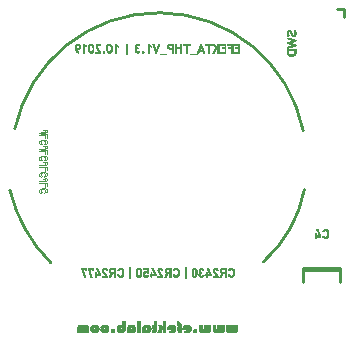
<source format=gbr>
G04 DipTrace 3.2.0.1*
G04 BottomSilk.gbr*
%MOIN*%
G04 #@! TF.FileFunction,Legend,Bot*
G04 #@! TF.Part,Single*
%ADD10C,0.009843*%
%ADD13C,0.001969*%
%ADD14C,0.002625*%
%ADD48C,0.003088*%
%FSLAX26Y26*%
G04*
G70*
G90*
G75*
G01*
G04 BotSilk*
%LPD*%
X608953Y-365149D2*
D10*
X482858D1*
X608953Y-357636D2*
X482858D1*
X608953D2*
X608899Y-404972D1*
X482858Y-357636D2*
X482912Y-404972D1*
X596385Y504474D2*
X621181Y504452D1*
X621769Y504252D2*
X621726Y479471D1*
X488558Y-96393D2*
G02X352349Y-336454I-420371J79844D01*
G01*
X-476660Y106146D2*
G02X485043Y99558I480162J-103922D01*
G01*
X-492918Y-97727D2*
G03X-356269Y-340373I494638J118760D01*
G01*
X528189Y-227795D2*
D13*
X532126D1*
X554764D2*
X560669D1*
X528563Y-228780D2*
X532500D1*
X553026D2*
X562558D1*
X528986Y-229764D2*
X532923D1*
X551592D2*
X564073D1*
X529443Y-230748D2*
X533380D1*
X550518D2*
X565214D1*
X529921Y-231732D2*
X533854D1*
X549665D2*
X555945D1*
X559488D2*
X566051D1*
X530407Y-232717D2*
X534309D1*
X548947D2*
X554423D1*
X561013D2*
X566671D1*
X530897Y-233701D2*
X534705D1*
X548423D2*
X553260D1*
X562198D2*
X567107D1*
X531388Y-234685D2*
X535054D1*
X548101D2*
X552445D1*
X563068D2*
X567390D1*
X531880Y-235669D2*
X535436D1*
X547874D2*
X551811D1*
X563705D2*
X567636D1*
X532372Y-236654D2*
X535867D1*
X564145D2*
X567925D1*
X532865Y-237638D2*
X536329D1*
X564397D2*
X568199D1*
X533356Y-238622D2*
X536809D1*
X564519D2*
X568378D1*
X525236Y-239606D2*
X528189D1*
X533845D2*
X537296D1*
X564572D2*
X568472D1*
X525236Y-240591D2*
X528189D1*
X534306D2*
X537787D1*
X564594D2*
X568515D1*
X525236Y-241575D2*
X528189D1*
X534704D2*
X538277D1*
X564602D2*
X568533D1*
X525236Y-242559D2*
X528189D1*
X535054D2*
X538770D1*
X564605D2*
X568540D1*
X525236Y-243543D2*
X528189D1*
X535436D2*
X539261D1*
X564606D2*
X568542D1*
X525236Y-244528D2*
X528189D1*
X535867D2*
X539754D1*
X564606D2*
X568539D1*
X525229Y-245512D2*
X528189D1*
X536332D2*
X540246D1*
X564602D2*
X568505D1*
X525159Y-246496D2*
X528189D1*
X536838D2*
X540735D1*
X564568D2*
X568379D1*
X524998Y-247480D2*
X528189D1*
X537407D2*
X541191D1*
X564439D2*
X568144D1*
X524459Y-248465D2*
X528189D1*
X538031D2*
X541555D1*
X564164D2*
X567887D1*
X523946Y-249449D2*
X541776D1*
X547874D2*
X551811D1*
X563744D2*
X567681D1*
X523559Y-250433D2*
X541888D1*
X548064D2*
X552394D1*
X563123D2*
X567461D1*
X523605Y-251417D2*
X541939D1*
X548438D2*
X553169D1*
X562301D2*
X567145D1*
X524090Y-252402D2*
X541969D1*
X548971D2*
X555015D1*
X560435D2*
X566711D1*
X524584Y-253386D2*
X528189D1*
X549598D2*
X557610D1*
X557829D2*
X566126D1*
X524920Y-254370D2*
X528189D1*
X550424D2*
X565305D1*
X525100Y-255354D2*
X528189D1*
X551605D2*
X564135D1*
X525186Y-256339D2*
X528189D1*
X553111D2*
X562531D1*
X525236Y-257323D2*
X528189D1*
X554764D2*
X560669D1*
X436946Y435522D2*
X438915D1*
X454663D2*
X456631D1*
X435057Y434538D2*
X440804D1*
X454265D2*
X457238D1*
X433542Y433554D2*
X442315D1*
X454335D2*
X457764D1*
X432401Y432570D2*
X443425D1*
X454591D2*
X458166D1*
X431564Y431585D2*
X444171D1*
X454941D2*
X458437D1*
X430945Y430601D2*
X435134D1*
X440694D2*
X444680D1*
X455260D2*
X458679D1*
X430512Y429617D2*
X434432D1*
X441304D2*
X445096D1*
X455464D2*
X458966D1*
X430264Y428633D2*
X433866D1*
X441759D2*
X445425D1*
X455569D2*
X459240D1*
X430143Y427648D2*
X433454D1*
X442154D2*
X445631D1*
X455616D2*
X459419D1*
X430090Y426664D2*
X433213D1*
X442476D2*
X445768D1*
X455636D2*
X459513D1*
X430069Y425680D2*
X433094D1*
X442679D2*
X445939D1*
X455643D2*
X459552D1*
X430061Y424696D2*
X433046D1*
X442815D2*
X446197D1*
X455642D2*
X459535D1*
X430058Y423711D2*
X433060D1*
X442986D2*
X446491D1*
X455604D2*
X459416D1*
X430061Y422727D2*
X433181D1*
X443244D2*
X446810D1*
X455512D2*
X459179D1*
X430095Y421743D2*
X433453D1*
X443538D2*
X447195D1*
X455057D2*
X458893D1*
X430224Y420759D2*
X433868D1*
X443842D2*
X448103D1*
X453479D2*
X458592D1*
X430498Y419774D2*
X434436D1*
X444208D2*
X450200D1*
X450939D2*
X458227D1*
X430904Y418790D2*
X435162D1*
X444670D2*
X457761D1*
X431428Y417806D2*
X435962D1*
X445296D2*
X457098D1*
X432025Y416822D2*
X433993D1*
X446197D2*
X456045D1*
X447396Y415837D2*
X454510D1*
X448757Y414853D2*
X452694D1*
X430056Y410916D2*
X432025D1*
X430109Y409932D2*
X436298D1*
X430237Y408948D2*
X440528D1*
X430989Y407963D2*
X444648D1*
X433213Y406979D2*
X448632D1*
X436294Y405995D2*
X452333D1*
X439985Y405010D2*
X455396D1*
X444014Y404026D2*
X457836D1*
X448290Y403042D2*
X458889D1*
X452694Y402058D2*
X459204D1*
X449670Y401073D2*
X459357D1*
X446333Y400089D2*
X457844D1*
X442815Y399105D2*
X455642D1*
X439325Y398121D2*
X452782D1*
X436096Y397136D2*
X449504D1*
X433481Y396152D2*
X446053D1*
X431459Y395168D2*
X442512D1*
X430681Y394184D2*
X438915D1*
X430340Y393199D2*
X441906D1*
X432631Y392215D2*
X445151D1*
X435395Y391231D2*
X448551D1*
X438602Y390247D2*
X451955D1*
X442121Y389262D2*
X455013D1*
X445730Y388278D2*
X457586D1*
X449254Y387294D2*
X458779D1*
X452694Y386310D2*
X459175D1*
X448720Y385325D2*
X459411D1*
X444664Y384341D2*
X458054D1*
X440576Y383357D2*
X455882D1*
X436791Y382373D2*
X452908D1*
X433809Y381388D2*
X449392D1*
X431545Y380404D2*
X445521D1*
X430637Y379420D2*
X441416D1*
X430302Y378436D2*
X437215D1*
X430056Y377451D2*
X433009D1*
X430056Y371546D2*
X459584D1*
X430056Y370562D2*
X459584D1*
X430056Y369577D2*
X459584D1*
X430056Y368593D2*
X459584D1*
X430056Y367609D2*
X433009D1*
X455647D2*
X459584D1*
X430056Y366625D2*
X433009D1*
X455647D2*
X459584D1*
X430056Y365640D2*
X433009D1*
X455647D2*
X459584D1*
X430056Y364656D2*
X433009D1*
X455647D2*
X459584D1*
X430056Y363672D2*
X433009D1*
X455647D2*
X459584D1*
X430056Y362688D2*
X433013D1*
X455647D2*
X459580D1*
X430056Y361703D2*
X433048D1*
X455643D2*
X459546D1*
X430060Y360719D2*
X433177D1*
X455605D2*
X459420D1*
X430095Y359735D2*
X433451D1*
X455441D2*
X459181D1*
X430224Y358751D2*
X433867D1*
X455041D2*
X458894D1*
X430494Y357766D2*
X434439D1*
X454389D2*
X458593D1*
X430880Y356782D2*
X435181D1*
X453566D2*
X458227D1*
X431360Y355798D2*
X436040D1*
X452653D2*
X457765D1*
X432001Y354814D2*
X457135D1*
X432925Y353829D2*
X456184D1*
X434244Y352845D2*
X454768D1*
X435969Y351861D2*
X452871D1*
X437930Y350877D2*
X450726D1*
X-95896Y-353374D2*
X-91959D1*
X89143D2*
X93080D1*
X-95896Y-354359D2*
X-91959D1*
X89143D2*
X93080D1*
X-95896Y-355343D2*
X-91959D1*
X89143D2*
X93080D1*
X-95896Y-356327D2*
X-91959D1*
X89143D2*
X93080D1*
X-254361Y-357311D2*
X-238613D1*
X-232707D2*
X-216959D1*
X-206133D2*
X-202196D1*
X-181526D2*
X-174636D1*
X-156920D2*
X-142156D1*
X-128377D2*
X-122471D1*
X-95896D2*
X-91959D1*
X-67353D2*
X-61448D1*
X-47668D2*
X-32904D1*
X-21093D2*
X-17156D1*
X3513D2*
X10403D1*
X28119D2*
X42883D1*
X56663D2*
X62568D1*
X89143D2*
X93080D1*
X117686D2*
X123592D1*
X141308D2*
X147214D1*
X162962D2*
X166899D1*
X187568D2*
X194458D1*
X212175D2*
X226938D1*
X240718D2*
X246623D1*
X-254357Y-358296D2*
X-238613D1*
X-232704D2*
X-216959D1*
X-205759D2*
X-201822D1*
X-182809D2*
X-173235D1*
X-158355D2*
X-142156D1*
X-130114D2*
X-120582D1*
X-95896D2*
X-91959D1*
X-68788D2*
X-60013D1*
X-47668D2*
X-32904D1*
X-20719D2*
X-16782D1*
X2230D2*
X11804D1*
X26685D2*
X42883D1*
X54925D2*
X64457D1*
X89143D2*
X93080D1*
X116252D2*
X125027D1*
X139874D2*
X148615D1*
X163336D2*
X167273D1*
X186286D2*
X195859D1*
X210740D2*
X226938D1*
X238980D2*
X248512D1*
X-254322Y-359280D2*
X-238613D1*
X-232669D2*
X-216959D1*
X-205336D2*
X-201399D1*
X-183797D2*
X-172098D1*
X-159583D2*
X-142156D1*
X-131548D2*
X-119067D1*
X-95896D2*
X-91959D1*
X-70016D2*
X-58784D1*
X-47668D2*
X-32904D1*
X-20296D2*
X-16359D1*
X1242D2*
X12941D1*
X25456D2*
X42883D1*
X53491D2*
X65972D1*
X89143D2*
X93080D1*
X115023D2*
X126255D1*
X138645D2*
X149752D1*
X163759D2*
X167696D1*
X185297D2*
X196996D1*
X209511D2*
X226938D1*
X237547D2*
X250027D1*
X-254197Y-360264D2*
X-238613D1*
X-232543D2*
X-216959D1*
X-204879D2*
X-200942D1*
X-184540D2*
X-171246D1*
X-160550D2*
X-142156D1*
X-132622D2*
X-117926D1*
X-95896D2*
X-91959D1*
X-70980D2*
X-57821D1*
X-47668D2*
X-32904D1*
X-19839D2*
X-15902D1*
X499D2*
X13794D1*
X24489D2*
X42883D1*
X52417D2*
X67113D1*
X89143D2*
X93080D1*
X114060D2*
X127219D1*
X137682D2*
X150605D1*
X164216D2*
X168153D1*
X184554D2*
X197849D1*
X208544D2*
X226938D1*
X236472D2*
X251169D1*
X-253957Y-361248D2*
X-250272D1*
X-241566D2*
X-238613D1*
X-232304D2*
X-228618D1*
X-219912D2*
X-216959D1*
X-204400D2*
X-200467D1*
X-185142D2*
X-179323D1*
X-175967D2*
X-170614D1*
X-161233D2*
X-155586D1*
X-146093D2*
X-142156D1*
X-133475D2*
X-127195D1*
X-123653D2*
X-117089D1*
X-95896D2*
X-91959D1*
X-71736D2*
X-66134D1*
X-62667D2*
X-57065D1*
X-36841D2*
X-32904D1*
X-19361D2*
X-15428D1*
X-102D2*
X5716D1*
X9073D2*
X14425D1*
X23806D2*
X29453D1*
X38946D2*
X42883D1*
X51564D2*
X57844D1*
X61387D2*
X67950D1*
X89143D2*
X93080D1*
X113304D2*
X118905D1*
X122373D2*
X127975D1*
X136926D2*
X142642D1*
X146230D2*
X151236D1*
X164694D2*
X168627D1*
X183953D2*
X189772D1*
X193128D2*
X198481D1*
X207861D2*
X213508D1*
X223001D2*
X226938D1*
X235619D2*
X241899D1*
X245442D2*
X252005D1*
X-253670Y-362233D2*
X-250024D1*
X-241566D2*
X-238613D1*
X-232017D2*
X-228370D1*
X-219912D2*
X-216959D1*
X-203915D2*
X-200013D1*
X-185640D2*
X-180718D1*
X-174656D2*
X-170172D1*
X-161717D2*
X-156864D1*
X-146093D2*
X-142156D1*
X-134193D2*
X-128718D1*
X-122127D2*
X-116470D1*
X-95896D2*
X-91959D1*
X-72013D2*
X-67529D1*
X-61271D2*
X-56750D1*
X-36841D2*
X-32904D1*
X-18876D2*
X-14973D1*
X-601D2*
X4321D1*
X10384D2*
X14867D1*
X23323D2*
X28176D1*
X38946D2*
X42883D1*
X50846D2*
X56322D1*
X62912D2*
X68570D1*
X89143D2*
X93080D1*
X113027D2*
X117510D1*
X123768D2*
X128289D1*
X136649D2*
X141365D1*
X147214D2*
X151678D1*
X165179D2*
X169082D1*
X183455D2*
X188376D1*
X194439D2*
X198922D1*
X207378D2*
X212231D1*
X223001D2*
X226938D1*
X234901D2*
X240377D1*
X246967D2*
X252625D1*
X-253373Y-363217D2*
X-249734D1*
X-241566D2*
X-238613D1*
X-231720D2*
X-228081D1*
X-219912D2*
X-216959D1*
X-203424D2*
X-199617D1*
X-185986D2*
X-181791D1*
X-173615D2*
X-169904D1*
X-162123D2*
X-157759D1*
X-146093D2*
X-142156D1*
X-134718D2*
X-129880D1*
X-120943D2*
X-116033D1*
X-95896D2*
X-91959D1*
X-72163D2*
X-68602D1*
X-60198D2*
X-56474D1*
X-36841D2*
X-32904D1*
X-18385D2*
X-14577D1*
X-947D2*
X3248D1*
X11425D2*
X15135D1*
X22917D2*
X27280D1*
X38946D2*
X42883D1*
X50322D2*
X55159D1*
X64097D2*
X69006D1*
X89143D2*
X93080D1*
X112877D2*
X116437D1*
X124841D2*
X128565D1*
X136499D2*
X140473D1*
X148198D2*
X151946D1*
X165670D2*
X169478D1*
X183108D2*
X187303D1*
X195480D2*
X199190D1*
X206972D2*
X211336D1*
X223001D2*
X226938D1*
X234377D2*
X239214D1*
X248152D2*
X253061D1*
X-253046Y-364201D2*
X-249437D1*
X-241566D2*
X-238613D1*
X-231393D2*
X-227783D1*
X-219912D2*
X-216959D1*
X-202934D2*
X-199267D1*
X-186177D2*
X-182213D1*
X-172668D2*
X-169715D1*
X-162444D2*
X-158430D1*
X-146093D2*
X-142156D1*
X-135040D2*
X-130696D1*
X-120073D2*
X-115751D1*
X-95896D2*
X-91959D1*
X-72231D2*
X-68975D1*
X-59825D2*
X-56170D1*
X-36845D2*
X-32904D1*
X-17894D2*
X-14228D1*
X-1137D2*
X2826D1*
X12371D2*
X15324D1*
X22595D2*
X26610D1*
X38946D2*
X42883D1*
X50000D2*
X54344D1*
X64967D2*
X69289D1*
X89143D2*
X93080D1*
X112809D2*
X116064D1*
X125214D2*
X128869D1*
X136435D2*
X139814D1*
X149182D2*
X152135D1*
X166161D2*
X169827D1*
X182918D2*
X186881D1*
X196427D2*
X199379D1*
X206651D2*
X210665D1*
X223001D2*
X226938D1*
X234055D2*
X238399D1*
X249022D2*
X253344D1*
X-252748Y-365185D2*
X-249106D1*
X-241566D2*
X-238613D1*
X-231095D2*
X-227452D1*
X-219912D2*
X-216959D1*
X-202441D2*
X-198886D1*
X-185984D2*
X-182218D1*
X-162610D2*
X-158628D1*
X-146093D2*
X-142156D1*
X-135266D2*
X-131329D1*
X-119436D2*
X-115504D1*
X-95896D2*
X-91959D1*
X-72258D2*
X-69175D1*
X-59625D2*
X-55890D1*
X-36883D2*
X-32904D1*
X-17402D2*
X-13846D1*
X-945D2*
X2821D1*
X22430D2*
X26411D1*
X38946D2*
X42883D1*
X49773D2*
X53710D1*
X65604D2*
X69535D1*
X89143D2*
X93080D1*
X112781D2*
X115864D1*
X125414D2*
X129149D1*
X136442D2*
X139642D1*
X166653D2*
X170209D1*
X183110D2*
X186876D1*
X206485D2*
X210466D1*
X223001D2*
X226938D1*
X233828D2*
X237765D1*
X249659D2*
X253591D1*
X-252525Y-366170D2*
X-248777D1*
X-230871D2*
X-227123D1*
X-201950D2*
X-198455D1*
X-185731D2*
X-182021D1*
X-162586D2*
X-158702D1*
X-146093D2*
X-142156D1*
X-118995D2*
X-115215D1*
X-95896D2*
X-91959D1*
X-72269D2*
X-69265D1*
X-59536D2*
X-55708D1*
X-37035D2*
X-32904D1*
X-16910D2*
X-13415D1*
X-691D2*
X3018D1*
X22453D2*
X26337D1*
X38946D2*
X42883D1*
X66044D2*
X69824D1*
X89143D2*
X93080D1*
X112771D2*
X115775D1*
X125503D2*
X129331D1*
X136561D2*
X139900D1*
X167145D2*
X170640D1*
X183364D2*
X187074D1*
X206508D2*
X210392D1*
X223001D2*
X226938D1*
X250099D2*
X253879D1*
X-252302Y-367154D2*
X-248462D1*
X-230648D2*
X-226809D1*
X-201457D2*
X-197993D1*
X-185446D2*
X-181671D1*
X-162392D2*
X-158456D1*
X-146093D2*
X-142156D1*
X-118744D2*
X-114942D1*
X-95896D2*
X-91959D1*
X-72272D2*
X-69301D1*
X-59500D2*
X-55613D1*
X-43731D2*
X-38810D1*
X-37371D2*
X-32904D1*
X-16418D2*
X-12953D1*
X-406D2*
X3368D1*
X22647D2*
X26584D1*
X38946D2*
X42883D1*
X66296D2*
X70098D1*
X89143D2*
X93080D1*
X112767D2*
X115739D1*
X125539D2*
X129426D1*
X136835D2*
X140325D1*
X167638D2*
X171102D1*
X183649D2*
X187423D1*
X206702D2*
X210639D1*
X223001D2*
X226938D1*
X250351D2*
X254153D1*
X-252018Y-368138D2*
X-248129D1*
X-230364D2*
X-226475D1*
X-200966D2*
X-197512D1*
X-185087D2*
X-181238D1*
X-162120D2*
X-157796D1*
X-146093D2*
X-142156D1*
X-118621D2*
X-114762D1*
X-95896D2*
X-91959D1*
X-72274D2*
X-69314D1*
X-59486D2*
X-55570D1*
X-45132D2*
X-32904D1*
X-15926D2*
X-12473D1*
X-47D2*
X3801D1*
X22919D2*
X27243D1*
X38946D2*
X42883D1*
X66418D2*
X70277D1*
X89143D2*
X93080D1*
X112766D2*
X115725D1*
X125553D2*
X129469D1*
X137287D2*
X141431D1*
X168129D2*
X171582D1*
X184008D2*
X187857D1*
X206974D2*
X211298D1*
X223001D2*
X226938D1*
X250473D2*
X254332D1*
X-251713Y-369122D2*
X-247828D1*
X-230059D2*
X-226175D1*
X-209085D2*
X-206133D1*
X-200477D2*
X-197026D1*
X-184635D2*
X-180735D1*
X-161792D2*
X-155203D1*
X-146093D2*
X-142156D1*
X-118568D2*
X-114668D1*
X-95896D2*
X-91959D1*
X-72274D2*
X-69319D1*
X-59481D2*
X-55553D1*
X-46269D2*
X-32904D1*
X-24046D2*
X-21093D1*
X-15437D2*
X-11986D1*
X404D2*
X4304D1*
X23248D2*
X29836D1*
X38946D2*
X42883D1*
X66471D2*
X70371D1*
X89143D2*
X93080D1*
X112765D2*
X115720D1*
X125558D2*
X129487D1*
X138007D2*
X142753D1*
X160009D2*
X162962D1*
X168618D2*
X172069D1*
X184459D2*
X188359D1*
X207303D2*
X213891D1*
X223001D2*
X226938D1*
X250527D2*
X254427D1*
X-251409Y-370107D2*
X-247604D1*
X-229755D2*
X-225951D1*
X-209085D2*
X-206133D1*
X-200016D2*
X-196535D1*
X-184082D2*
X-180127D1*
X-161300D2*
X-150756D1*
X-146093D2*
X-142156D1*
X-118547D2*
X-114625D1*
X-95896D2*
X-91959D1*
X-72274D2*
X-69321D1*
X-59480D2*
X-55546D1*
X-47122D2*
X-32904D1*
X-24046D2*
X-21093D1*
X-14977D2*
X-11495D1*
X957D2*
X4912D1*
X23740D2*
X34283D1*
X38946D2*
X42883D1*
X66493D2*
X70414D1*
X89143D2*
X93080D1*
X112765D2*
X115719D1*
X125560D2*
X129494D1*
X139069D2*
X144047D1*
X160009D2*
X162962D1*
X169079D2*
X172560D1*
X185012D2*
X188967D1*
X207795D2*
X218338D1*
X223001D2*
X226938D1*
X250548D2*
X254469D1*
X-251075Y-371091D2*
X-247380D1*
X-229422D2*
X-225727D1*
X-209085D2*
X-206133D1*
X-199618D2*
X-196044D1*
X-183458D2*
X-179402D1*
X-160576D2*
X-142156D1*
X-118539D2*
X-114608D1*
X-95896D2*
X-91959D1*
X-72274D2*
X-69321D1*
X-59479D2*
X-55543D1*
X-47753D2*
X-42709D1*
X-38991D2*
X-32904D1*
X-24046D2*
X-21093D1*
X-14578D2*
X-11005D1*
X1581D2*
X5637D1*
X24463D2*
X42883D1*
X66501D2*
X70432D1*
X89143D2*
X93080D1*
X112765D2*
X115718D1*
X125560D2*
X129496D1*
X140324D2*
X144688D1*
X160009D2*
X162962D1*
X169477D2*
X173050D1*
X185636D2*
X189692D1*
X208518D2*
X226938D1*
X250556D2*
X254487D1*
X-250746Y-372075D2*
X-247097D1*
X-229092D2*
X-225443D1*
X-209085D2*
X-206133D1*
X-199267D2*
X-195551D1*
X-182826D2*
X-178656D1*
X-159652D2*
X-142156D1*
X-118536D2*
X-114601D1*
X-95896D2*
X-91959D1*
X-72274D2*
X-69321D1*
X-59479D2*
X-55542D1*
X-48192D2*
X-43563D1*
X-37368D2*
X-32904D1*
X-24046D2*
X-21093D1*
X-14228D2*
X-10512D1*
X2213D2*
X6384D1*
X25387D2*
X42883D1*
X66504D2*
X70439D1*
X89143D2*
X93080D1*
X112765D2*
X115718D1*
X125560D2*
X129497D1*
X139159D2*
X144892D1*
X160009D2*
X162962D1*
X169827D2*
X173543D1*
X186268D2*
X190439D1*
X209442D2*
X226938D1*
X250559D2*
X254494D1*
X-250431Y-373059D2*
X-246791D1*
X-228778D2*
X-225138D1*
X-209085D2*
X-206133D1*
X-198886D2*
X-195060D1*
X-182149D2*
X-177957D1*
X-158694D2*
X-142156D1*
X-118535D2*
X-114598D1*
X-95896D2*
X-91959D1*
X-72274D2*
X-69321D1*
X-59479D2*
X-55542D1*
X-48443D2*
X-44273D1*
X-35857D2*
X-32904D1*
X-24046D2*
X-21093D1*
X-13846D2*
X-10021D1*
X2890D2*
X7082D1*
X26346D2*
X42883D1*
X66505D2*
X70441D1*
X89143D2*
X93080D1*
X112765D2*
X115718D1*
X125560D2*
X129497D1*
X138161D2*
X143538D1*
X160009D2*
X162962D1*
X170209D2*
X174034D1*
X186945D2*
X191138D1*
X210401D2*
X226938D1*
X250560D2*
X254496D1*
X-250097Y-374044D2*
X-246487D1*
X-228444D2*
X-224834D1*
X-209085D2*
X-206133D1*
X-198455D2*
X-194567D1*
X-181392D2*
X-177245D1*
X-157851D2*
X-142156D1*
X-118534D2*
X-114601D1*
X-95896D2*
X-91959D1*
X-72274D2*
X-69322D1*
X-59479D2*
X-55542D1*
X-48565D2*
X-44841D1*
X-24046D2*
X-21093D1*
X-13415D2*
X-9528D1*
X3647D2*
X7794D1*
X27188D2*
X42883D1*
X66505D2*
X70438D1*
X89143D2*
X93080D1*
X112765D2*
X115718D1*
X125560D2*
X129497D1*
X137374D2*
X142096D1*
X160009D2*
X162962D1*
X170640D2*
X174527D1*
X187703D2*
X191849D1*
X211243D2*
X226938D1*
X250560D2*
X254493D1*
X-249797Y-375028D2*
X-246154D1*
X-228143D2*
X-224501D1*
X-209093D2*
X-206133D1*
X-197990D2*
X-194076D1*
X-180632D2*
X-176444D1*
X-157648D2*
X-152827D1*
X-146093D2*
X-142156D1*
X-118538D2*
X-114636D1*
X-95896D2*
X-91959D1*
X-72274D2*
X-69322D1*
X-59479D2*
X-55542D1*
X-48618D2*
X-45254D1*
X-24046D2*
X-21093D1*
X-12950D2*
X-9036D1*
X4407D2*
X8595D1*
X27391D2*
X32212D1*
X38946D2*
X42883D1*
X66501D2*
X70404D1*
X89143D2*
X93080D1*
X112765D2*
X115718D1*
X125560D2*
X129497D1*
X136740D2*
X140904D1*
X160001D2*
X162962D1*
X171105D2*
X175019D1*
X188462D2*
X192650D1*
X211447D2*
X216268D1*
X223001D2*
X226938D1*
X250556D2*
X254459D1*
X-249573Y-376012D2*
X-245825D1*
X-227919D2*
X-224171D1*
X-209162D2*
X-206133D1*
X-197484D2*
X-193587D1*
X-179928D2*
X-175588D1*
X-157919D2*
X-153533D1*
X-146093D2*
X-142156D1*
X-118573D2*
X-114761D1*
X-95896D2*
X-91959D1*
X-72274D2*
X-69322D1*
X-59479D2*
X-55546D1*
X-48640D2*
X-45491D1*
X-24046D2*
X-21093D1*
X-12444D2*
X-8547D1*
X5111D2*
X9451D1*
X27120D2*
X31507D1*
X38946D2*
X42883D1*
X66467D2*
X70278D1*
X89143D2*
X93080D1*
X112765D2*
X115718D1*
X125560D2*
X129494D1*
X136220D2*
X139975D1*
X159932D2*
X162962D1*
X171611D2*
X175508D1*
X189166D2*
X193506D1*
X211175D2*
X215562D1*
X223001D2*
X226938D1*
X250522D2*
X254333D1*
X-249349Y-376996D2*
X-245510D1*
X-227695D2*
X-223856D1*
X-209324D2*
X-206133D1*
X-196914D2*
X-193130D1*
X-179218D2*
X-174772D1*
X-158373D2*
X-154133D1*
X-146093D2*
X-142156D1*
X-118702D2*
X-114997D1*
X-95896D2*
X-91959D1*
X-72274D2*
X-69322D1*
X-59479D2*
X-55580D1*
X-48648D2*
X-45576D1*
X-24046D2*
X-21093D1*
X-11875D2*
X-8091D1*
X5821D2*
X10267D1*
X26667D2*
X30907D1*
X38946D2*
X42883D1*
X66338D2*
X70043D1*
X89143D2*
X93080D1*
X112765D2*
X115718D1*
X125560D2*
X129459D1*
X135831D2*
X139646D1*
X159771D2*
X162962D1*
X172180D2*
X175964D1*
X189876D2*
X194322D1*
X210722D2*
X214962D1*
X223001D2*
X226938D1*
X250393D2*
X254098D1*
X-249065Y-377981D2*
X-245176D1*
X-227412D2*
X-223523D1*
X-209862D2*
X-206133D1*
X-196290D2*
X-192766D1*
X-178447D2*
X-174041D1*
X-158949D2*
X-154674D1*
X-146093D2*
X-142156D1*
X-118976D2*
X-115253D1*
X-95896D2*
X-91959D1*
X-72274D2*
X-69318D1*
X-59483D2*
X-55706D1*
X-48651D2*
X-45499D1*
X-24046D2*
X-21093D1*
X-11251D2*
X-7727D1*
X6592D2*
X10998D1*
X26091D2*
X30365D1*
X38946D2*
X42883D1*
X66063D2*
X69786D1*
X89143D2*
X93080D1*
X112765D2*
X115722D1*
X125557D2*
X129333D1*
X135604D2*
X139473D1*
X159232D2*
X162962D1*
X172804D2*
X176328D1*
X190647D2*
X195053D1*
X210146D2*
X214420D1*
X223001D2*
X226938D1*
X250118D2*
X253842D1*
X-248760Y-378965D2*
X-244876D1*
X-227106D2*
X-223222D1*
X-210376D2*
X-192545D1*
X-177682D2*
X-173320D1*
X-159529D2*
X-155185D1*
X-146093D2*
X-142156D1*
X-135266D2*
X-131329D1*
X-119396D2*
X-115459D1*
X-95896D2*
X-91959D1*
X-72274D2*
X-69275D1*
X-59525D2*
X-55942D1*
X-48648D2*
X-45245D1*
X-26014D2*
X-7506D1*
X7357D2*
X11719D1*
X25511D2*
X29854D1*
X38946D2*
X42883D1*
X49773D2*
X53710D1*
X65643D2*
X69580D1*
X89143D2*
X93080D1*
X112765D2*
X115764D1*
X125514D2*
X129098D1*
X135524D2*
X139437D1*
X158719D2*
X176549D1*
X191412D2*
X195774D1*
X209566D2*
X213909D1*
X223001D2*
X226938D1*
X233828D2*
X237765D1*
X249698D2*
X253635D1*
X-248456Y-379949D2*
X-244651D1*
X-226802D2*
X-222998D1*
X-210762D2*
X-192434D1*
X-176977D2*
X-172545D1*
X-160073D2*
X-155686D1*
X-146093D2*
X-142156D1*
X-135077D2*
X-130747D1*
X-120017D2*
X-115680D1*
X-95896D2*
X-91959D1*
X-72270D2*
X-69172D1*
X-59629D2*
X-56198D1*
X-48614D2*
X-44825D1*
X-35857D2*
X-32904D1*
X-26014D2*
X-7395D1*
X8063D2*
X12495D1*
X24966D2*
X29353D1*
X38946D2*
X42883D1*
X49963D2*
X54293D1*
X65022D2*
X69360D1*
X89143D2*
X93080D1*
X112769D2*
X115868D1*
X125410D2*
X128842D1*
X135603D2*
X139500D1*
X149182D2*
X153119D1*
X158332D2*
X176661D1*
X192118D2*
X196550D1*
X209021D2*
X213409D1*
X223001D2*
X226938D1*
X234018D2*
X238348D1*
X249077D2*
X253415D1*
X-248123Y-380933D2*
X-244428D1*
X-226469D2*
X-222774D1*
X-210716D2*
X-192383D1*
X-176262D2*
X-171782D1*
X-160593D2*
X-156180D1*
X-146093D2*
X-142156D1*
X-134703D2*
X-129971D1*
X-120840D2*
X-115996D1*
X-95896D2*
X-91959D1*
X-72232D2*
X-68628D1*
X-60173D2*
X-56408D1*
X-48484D2*
X-44285D1*
X-36505D2*
X-33060D1*
X-26014D2*
X-7343D1*
X8777D2*
X13258D1*
X24447D2*
X28859D1*
X38946D2*
X42883D1*
X50337D2*
X55068D1*
X64199D2*
X69044D1*
X89143D2*
X93080D1*
X112807D2*
X116412D1*
X124866D2*
X128631D1*
X135853D2*
X140037D1*
X148535D2*
X152742D1*
X158378D2*
X176712D1*
X192832D2*
X197313D1*
X208502D2*
X212915D1*
X223001D2*
X226938D1*
X234392D2*
X239123D1*
X248255D2*
X253099D1*
X-247793Y-381918D2*
X-244144D1*
X-226139D2*
X-222490D1*
X-210232D2*
X-192353D1*
X-175457D2*
X-171114D1*
X-161096D2*
X-156674D1*
X-146093D2*
X-142156D1*
X-134170D2*
X-128125D1*
X-122705D2*
X-116429D1*
X-95896D2*
X-91959D1*
X-72068D2*
X-66943D1*
X-61858D2*
X-56663D1*
X-48210D2*
X-42982D1*
X-38216D2*
X-33343D1*
X-26014D2*
X-7314D1*
X9582D2*
X13926D1*
X23944D2*
X28366D1*
X38946D2*
X42883D1*
X50870D2*
X56914D1*
X62334D2*
X68610D1*
X89143D2*
X93080D1*
X112971D2*
X118096D1*
X123182D2*
X128376D1*
X136231D2*
X141720D1*
X146823D2*
X152284D1*
X158863D2*
X176741D1*
X193637D2*
X197981D1*
X207999D2*
X212421D1*
X223001D2*
X226938D1*
X234925D2*
X240969D1*
X246389D2*
X252665D1*
X-247478Y-382902D2*
X-243839D1*
X-225825D2*
X-222185D1*
X-209737D2*
X-206133D1*
X-174572D2*
X-170563D1*
X-161593D2*
X-157165D1*
X-146093D2*
X-142156D1*
X-133543D2*
X-125530D1*
X-125311D2*
X-117015D1*
X-95896D2*
X-91959D1*
X-71665D2*
X-64443D1*
X-64358D2*
X-57108D1*
X-47790D2*
X-41087D1*
X-40729D2*
X-33765D1*
X-24046D2*
X-21093D1*
X10468D2*
X14476D1*
X23446D2*
X27874D1*
X38946D2*
X42883D1*
X51497D2*
X59509D1*
X59728D2*
X68025D1*
X89143D2*
X93080D1*
X113375D2*
X120597D1*
X120682D2*
X127931D1*
X136712D2*
X144219D1*
X144310D2*
X151694D1*
X159357D2*
X162962D1*
X194523D2*
X198532D1*
X207502D2*
X211929D1*
X223001D2*
X226938D1*
X235552D2*
X243564D1*
X243783D2*
X252080D1*
X-247144Y-383886D2*
X-243534D1*
X-225491D2*
X-221880D1*
X-209401D2*
X-206133D1*
X-186448D2*
X-170157D1*
X-162089D2*
X-157655D1*
X-146093D2*
X-142156D1*
X-132716D2*
X-117835D1*
X-95896D2*
X-91959D1*
X-70975D2*
X-57815D1*
X-47182D2*
X-34375D1*
X-24046D2*
X-21093D1*
X-1408D2*
X14883D1*
X22950D2*
X27384D1*
X38946D2*
X42883D1*
X52323D2*
X67204D1*
X89143D2*
X93080D1*
X114064D2*
X127224D1*
X137382D2*
X150908D1*
X159693D2*
X162962D1*
X182647D2*
X198938D1*
X207005D2*
X211439D1*
X223001D2*
X226938D1*
X236378D2*
X251259D1*
X-246845Y-384870D2*
X-243196D1*
X-225192D2*
X-221542D1*
X-209222D2*
X-206133D1*
X-186448D2*
X-169917D1*
X-162608D2*
X-158121D1*
X-146093D2*
X-142156D1*
X-131536D2*
X-119006D1*
X-95896D2*
X-91959D1*
X-70000D2*
X-58797D1*
X-46287D2*
X-35269D1*
X-24046D2*
X-21093D1*
X-1408D2*
X15122D1*
X22431D2*
X26918D1*
X38946D2*
X42883D1*
X53504D2*
X66034D1*
X89143D2*
X93080D1*
X115040D2*
X126242D1*
X138388D2*
X149889D1*
X159873D2*
X162962D1*
X182647D2*
X199177D1*
X206486D2*
X210973D1*
X223001D2*
X226938D1*
X237559D2*
X250089D1*
X-246640Y-385855D2*
X-242859D1*
X-224987D2*
X-221205D1*
X-209136D2*
X-206133D1*
X-186448D2*
X-169793D1*
X-163183D2*
X-158531D1*
X-146093D2*
X-142156D1*
X-130029D2*
X-120609D1*
X-95896D2*
X-91959D1*
X-68751D2*
X-60048D1*
X-45091D2*
X-36465D1*
X-24046D2*
X-21093D1*
X-1408D2*
X15246D1*
X21857D2*
X26508D1*
X38946D2*
X42883D1*
X55010D2*
X64430D1*
X89143D2*
X93080D1*
X116289D2*
X124991D1*
X139761D2*
X148622D1*
X159959D2*
X162962D1*
X182647D2*
X199301D1*
X205912D2*
X210563D1*
X223001D2*
X226938D1*
X239065D2*
X248485D1*
X-246487Y-386839D2*
X-242550D1*
X-224833D2*
X-220896D1*
X-209085D2*
X-206133D1*
X-186448D2*
X-169715D1*
X-163810D2*
X-158888D1*
X-146093D2*
X-142156D1*
X-128377D2*
X-122471D1*
X-95896D2*
X-91959D1*
X-67353D2*
X-61448D1*
X-43731D2*
X-37825D1*
X-24046D2*
X-21093D1*
X-1408D2*
X15324D1*
X21230D2*
X26151D1*
X38946D2*
X42883D1*
X56663D2*
X62568D1*
X89143D2*
X93080D1*
X117686D2*
X123592D1*
X141308D2*
X147214D1*
X160009D2*
X162962D1*
X182647D2*
X199379D1*
X205285D2*
X210206D1*
X223001D2*
X226938D1*
X240718D2*
X246623D1*
X-95896Y-387823D2*
X-91959D1*
X89143D2*
X93080D1*
X-95896Y-388807D2*
X-91959D1*
X89143D2*
X93080D1*
X-95896Y-389792D2*
X-91959D1*
X89143D2*
X93080D1*
X-95896Y-390776D2*
X-91959D1*
X89143D2*
X93080D1*
X-271563Y390406D2*
X-265657D1*
X-248925D2*
X-247941D1*
X-227272D2*
X-221366D1*
X-202665D2*
X-195776D1*
X-166248D2*
X-160343D1*
X-142626D2*
X-141642D1*
X-70776D2*
X-64870D1*
X-33374D2*
X-32390D1*
X-18610D2*
X-14673D1*
X1075D2*
X5012D1*
X38476D2*
X49303D1*
X57177D2*
X60130D1*
X74894D2*
X77846D1*
X82768D2*
X106390D1*
X141823D2*
X142807D1*
X156587D2*
X180209D1*
X183161D2*
X187098D1*
X198909D2*
X202846D1*
X207768D2*
X225484D1*
X230406D2*
X249106D1*
X254028D2*
X271744D1*
X-272998Y389421D2*
X-264223D1*
X-248925D2*
X-246953D1*
X-228673D2*
X-219931D1*
X-204100D2*
X-194382D1*
X-167649D2*
X-158908D1*
X-142626D2*
X-140654D1*
X-105224D2*
X-103256D1*
X-72395D2*
X-63625D1*
X-33374D2*
X-31402D1*
X-18118D2*
X-14333D1*
X923D2*
X4671D1*
X36284D2*
X49303D1*
X57177D2*
X60130D1*
X74894D2*
X77846D1*
X82768D2*
X106390D1*
X141667D2*
X143181D1*
X156587D2*
X180209D1*
X183994D2*
X187931D1*
X198909D2*
X202846D1*
X207768D2*
X225484D1*
X230406D2*
X249106D1*
X254028D2*
X271744D1*
X-274226Y388437D2*
X-262990D1*
X-248925D2*
X-245930D1*
X-229810D2*
X-218699D1*
X-205329D2*
X-193166D1*
X-168786D2*
X-157675D1*
X-142626D2*
X-139631D1*
X-105224D2*
X-103256D1*
X-73672D2*
X-62622D1*
X-33374D2*
X-30379D1*
X-17710D2*
X-14005D1*
X675D2*
X4344D1*
X34572D2*
X49303D1*
X57177D2*
X60130D1*
X74894D2*
X77846D1*
X82768D2*
X106390D1*
X141388D2*
X143604D1*
X156587D2*
X180209D1*
X184730D2*
X188667D1*
X198909D2*
X202846D1*
X207768D2*
X225484D1*
X230406D2*
X249106D1*
X254028D2*
X271744D1*
X-275193Y387453D2*
X-261992D1*
X-248925D2*
X-244786D1*
X-230663D2*
X-217701D1*
X-206292D2*
X-192554D1*
X-169639D2*
X-156677D1*
X-142626D2*
X-138487D1*
X-105224D2*
X-103256D1*
X-74567D2*
X-62224D1*
X-33374D2*
X-29235D1*
X-17327D2*
X-13693D1*
X385D2*
X4032D1*
X33385D2*
X49303D1*
X57177D2*
X60130D1*
X74894D2*
X77846D1*
X82768D2*
X106390D1*
X141008D2*
X144061D1*
X156587D2*
X180209D1*
X185425D2*
X189362D1*
X198909D2*
X202846D1*
X207768D2*
X225484D1*
X230406D2*
X249106D1*
X254028D2*
X271744D1*
X-275876Y386469D2*
X-271526D1*
X-265695D2*
X-261219D1*
X-248925D2*
X-243444D1*
X-231298D2*
X-225938D1*
X-221716D2*
X-216924D1*
X-207048D2*
X-202509D1*
X-196760D2*
X-192527D1*
X-170274D2*
X-164914D1*
X-160692D2*
X-155900D1*
X-142626D2*
X-137145D1*
X-105224D2*
X-103256D1*
X-75238D2*
X-70734D1*
X-63886D2*
X-61917D1*
X-33374D2*
X-27893D1*
X-16976D2*
X-13357D1*
X84D2*
X3696D1*
X32560D2*
X38674D1*
X46350D2*
X49303D1*
X57177D2*
X60130D1*
X74894D2*
X77846D1*
X93594D2*
X96547D1*
X140596D2*
X144535D1*
X167413D2*
X170366D1*
X186111D2*
X190048D1*
X198909D2*
X202846D1*
X222531D2*
X225484D1*
X245169D2*
X249106D1*
X268791D2*
X271744D1*
X-276360Y385484D2*
X-272380D1*
X-264841D2*
X-260625D1*
X-248925D2*
X-242010D1*
X-231771D2*
X-227215D1*
X-220438D2*
X-216295D1*
X-207325D2*
X-203207D1*
X-194791D2*
X-192823D1*
X-170748D2*
X-166192D1*
X-159414D2*
X-155272D1*
X-142626D2*
X-135711D1*
X-105224D2*
X-103256D1*
X-75474D2*
X-71554D1*
X-33374D2*
X-26459D1*
X-16654D2*
X-13027D1*
X-278D2*
X3366D1*
X31926D2*
X37152D1*
X46350D2*
X49303D1*
X57177D2*
X60130D1*
X74894D2*
X77846D1*
X93594D2*
X96547D1*
X140218D2*
X144990D1*
X167413D2*
X170366D1*
X186764D2*
X190701D1*
X198909D2*
X202846D1*
X222531D2*
X225484D1*
X245169D2*
X249106D1*
X268791D2*
X271744D1*
X-276766Y384500D2*
X-273090D1*
X-264131D2*
X-260202D1*
X-248925D2*
X-240766D1*
X-232147D2*
X-228111D1*
X-219539D2*
X-215747D1*
X-207475D2*
X-203738D1*
X-171124D2*
X-167087D1*
X-158515D2*
X-154724D1*
X-142626D2*
X-134467D1*
X-105224D2*
X-103256D1*
X-75598D2*
X-72135D1*
X-33374D2*
X-25215D1*
X-16313D2*
X-12712D1*
X-698D2*
X3047D1*
X31412D2*
X36002D1*
X46350D2*
X49303D1*
X57177D2*
X60130D1*
X74894D2*
X77846D1*
X93594D2*
X96547D1*
X139879D2*
X145386D1*
X167413D2*
X170366D1*
X187420D2*
X191357D1*
X198909D2*
X202846D1*
X222531D2*
X225484D1*
X245169D2*
X249106D1*
X268791D2*
X271744D1*
X-277091Y383516D2*
X-273658D1*
X-263563D2*
X-259958D1*
X-248925D2*
X-239775D1*
X-232505D2*
X-228687D1*
X-218932D2*
X-215267D1*
X-207539D2*
X-204132D1*
X-171482D2*
X-167663D1*
X-157909D2*
X-154243D1*
X-142626D2*
X-133477D1*
X-105224D2*
X-103256D1*
X-75621D2*
X-72523D1*
X-33374D2*
X-24225D1*
X-15981D2*
X-12374D1*
X-1126D2*
X2678D1*
X31031D2*
X35128D1*
X46350D2*
X49303D1*
X57177D2*
X60130D1*
X74894D2*
X77846D1*
X93594D2*
X96547D1*
X139531D2*
X145736D1*
X167413D2*
X170366D1*
X188090D2*
X192027D1*
X198909D2*
X202846D1*
X222531D2*
X225484D1*
X245169D2*
X249106D1*
X268791D2*
X271744D1*
X-277291Y382531D2*
X-274067D1*
X-263154D2*
X-259838D1*
X-248925D2*
X-245972D1*
X-243020D2*
X-239384D1*
X-232811D2*
X-229031D1*
X-218497D2*
X-214895D1*
X-207532D2*
X-204053D1*
X-171787D2*
X-168007D1*
X-157473D2*
X-153871D1*
X-142626D2*
X-139673D1*
X-136720D2*
X-133117D1*
X-105224D2*
X-103256D1*
X-75515D2*
X-72518D1*
X-33374D2*
X-30421D1*
X-27469D2*
X-23865D1*
X-15661D2*
X-12043D1*
X-1511D2*
X2256D1*
X30837D2*
X34828D1*
X46350D2*
X49303D1*
X57177D2*
X60130D1*
X74894D2*
X77846D1*
X93594D2*
X96547D1*
X139195D2*
X146117D1*
X167413D2*
X170366D1*
X188737D2*
X192674D1*
X198909D2*
X202846D1*
X222531D2*
X225484D1*
X245169D2*
X249106D1*
X268791D2*
X271744D1*
X-277393Y381547D2*
X-274273D1*
X-262947D2*
X-259785D1*
X-248925D2*
X-245972D1*
X-241051D2*
X-239083D1*
X-233004D2*
X-229303D1*
X-218115D2*
X-214670D1*
X-207417D2*
X-203865D1*
X-171980D2*
X-168279D1*
X-157091D2*
X-153647D1*
X-142626D2*
X-139673D1*
X-134752D2*
X-132914D1*
X-105224D2*
X-103256D1*
X-75246D2*
X-72055D1*
X-33374D2*
X-30421D1*
X-25500D2*
X-23662D1*
X-15293D2*
X-11728D1*
X-1852D2*
X1827D1*
X30849D2*
X34702D1*
X46350D2*
X49303D1*
X57177D2*
X60130D1*
X74894D2*
X77846D1*
X93594D2*
X96547D1*
X138875D2*
X141671D1*
X143943D2*
X146544D1*
X167413D2*
X170366D1*
X189390D2*
X193327D1*
X198909D2*
X202846D1*
X222531D2*
X225484D1*
X245169D2*
X249106D1*
X268791D2*
X271744D1*
X-277439Y380563D2*
X-274263D1*
X-262958D2*
X-259768D1*
X-248925D2*
X-245972D1*
X-233103D2*
X-229601D1*
X-217800D2*
X-214558D1*
X-207181D2*
X-203611D1*
X-172080D2*
X-168577D1*
X-156777D2*
X-153534D1*
X-142626D2*
X-139673D1*
X-132783D2*
D3*
X-105224D2*
X-103256D1*
X-74796D2*
X-70835D1*
X-33374D2*
X-30421D1*
X-23531D2*
D3*
X-14871D2*
X-11390D1*
X-2201D2*
X1442D1*
X31038D2*
X34703D1*
X46350D2*
X49303D1*
X57177D2*
X60130D1*
X74894D2*
X77846D1*
X93594D2*
X96547D1*
X138505D2*
X141423D1*
X144191D2*
X146975D1*
X167413D2*
X170366D1*
X190058D2*
X193996D1*
X198909D2*
X202846D1*
X222531D2*
X225484D1*
X245169D2*
X249106D1*
X268791D2*
X271744D1*
X-277458Y379579D2*
X-274041D1*
X-263180D2*
X-259795D1*
X-248925D2*
X-245972D1*
X-233148D2*
X-229878D1*
X-217604D2*
X-214508D1*
X-206892D2*
X-203269D1*
X-172124D2*
X-168854D1*
X-156580D2*
X-153485D1*
X-142626D2*
X-139673D1*
X-105224D2*
X-103256D1*
X-74076D2*
X-69424D1*
X-33374D2*
X-30421D1*
X-14441D2*
X-11059D1*
X-2537D2*
X1100D1*
X31305D2*
X35078D1*
X46350D2*
X49303D1*
X57177D2*
X60130D1*
X74894D2*
X77846D1*
X93594D2*
X96547D1*
X138083D2*
X141133D1*
X144481D2*
X147361D1*
X167413D2*
X170366D1*
X190700D2*
X194642D1*
X198909D2*
X202846D1*
X222531D2*
X225484D1*
X245169D2*
X249106D1*
X268791D2*
X271744D1*
X-277465Y378594D2*
X-273626D1*
X-263594D2*
X-259921D1*
X-248925D2*
X-245972D1*
X-233166D2*
X-230059D1*
X-217503D2*
X-214488D1*
X-206560D2*
X-202853D1*
X-172143D2*
X-169035D1*
X-156480D2*
X-153465D1*
X-142626D2*
X-139673D1*
X-105224D2*
X-103256D1*
X-73014D2*
X-68069D1*
X-33374D2*
X-30421D1*
X-14056D2*
X-10744D1*
X-2854D2*
X751D1*
X31602D2*
X35975D1*
X46350D2*
X49303D1*
X57177D2*
X77846D1*
X93594D2*
X96547D1*
X137654D2*
X140836D1*
X144779D2*
X147706D1*
X167413D2*
X170366D1*
X191345D2*
X195295D1*
X198906D2*
X202846D1*
X212689D2*
X225484D1*
X234343D2*
X249106D1*
X258949D2*
X271744D1*
X-277467Y377610D2*
X-273069D1*
X-264151D2*
X-260191D1*
X-248925D2*
X-245972D1*
X-233173D2*
X-230153D1*
X-217458D2*
X-214481D1*
X-206104D2*
X-202393D1*
X-172150D2*
X-169130D1*
X-156435D2*
X-153457D1*
X-142626D2*
X-139673D1*
X-105224D2*
X-103256D1*
X-71760D2*
X-67392D1*
X-33374D2*
X-30421D1*
X-13715D2*
X-10406D1*
X-3192D2*
X416D1*
X31999D2*
X38498D1*
X46350D2*
X49303D1*
X57177D2*
X77846D1*
X93594D2*
X96547D1*
X137269D2*
X140505D1*
X145110D2*
X148086D1*
X167413D2*
X170366D1*
X192020D2*
X195963D1*
X198868D2*
X202846D1*
X212689D2*
X225484D1*
X234343D2*
X249106D1*
X258949D2*
X271744D1*
X-277464Y376626D2*
X-271424D1*
X-265797D2*
X-260576D1*
X-248925D2*
X-245972D1*
X-233176D2*
X-230196D1*
X-217440D2*
X-214478D1*
X-205536D2*
X-201884D1*
X-172152D2*
X-169173D1*
X-156416D2*
X-153454D1*
X-142626D2*
X-139673D1*
X-105224D2*
X-103256D1*
X-73195D2*
X-67132D1*
X-33374D2*
X-30421D1*
X-13366D2*
X-10075D1*
X-3524D2*
X95D1*
X32589D2*
X42454D1*
X46350D2*
X49303D1*
X57177D2*
X77846D1*
X93594D2*
X96547D1*
X136923D2*
X140176D1*
X145438D2*
X148517D1*
X167413D2*
X170366D1*
X191409D2*
X196605D1*
X198716D2*
X202846D1*
X212689D2*
X225484D1*
X234343D2*
X249106D1*
X258949D2*
X271744D1*
X-277430Y375642D2*
X-268847D1*
X-268374D2*
X-261060D1*
X-248925D2*
X-245972D1*
X-233177D2*
X-230210D1*
X-217433D2*
X-214477D1*
X-204935D2*
X-201303D1*
X-172153D2*
X-169186D1*
X-156409D2*
X-153453D1*
X-142626D2*
X-139673D1*
X-105224D2*
X-103256D1*
X-74423D2*
X-68337D1*
X-33374D2*
X-30421D1*
X-13030D2*
X-9756D1*
X-3843D2*
X-274D1*
X33509D2*
X49303D1*
X57177D2*
X77846D1*
X93594D2*
X96547D1*
X136544D2*
X139861D1*
X145757D2*
X148978D1*
X167413D2*
X170366D1*
X190844D2*
X197251D1*
X198380D2*
X202846D1*
X212689D2*
X225484D1*
X234343D2*
X249106D1*
X258949D2*
X271744D1*
X-277305Y374657D2*
X-261731D1*
X-248925D2*
X-245972D1*
X-233177D2*
X-230182D1*
X-217430D2*
X-214477D1*
X-204300D2*
X-200667D1*
X-172153D2*
X-169159D1*
X-156407D2*
X-153453D1*
X-142626D2*
X-139673D1*
X-105224D2*
X-103256D1*
X-75386D2*
X-69781D1*
X-33374D2*
X-30421D1*
X-12709D2*
X-9387D1*
X-4211D2*
X-696D1*
X35026D2*
X49303D1*
X57177D2*
X60130D1*
X74894D2*
X77846D1*
X93594D2*
X96547D1*
X136117D2*
X139524D1*
X146125D2*
X149455D1*
X167413D2*
X170366D1*
X190286D2*
X202846D1*
X222531D2*
X225484D1*
X245169D2*
X249106D1*
X268791D2*
X271744D1*
X-277065Y373673D2*
X-262737D1*
X-248925D2*
X-245972D1*
X-233177D2*
X-230059D1*
X-217433D2*
X-214476D1*
X-203638D2*
X-200035D1*
X-172153D2*
X-169036D1*
X-156410D2*
X-153453D1*
X-142626D2*
X-139673D1*
X-105224D2*
X-103256D1*
X-76143D2*
X-71175D1*
X-33374D2*
X-30421D1*
X-12340D2*
X-8965D1*
X-4633D2*
X-1126D1*
X37619D2*
X49303D1*
X57177D2*
X60130D1*
X74894D2*
X77846D1*
X93594D2*
X96547D1*
X135686D2*
X139190D1*
X146548D2*
X149911D1*
X167413D2*
X170366D1*
X189685D2*
X202846D1*
X222531D2*
X225484D1*
X245169D2*
X249106D1*
X268791D2*
X271744D1*
X-276774Y372689D2*
X-264110D1*
X-248925D2*
X-245972D1*
X-233173D2*
X-229824D1*
X-217468D2*
X-214476D1*
X-202994D2*
X-199387D1*
X-172150D2*
X-168801D1*
X-156444D2*
X-153453D1*
X-142626D2*
X-139673D1*
X-105224D2*
X-103256D1*
X-76457D2*
X-72282D1*
X-33374D2*
X-30421D1*
X-11918D2*
X-8536D1*
X-5063D2*
X-1511D1*
X41588D2*
X49303D1*
X57177D2*
X60130D1*
X74894D2*
X77846D1*
X93594D2*
X96547D1*
X135300D2*
X138847D1*
X146982D2*
X150307D1*
X167413D2*
X170366D1*
X189046D2*
X193160D1*
X195919D2*
X202846D1*
X222531D2*
X225484D1*
X245169D2*
X249106D1*
X268791D2*
X271744D1*
X-276443Y371705D2*
X-273569D1*
X-270579D2*
X-265657D1*
X-248925D2*
X-245972D1*
X-233139D2*
X-229572D1*
X-217593D2*
X-214476D1*
X-202342D2*
X-198720D1*
X-172115D2*
X-168549D1*
X-156569D2*
X-153453D1*
X-142626D2*
X-139673D1*
X-105224D2*
X-103256D1*
X-76729D2*
X-73139D1*
X-33374D2*
X-30421D1*
X-11488D2*
X-8148D1*
X-5451D2*
X-1852D1*
X46350D2*
X49303D1*
X57177D2*
X60130D1*
X74894D2*
X77846D1*
X93594D2*
X96547D1*
X134959D2*
X138407D1*
X147379D2*
X150657D1*
X167413D2*
X170366D1*
X188441D2*
X192454D1*
X196773D2*
X202846D1*
X222531D2*
X225484D1*
X245169D2*
X249106D1*
X268791D2*
X271744D1*
X-275986Y370720D2*
X-272711D1*
X-248925D2*
X-245972D1*
X-233013D2*
X-229397D1*
X-217833D2*
X-214480D1*
X-201677D2*
X-198074D1*
X-171990D2*
X-168373D1*
X-156809D2*
X-153457D1*
X-142626D2*
X-139673D1*
X-105224D2*
X-103256D1*
X-76999D2*
X-73440D1*
X-33374D2*
X-30421D1*
X-11103D2*
X-7779D1*
X-5820D2*
X-2201D1*
X46350D2*
X49303D1*
X57177D2*
X60130D1*
X74894D2*
X77846D1*
X93594D2*
X96547D1*
X134610D2*
X137886D1*
X147728D2*
X151038D1*
X167413D2*
X170366D1*
X187883D2*
X191850D1*
X197483D2*
X202846D1*
X222531D2*
X225484D1*
X245169D2*
X249106D1*
X268791D2*
X271744D1*
X-275418Y369736D2*
X-271963D1*
X-248925D2*
X-245972D1*
X-232774D2*
X-229267D1*
X-218120D2*
X-214515D1*
X-201062D2*
X-197421D1*
X-171750D2*
X-168244D1*
X-157096D2*
X-153491D1*
X-142626D2*
X-139673D1*
X-105224D2*
X-103256D1*
X-77153D2*
X-73569D1*
X-33374D2*
X-30421D1*
X-10762D2*
X-7327D1*
X-6271D2*
X-2537D1*
X46350D2*
X49303D1*
X57177D2*
X60130D1*
X74894D2*
X77846D1*
X93594D2*
X96547D1*
X134274D2*
X151465D1*
X167413D2*
X170366D1*
X187330D2*
X191278D1*
X198051D2*
X202846D1*
X222531D2*
X225484D1*
X245169D2*
X249106D1*
X268791D2*
X271744D1*
X-274817Y368752D2*
X-271231D1*
X-248925D2*
X-245972D1*
X-232487D2*
X-229062D1*
X-218424D2*
X-214640D1*
X-200500D2*
X-196752D1*
X-171463D2*
X-168038D1*
X-157401D2*
X-153617D1*
X-142626D2*
X-139673D1*
X-105224D2*
X-103256D1*
X-77096D2*
X-73510D1*
X-33374D2*
X-30421D1*
X-10413D2*
X-2858D1*
X46350D2*
X49303D1*
X57177D2*
X60130D1*
X74894D2*
X77846D1*
X93594D2*
X96547D1*
X133953D2*
X151896D1*
X167413D2*
X170366D1*
X186731D2*
X190672D1*
X198464D2*
X202846D1*
X222531D2*
X225484D1*
X245169D2*
X249106D1*
X268791D2*
X271744D1*
X-274182Y367768D2*
X-270418D1*
X-248925D2*
X-245972D1*
X-232186D2*
X-228733D1*
X-218844D2*
X-214880D1*
X-199941D2*
X-196106D1*
X-171162D2*
X-167709D1*
X-157820D2*
X-153856D1*
X-142626D2*
X-139673D1*
X-105224D2*
X-103256D1*
X-76904D2*
X-73309D1*
X-33374D2*
X-30421D1*
X-10077D2*
X-3227D1*
X46350D2*
X49303D1*
X57177D2*
X60130D1*
X74894D2*
X77846D1*
X93594D2*
X96547D1*
X133584D2*
X152282D1*
X167413D2*
X170366D1*
X186092D2*
X190031D1*
X198705D2*
X202846D1*
X222531D2*
X225484D1*
X245169D2*
X249106D1*
X268791D2*
X271744D1*
X-273520Y366783D2*
X-269525D1*
X-248925D2*
X-245972D1*
X-231820D2*
X-227847D1*
X-219404D2*
X-215171D1*
X-199307D2*
X-195453D1*
X-170797D2*
X-166823D1*
X-158380D2*
X-154147D1*
X-142626D2*
X-139673D1*
X-105224D2*
X-103256D1*
X-76646D2*
X-72687D1*
X-33374D2*
X-30421D1*
X-9760D2*
X-3649D1*
X46350D2*
X49303D1*
X57177D2*
X60130D1*
X74894D2*
X77846D1*
X93594D2*
X96547D1*
X133162D2*
X152628D1*
X167413D2*
X170366D1*
X185488D2*
X189425D1*
X198824D2*
X202846D1*
X222531D2*
X225484D1*
X245169D2*
X249106D1*
X268791D2*
X271744D1*
X-272868Y365799D2*
X-268583D1*
X-248925D2*
X-245972D1*
X-231362D2*
X-226393D1*
X-221152D2*
X-215506D1*
X-198540D2*
X-194784D1*
X-182980D2*
X-180028D1*
X-170339D2*
X-165369D1*
X-160129D2*
X-154483D1*
X-142626D2*
X-139673D1*
X-105224D2*
X-103256D1*
X-76298D2*
X-70606D1*
X-51091D2*
X-48138D1*
X-33374D2*
X-30421D1*
X-9422D2*
X-4078D1*
X46350D2*
X49303D1*
X57177D2*
X60130D1*
X74894D2*
X77846D1*
X93594D2*
X96547D1*
X132733D2*
X137091D1*
X149734D2*
X153008D1*
X167413D2*
X170366D1*
X184930D2*
X188867D1*
X198876D2*
X202846D1*
X222531D2*
X225484D1*
X245169D2*
X249106D1*
X268791D2*
X271744D1*
X-272143Y364815D2*
X-267616D1*
X-248925D2*
X-245972D1*
X-230770D2*
X-224129D1*
X-223900D2*
X-216001D1*
X-197671D2*
X-194137D1*
X-183431D2*
X-179577D1*
X-169746D2*
X-163105D1*
X-162876D2*
X-154977D1*
X-142626D2*
X-139673D1*
X-105224D2*
X-103256D1*
X-75839D2*
X-67182D1*
X-63886D2*
X-61917D1*
X-51541D2*
X-47687D1*
X-33374D2*
X-30421D1*
X-9091D2*
X-4464D1*
X46350D2*
X49303D1*
X57177D2*
X60130D1*
X74894D2*
X77846D1*
X93594D2*
X96547D1*
X132347D2*
X136481D1*
X149864D2*
X153434D1*
X167413D2*
X170366D1*
X184377D2*
X188314D1*
X198897D2*
X202846D1*
X222531D2*
X225484D1*
X245169D2*
X249106D1*
X268791D2*
X271744D1*
X-271186Y363831D2*
X-266638D1*
X-248925D2*
X-245972D1*
X-229983D2*
X-216732D1*
X-209555D2*
X-193487D1*
X-183676D2*
X-179332D1*
X-168959D2*
X-155708D1*
X-142626D2*
X-139673D1*
X-105224D2*
X-103256D1*
X-75178D2*
X-61441D1*
X-51786D2*
X-47442D1*
X-33374D2*
X-30421D1*
X-8775D2*
X-4806D1*
X46350D2*
X49303D1*
X57177D2*
X60130D1*
X74894D2*
X77846D1*
X93594D2*
X96547D1*
X132005D2*
X136025D1*
X150138D2*
X153861D1*
X167413D2*
X170366D1*
X183781D2*
X187718D1*
X198905D2*
X202846D1*
X207768D2*
X225484D1*
X245169D2*
X249106D1*
X254028D2*
X271744D1*
X-269904Y362846D2*
X-265656D1*
X-248925D2*
X-245972D1*
X-228963D2*
X-217725D1*
X-209555D2*
X-192846D1*
X-183762D2*
X-179246D1*
X-167939D2*
X-156701D1*
X-142626D2*
X-139673D1*
X-105224D2*
X-103256D1*
X-74126D2*
X-62093D1*
X-51872D2*
X-47356D1*
X-33374D2*
X-30421D1*
X-8432D2*
X-5159D1*
X46350D2*
X49303D1*
X57177D2*
X60130D1*
X74894D2*
X77846D1*
X93594D2*
X96547D1*
X131652D2*
X135621D1*
X150545D2*
X154215D1*
X167413D2*
X170366D1*
X183166D2*
X187103D1*
X198908D2*
X202846D1*
X207768D2*
X225484D1*
X245169D2*
X249106D1*
X254028D2*
X271744D1*
X-268336Y361862D2*
X-264673D1*
X-248925D2*
X-245972D1*
X-227695D2*
X-218981D1*
X-209555D2*
X-192301D1*
X-183420D2*
X-179588D1*
X-166672D2*
X-157957D1*
X-142626D2*
X-139673D1*
X-105224D2*
X-103256D1*
X-72591D2*
X-63412D1*
X-51530D2*
X-47698D1*
X-33374D2*
X-30421D1*
X-8093D2*
X-5503D1*
X46350D2*
X49303D1*
X57177D2*
X60130D1*
X74894D2*
X77846D1*
X93594D2*
X96547D1*
X131308D2*
X135256D1*
X151068D2*
X154448D1*
X167413D2*
X170366D1*
X182633D2*
X186570D1*
X198909D2*
X202846D1*
X207768D2*
X225484D1*
X245169D2*
X249106D1*
X254028D2*
X271744D1*
X-266642Y360878D2*
X-265657D1*
X-248925D2*
X-245972D1*
X-226287D2*
X-220382D1*
X-209555D2*
X-191839D1*
X-182980D2*
X-180028D1*
X-165264D2*
X-159358D1*
X-142626D2*
X-139673D1*
X-105224D2*
X-103256D1*
X-70776D2*
X-64870D1*
X-51091D2*
X-48138D1*
X-33374D2*
X-30421D1*
X-7783D2*
X-5815D1*
X46350D2*
X49303D1*
X57177D2*
X60130D1*
X74894D2*
X77846D1*
X93594D2*
X96547D1*
X130996D2*
X134933D1*
X151665D2*
X154618D1*
X167413D2*
X170366D1*
X182177D2*
X186114D1*
X198909D2*
X202846D1*
X207768D2*
X225484D1*
X245169D2*
X249106D1*
X254028D2*
X271744D1*
X-105224Y359894D2*
X-103256D1*
X-105224Y358909D2*
X-103256D1*
X-105224Y357925D2*
X-103256D1*
X-105224Y356941D2*
X-103256D1*
X6980D2*
X28634D1*
X108358D2*
X130012D1*
X-105224Y355957D2*
X-103256D1*
X6980D2*
X28634D1*
X108358D2*
X130012D1*
X-105224Y354972D2*
X-103256D1*
X6980D2*
X28634D1*
X108358D2*
X130012D1*
X-119167Y-535528D2*
D14*
X-109980D1*
X-69298D2*
X-60112D1*
X-14180D2*
X-4993D1*
X16004D2*
X25190D1*
X63248D2*
X67185D1*
X-119167Y-536840D2*
X-109980D1*
X-69298D2*
X-60112D1*
X-14180D2*
X-4993D1*
X16004D2*
X25190D1*
X63248D2*
X69256D1*
X-119167Y-538152D2*
X-109980D1*
X-69298D2*
X-60112D1*
X-14180D2*
X-4993D1*
X16004D2*
X25190D1*
X63248D2*
X71102D1*
X-119167Y-539465D2*
X-109980D1*
X-69298D2*
X-60112D1*
X-14180D2*
X-4993D1*
X16004D2*
X25190D1*
X63248D2*
X72626D1*
X-119167Y-540777D2*
X-109980D1*
X-69298D2*
X-60112D1*
X-14180D2*
X-4993D1*
X16004D2*
X25190D1*
X63258D2*
X73865D1*
X-119167Y-542089D2*
X-109980D1*
X-69298D2*
X-60112D1*
X-14180D2*
X-4993D1*
X16004D2*
X25190D1*
X63356D2*
X74886D1*
X-119167Y-543402D2*
X-109980D1*
X-69298D2*
X-60112D1*
X-14180D2*
X-4993D1*
X16004D2*
X25190D1*
X63586D2*
X75612D1*
X-119167Y-544714D2*
X-109980D1*
X-69298D2*
X-60112D1*
X-14180D2*
X-4993D1*
X16004D2*
X25190D1*
X64495D2*
X76027D1*
X-262211Y-546026D2*
X-255650D1*
X-245151D2*
X-238589D1*
X-216280D2*
X-207093D1*
X-182159D2*
X-174285D1*
X-128353D2*
X-121791D1*
X-119167D2*
X-109980D1*
X-94232D2*
X-85046D1*
X-69298D2*
X-60112D1*
X-43051D2*
X-33865D1*
X-19429D2*
X-4993D1*
X256D2*
X10755D1*
X16004D2*
X25190D1*
X39626D2*
X48812D1*
X65510D2*
X76229D1*
X90807D2*
X99993D1*
X138051D2*
X147238D1*
X152487D2*
X161673D1*
X165610D2*
X174797D1*
X182671D2*
X191857D1*
X197106D2*
X206293D1*
X210230D2*
X219416D1*
X227290D2*
X236476D1*
X241726D2*
X250912D1*
X254849D2*
X264035D1*
X-264079Y-547339D2*
X-251179D1*
X-249621D2*
X-236676D1*
X-218198D2*
X-204732D1*
X-184683D2*
X-171923D1*
X-130670D2*
X-121791D1*
X-119167D2*
X-109980D1*
X-96549D2*
X-82684D1*
X-69298D2*
X-60112D1*
X-45368D2*
X-31503D1*
X-19429D2*
X-4993D1*
X1070D2*
X11253D1*
X16004D2*
X25190D1*
X37708D2*
X51174D1*
X66311D2*
X76316D1*
X88889D2*
X102355D1*
X138051D2*
X147238D1*
X152487D2*
X161673D1*
X165610D2*
X174797D1*
X182671D2*
X191857D1*
X197106D2*
X206293D1*
X210230D2*
X219416D1*
X227290D2*
X236476D1*
X241726D2*
X250912D1*
X254849D2*
X264035D1*
X-265595Y-548651D2*
X-235038D1*
X-219882D2*
X-202698D1*
X-186744D2*
X-169889D1*
X-132581D2*
X-121791D1*
X-119167D2*
X-109980D1*
X-98456D2*
X-80651D1*
X-69298D2*
X-60112D1*
X-47274D2*
X-29469D1*
X-19429D2*
X-4993D1*
X1818D2*
X11817D1*
X15999D2*
X25190D1*
X36024D2*
X53208D1*
X66785D2*
X76351D1*
X87205D2*
X104389D1*
X138051D2*
X147238D1*
X152487D2*
X161673D1*
X165610D2*
X174797D1*
X182671D2*
X191857D1*
X197106D2*
X206293D1*
X210230D2*
X219416D1*
X227290D2*
X236476D1*
X241726D2*
X250912D1*
X254849D2*
X264035D1*
X-266733Y-549963D2*
X-233754D1*
X-221339D2*
X-201118D1*
X-188386D2*
X-168310D1*
X-134014D2*
X-121791D1*
X-119167D2*
X-109980D1*
X-99847D2*
X-79071D1*
X-69298D2*
X-60112D1*
X-48666D2*
X-27890D1*
X-19429D2*
X-4993D1*
X2521D2*
X12431D1*
X15949D2*
X25190D1*
X34572D2*
X54787D1*
X67019D2*
X76364D1*
X85753D2*
X105968D1*
X138051D2*
X147238D1*
X152487D2*
X161673D1*
X165610D2*
X174797D1*
X182671D2*
X191857D1*
X197106D2*
X206293D1*
X210230D2*
X219416D1*
X227290D2*
X236476D1*
X241726D2*
X250912D1*
X254849D2*
X264035D1*
X-267574Y-551276D2*
X-232746D1*
X-222563D2*
X-199958D1*
X-189639D2*
X-167150D1*
X-135151D2*
X-121812D1*
X-119167D2*
X-109980D1*
X-100863D2*
X-77911D1*
X-69298D2*
X-60112D1*
X-49682D2*
X-26730D1*
X-19429D2*
X-4993D1*
X3200D2*
X13102D1*
X15746D2*
X25190D1*
X33388D2*
X55947D1*
X67125D2*
X76369D1*
X84570D2*
X107128D1*
X138051D2*
X147238D1*
X152487D2*
X161673D1*
X165610D2*
X174797D1*
X182671D2*
X191857D1*
X197106D2*
X206293D1*
X210230D2*
X219416D1*
X227290D2*
X236476D1*
X241726D2*
X250912D1*
X254849D2*
X264035D1*
X-268159Y-552588D2*
X-232376D1*
X-223544D2*
X-199104D1*
X-190597D2*
X-166301D1*
X-136108D2*
X-121873D1*
X-119167D2*
X-109980D1*
X-101673D2*
X-77062D1*
X-69298D2*
X-60112D1*
X-50492D2*
X-25881D1*
X-19429D2*
X-4993D1*
X3899D2*
X13860D1*
X15297D2*
X25190D1*
X32528D2*
X56802D1*
X63248D2*
X76371D1*
X83710D2*
X107983D1*
X138051D2*
X147238D1*
X152487D2*
X161673D1*
X165610D2*
X174797D1*
X182671D2*
X191857D1*
X197106D2*
X206293D1*
X210230D2*
X219416D1*
X227290D2*
X236476D1*
X241726D2*
X250912D1*
X254849D2*
X264035D1*
X-268494Y-553900D2*
X-232176D1*
X-224315D2*
X-198470D1*
X-190999D2*
X-165713D1*
X-136803D2*
X-122448D1*
X-119167D2*
X-109980D1*
X-102346D2*
X-76469D1*
X-69298D2*
X-60112D1*
X-51165D2*
X-25288D1*
X-19429D2*
X-4993D1*
X4668D2*
X25190D1*
X31905D2*
X40938D1*
X47242D2*
X57435D1*
X63248D2*
X76371D1*
X83086D2*
X92119D1*
X98423D2*
X108616D1*
X138051D2*
X147238D1*
X152487D2*
X161673D1*
X165610D2*
X174797D1*
X182671D2*
X191857D1*
X197106D2*
X206293D1*
X210230D2*
X219416D1*
X227290D2*
X236476D1*
X241726D2*
X250912D1*
X254849D2*
X264035D1*
X-268657Y-555213D2*
X-232086D1*
X-224870D2*
X-197968D1*
X-189961D2*
X-165378D1*
X-137204D2*
X-124074D1*
X-119172D2*
X-109980D1*
X-102854D2*
X-76084D1*
X-69298D2*
X-60112D1*
X-51673D2*
X-24903D1*
X-19429D2*
X-4993D1*
X5505D2*
X25190D1*
X31372D2*
X39626D1*
X48010D2*
X57938D1*
X63248D2*
X76371D1*
X82553D2*
X90807D1*
X99191D2*
X109119D1*
X138051D2*
X147238D1*
X152487D2*
X161673D1*
X165610D2*
X174797D1*
X182671D2*
X191857D1*
X197106D2*
X206293D1*
X210230D2*
X219416D1*
X227290D2*
X236476D1*
X241726D2*
X250912D1*
X254849D2*
X264035D1*
X-268728Y-556525D2*
X-259587D1*
X-255908D2*
X-245151D1*
X-241214D2*
X-232049D1*
X-225193D2*
X-214704D1*
X-208669D2*
X-197495D1*
X-188720D2*
X-182159D1*
X-175860D2*
X-165215D1*
X-137400D2*
X-125779D1*
X-119218D2*
X-109980D1*
X-103158D2*
X-92662D1*
X-86621D2*
X-75718D1*
X-69298D2*
X-60112D1*
X-51977D2*
X-41481D1*
X-35440D2*
X-24536D1*
X-14180D2*
X-4993D1*
X4849D2*
X25190D1*
X30941D2*
X46188D1*
X48449D2*
X58410D1*
X63248D2*
X76371D1*
X82123D2*
X97369D1*
X99630D2*
X109591D1*
X138051D2*
X147238D1*
X152482D2*
X161673D1*
X165610D2*
X174797D1*
X182671D2*
X191857D1*
X197101D2*
X206293D1*
X210230D2*
X219416D1*
X227290D2*
X236476D1*
X241721D2*
X250912D1*
X254849D2*
X264035D1*
X-268756Y-557837D2*
X-259587D1*
X-255140D2*
X-245151D1*
X-241214D2*
X-232035D1*
X-225352D2*
X-215576D1*
X-207797D2*
X-197134D1*
X-174988D2*
X-165144D1*
X-137485D2*
X-127056D1*
X-119406D2*
X-109985D1*
X-103309D2*
X-93430D1*
X-85750D2*
X-75195D1*
X-69298D2*
X-60112D1*
X-52128D2*
X-42248D1*
X-34568D2*
X-24014D1*
X-14488D2*
X-4993D1*
X4299D2*
X13329D1*
X16004D2*
X25190D1*
X30674D2*
X46188D1*
X48657D2*
X58772D1*
X63248D2*
X76371D1*
X81855D2*
X97369D1*
X99838D2*
X109953D1*
X138051D2*
X147248D1*
X152420D2*
X161683D1*
X165600D2*
X174797D1*
X182671D2*
X191867D1*
X197040D2*
X206303D1*
X210219D2*
X219416D1*
X227290D2*
X236487D1*
X241659D2*
X250922D1*
X254839D2*
X264035D1*
X-268767Y-559150D2*
X-259587D1*
X-254701D2*
X-245151D1*
X-241214D2*
X-232030D1*
X-225416D2*
X-215744D1*
X-207629D2*
X-196936D1*
X-174821D2*
X-165115D1*
X-137520D2*
X-127990D1*
X-119754D2*
X-110032D1*
X-103376D2*
X-93869D1*
X-85561D2*
X-74547D1*
X-69298D2*
X-60112D1*
X-52195D2*
X-42688D1*
X-34380D2*
X-23366D1*
X-15022D2*
X-4999D1*
X3748D2*
X13156D1*
X16004D2*
X25190D1*
X30531D2*
X46188D1*
X48678D2*
X58969D1*
X63248D2*
X76371D1*
X81712D2*
X97369D1*
X99859D2*
X110150D1*
X138051D2*
X147348D1*
X152266D2*
X161783D1*
X165500D2*
X174797D1*
X182671D2*
X191967D1*
X196886D2*
X206403D1*
X210119D2*
X219416D1*
X227290D2*
X236587D1*
X241505D2*
X251022D1*
X254739D2*
X264035D1*
X-268771Y-560462D2*
X-259587D1*
X-254487D2*
X-245151D1*
X-241214D2*
X-232028D1*
X-225398D2*
X-215362D1*
X-208011D2*
X-197204D1*
X-192657D2*
X-183471D1*
X-175202D2*
X-165109D1*
X-153287D2*
X-148038D1*
X-137527D2*
X-126897D1*
X-120768D2*
X-110199D1*
X-103403D2*
X-94082D1*
X-86288D2*
X-75158D1*
X-69298D2*
X-60112D1*
X-52222D2*
X-42901D1*
X-35107D2*
X-23977D1*
X-16288D2*
X-5045D1*
X3154D2*
X12795D1*
X16004D2*
X25190D1*
X30440D2*
X46188D1*
X48539D2*
X58702D1*
X63248D2*
X76371D1*
X81621D2*
X97369D1*
X99720D2*
X109883D1*
X120991D2*
X126240D1*
X138051D2*
X147586D1*
X151455D2*
X162022D1*
X165262D2*
X174797D1*
X182671D2*
X192206D1*
X196075D2*
X206641D1*
X209881D2*
X219416D1*
X227290D2*
X236825D1*
X240694D2*
X251261D1*
X254500D2*
X264035D1*
X-268772Y-561774D2*
X-259587D1*
X-254395D2*
X-245151D1*
X-241214D2*
X-232028D1*
X-225236D2*
X-212094D1*
X-211278D2*
X-197547D1*
X-192204D2*
X-179698D1*
X-178470D2*
X-165157D1*
X-154702D2*
X-146984D1*
X-137481D2*
X-123964D1*
X-123039D2*
X-110518D1*
X-103413D2*
X-94174D1*
X-88026D2*
X-75581D1*
X-69298D2*
X-60112D1*
X-52232D2*
X-42993D1*
X-36844D2*
X-24400D1*
X-17538D2*
X-5217D1*
X2531D2*
X12291D1*
X16004D2*
X25190D1*
X47489D2*
X58358D1*
X63248D2*
X76371D1*
X98670D2*
X109539D1*
X119576D2*
X127295D1*
X138056D2*
X148609D1*
X149504D2*
X163045D1*
X164239D2*
X174797D1*
X182676D2*
X193228D1*
X194123D2*
X207664D1*
X208858D2*
X219416D1*
X227295D2*
X237848D1*
X238742D2*
X252283D1*
X253478D2*
X264035D1*
X-268773Y-563087D2*
X-259587D1*
X-254358D2*
X-245151D1*
X-241214D2*
X-232028D1*
X-224875D2*
X-197929D1*
X-191762D2*
X-165369D1*
X-155781D2*
X-146216D1*
X-137269D2*
X-110906D1*
X-103417D2*
X-94211D1*
X-89623D2*
X-75944D1*
X-69298D2*
X-60112D1*
X-52236D2*
X-43030D1*
X-38442D2*
X-24763D1*
X-18606D2*
X-5583D1*
X1892D2*
X11743D1*
X16004D2*
X25190D1*
X45093D2*
X57976D1*
X67185D2*
X76371D1*
X96274D2*
X109158D1*
X118497D2*
X128062D1*
X138102D2*
X174791D1*
X182722D2*
X219411D1*
X227341D2*
X264030D1*
X-268773Y-564399D2*
X-259587D1*
X-254345D2*
X-245151D1*
X-241214D2*
X-232028D1*
X-224321D2*
X-198408D1*
X-191295D2*
X-165855D1*
X-156497D2*
X-145777D1*
X-136778D2*
X-111353D1*
X-103418D2*
X-94225D1*
X-90850D2*
X-76394D1*
X-69298D2*
X-60112D1*
X-52237D2*
X-43044D1*
X-39669D2*
X-25213D1*
X-19028D2*
X-6138D1*
X1284D2*
X11239D1*
X16004D2*
X25190D1*
X42587D2*
X57497D1*
X67185D2*
X76371D1*
X93768D2*
X108678D1*
X117781D2*
X128502D1*
X138275D2*
X174740D1*
X182894D2*
X219360D1*
X227514D2*
X263979D1*
X-268773Y-565711D2*
X-259587D1*
X-254340D2*
X-245151D1*
X-241214D2*
X-232028D1*
X-223560D2*
X-199021D1*
X-190633D2*
X-166562D1*
X-156963D2*
X-145569D1*
X-136030D2*
X-112008D1*
X-103418D2*
X-94230D1*
X-91250D2*
X-76989D1*
X-69298D2*
X-60112D1*
X-52237D2*
X-43049D1*
X-40068D2*
X-25808D1*
X-19258D2*
X-6899D1*
X755D2*
X10787D1*
X16004D2*
X25190D1*
X40486D2*
X56885D1*
X67185D2*
X76371D1*
X91668D2*
X108066D1*
X117315D2*
X128710D1*
X138640D2*
X174522D1*
X183260D2*
X219141D1*
X227879D2*
X263761D1*
X-268773Y-567024D2*
X-259587D1*
X-254338D2*
X-245151D1*
X-241214D2*
X-232028D1*
X-222564D2*
X-199856D1*
X-189696D2*
X-167397D1*
X-156891D2*
X-145528D1*
X-135073D2*
X-112943D1*
X-103419D2*
X-94231D1*
X-91459D2*
X-77815D1*
X-69298D2*
X-60112D1*
X-52237D2*
X-43050D1*
X-40278D2*
X-26634D1*
X-19362D2*
X-7895D1*
X288D2*
X10323D1*
X16004D2*
X25190D1*
X38949D2*
X56050D1*
X67185D2*
X76371D1*
X90130D2*
X107231D1*
X117387D2*
X128751D1*
X139200D2*
X173984D1*
X183820D2*
X218603D1*
X228439D2*
X263223D1*
X-268773Y-568336D2*
X-259587D1*
X-254338D2*
X-245151D1*
X-241214D2*
X-232028D1*
X-221360D2*
X-201074D1*
X-188474D2*
X-168499D1*
X-156537D2*
X-145709D1*
X-133826D2*
X-114164D1*
X-103419D2*
X-94232D1*
X-91551D2*
X-79029D1*
X-69298D2*
X-60112D1*
X-52238D2*
X-43051D1*
X-40370D2*
X-27847D1*
X-19404D2*
X-9099D1*
X-224D2*
X9872D1*
X16004D2*
X25190D1*
X37817D2*
X54832D1*
X67185D2*
X76371D1*
X88998D2*
X106013D1*
X117741D2*
X128569D1*
X140012D2*
X173064D1*
X184632D2*
X217684D1*
X229251D2*
X262303D1*
X-268773Y-569648D2*
X-259587D1*
X-254337D2*
X-245151D1*
X-241214D2*
X-232028D1*
X-219914D2*
X-202758D1*
X-186839D2*
X-170073D1*
X-155819D2*
X-146224D1*
X-132237D2*
X-115799D1*
X-103419D2*
X-94232D1*
X-91587D2*
X-80712D1*
X-69298D2*
X-60112D1*
X-52238D2*
X-43051D1*
X-40406D2*
X-29531D1*
X-19420D2*
X-10545D1*
X-833D2*
X9413D1*
X16004D2*
X25190D1*
X37359D2*
X53147D1*
X67185D2*
X76371D1*
X88540D2*
X104328D1*
X118459D2*
X128055D1*
X141205D2*
X171764D1*
X185824D2*
X216383D1*
X230444D2*
X261003D1*
X-268773Y-570961D2*
X-259587D1*
X-254337D2*
X-245151D1*
X-241214D2*
X-232028D1*
X-218182D2*
X-204839D1*
X-184664D2*
X-172081D1*
X-154684D2*
X-147058D1*
X-130370D2*
X-117974D1*
X-103419D2*
X-94232D1*
X-91601D2*
X-82792D1*
X-69298D2*
X-60112D1*
X-52238D2*
X-43051D1*
X-40420D2*
X-31611D1*
X-19426D2*
X-12277D1*
X-1557D2*
X8826D1*
X16004D2*
X25190D1*
X38391D2*
X51067D1*
X67185D2*
X76371D1*
X89572D2*
X102248D1*
X119594D2*
X127220D1*
X142799D2*
X155112D1*
X159049D2*
X170099D1*
X187419D2*
X199731D1*
X203668D2*
X214718D1*
X232038D2*
X244350D1*
X248287D2*
X259338D1*
X-268773Y-572273D2*
X-259587D1*
X-254337D2*
X-245151D1*
X-241214D2*
X-232028D1*
X-216280D2*
X-207093D1*
X-182159D2*
X-174285D1*
X-153287D2*
X-148038D1*
X-128353D2*
X-120479D1*
X-103419D2*
X-94232D1*
X-91608D2*
X-85046D1*
X-69298D2*
X-60112D1*
X-52238D2*
X-43051D1*
X-40427D2*
X-33865D1*
X-19429D2*
X-14180D1*
X-2369D2*
X8130D1*
X16004D2*
X25190D1*
X39626D2*
X48812D1*
X67185D2*
X76371D1*
X90807D2*
X99993D1*
X120991D2*
X126240D1*
X144613D2*
X152487D1*
X161673D2*
X168235D1*
X189232D2*
X197106D1*
X206293D2*
X212854D1*
X233852D2*
X241726D1*
X250912D2*
X257474D1*
X528189Y-227795D2*
D13*
X528563Y-228780D1*
X528986Y-229764D1*
X529443Y-230748D1*
X529921Y-231732D1*
X530407Y-232717D1*
X530897Y-233701D1*
X531388Y-234685D1*
X531880Y-235669D1*
X532372Y-236654D1*
X532865Y-237638D1*
X533356Y-238622D1*
X533845Y-239606D1*
X534306Y-240591D1*
X534704Y-241575D1*
X535054Y-242559D1*
X535436Y-243543D1*
X535867Y-244528D1*
X536332Y-245512D1*
X536838Y-246496D1*
X537407Y-247480D1*
X538031Y-248465D1*
X530157Y-249449D1*
X532126Y-227795D2*
X532500Y-228780D1*
X532923Y-229764D1*
X533380Y-230748D1*
X533854Y-231732D1*
X534309Y-232717D1*
X534705Y-233701D1*
X535054Y-234685D1*
X535436Y-235669D1*
X535867Y-236654D1*
X536329Y-237638D1*
X536809Y-238622D1*
X537296Y-239606D1*
X537787Y-240591D1*
X538277Y-241575D1*
X538770Y-242559D1*
X539261Y-243543D1*
X539754Y-244528D1*
X540246Y-245512D1*
X540735Y-246496D1*
X541191Y-247480D1*
X541555Y-248465D1*
X541776Y-249449D1*
X541888Y-250433D1*
X541939Y-251417D1*
X541969Y-252402D1*
X554764Y-227795D2*
X553026Y-228780D1*
X551592Y-229764D1*
X550518Y-230748D1*
X549665Y-231732D1*
X548947Y-232717D1*
X548423Y-233701D1*
X548101Y-234685D1*
X547874Y-235669D1*
X560669Y-227795D2*
X562558Y-228780D1*
X564073Y-229764D1*
X565214Y-230748D1*
X566051Y-231732D1*
X566671Y-232717D1*
X567107Y-233701D1*
X567390Y-234685D1*
X567636Y-235669D1*
X567925Y-236654D1*
X568199Y-237638D1*
X568378Y-238622D1*
X568472Y-239606D1*
X568515Y-240591D1*
X568533Y-241575D1*
X568540Y-242559D1*
X568542Y-243543D1*
X568539Y-244528D1*
X568505Y-245512D1*
X568379Y-246496D1*
X568144Y-247480D1*
X567887Y-248465D1*
X567681Y-249449D1*
X567461Y-250433D1*
X567145Y-251417D1*
X566711Y-252402D1*
X566126Y-253386D1*
X565305Y-254370D1*
X564135Y-255354D1*
X562531Y-256339D1*
X560669Y-257323D1*
X557717Y-230748D2*
X555945Y-231732D1*
X554423Y-232717D1*
X553260Y-233701D1*
X552445Y-234685D1*
X551811Y-235669D1*
X557717Y-230748D2*
X559488Y-231732D1*
X561013Y-232717D1*
X562198Y-233701D1*
X563068Y-234685D1*
X563705Y-235669D1*
X564145Y-236654D1*
X564397Y-237638D1*
X564519Y-238622D1*
X564572Y-239606D1*
X564594Y-240591D1*
X564602Y-241575D1*
X564605Y-242559D1*
X564606Y-243543D1*
Y-244528D1*
X564602Y-245512D1*
X564568Y-246496D1*
X564439Y-247480D1*
X564164Y-248465D1*
X563744Y-249449D1*
X563123Y-250433D1*
X562301Y-251417D1*
X560435Y-252402D1*
X557829Y-253386D1*
X554764Y-254370D1*
X525236Y-239606D2*
Y-240591D1*
Y-241575D1*
Y-242559D1*
Y-243543D1*
Y-244528D1*
X525229Y-245512D1*
X525159Y-246496D1*
X524998Y-247480D1*
X524459Y-248465D1*
X523946Y-249449D1*
X523559Y-250433D1*
X523605Y-251417D1*
X524090Y-252402D1*
X524584Y-253386D1*
X524920Y-254370D1*
X525100Y-255354D1*
X525186Y-256339D1*
X525236Y-257323D1*
X528189Y-239606D2*
Y-240591D1*
Y-241575D1*
Y-242559D1*
Y-243543D1*
Y-244528D1*
Y-245512D1*
Y-246496D1*
Y-247480D1*
Y-248465D1*
X537047Y-249449D1*
X547874D2*
X548064Y-250433D1*
X548438Y-251417D1*
X548971Y-252402D1*
X549598Y-253386D1*
X550424Y-254370D1*
X551605Y-255354D1*
X553111Y-256339D1*
X554764Y-257323D1*
X551811Y-249449D2*
X552394Y-250433D1*
X553169Y-251417D1*
X555015Y-252402D1*
X557610Y-253386D1*
X560669Y-254370D1*
X528189Y-252402D2*
Y-253386D1*
Y-254370D1*
Y-255354D1*
Y-256339D1*
Y-257323D1*
X436946Y435522D2*
X435057Y434538D1*
X433542Y433554D1*
X432401Y432570D1*
X431564Y431585D1*
X430945Y430601D1*
X430512Y429617D1*
X430264Y428633D1*
X430143Y427648D1*
X430090Y426664D1*
X430069Y425680D1*
X430061Y424696D1*
X430058Y423711D1*
X430061Y422727D1*
X430095Y421743D1*
X430224Y420759D1*
X430498Y419774D1*
X430904Y418790D1*
X431428Y417806D1*
X432025Y416822D1*
X438915Y435522D2*
X440804Y434538D1*
X442315Y433554D1*
X443425Y432570D1*
X444171Y431585D1*
X444680Y430601D1*
X445096Y429617D1*
X445425Y428633D1*
X445631Y427648D1*
X445768Y426664D1*
X445939Y425680D1*
X446197Y424696D1*
X446491Y423711D1*
X446810Y422727D1*
X447195Y421743D1*
X448103Y420759D1*
X450200Y419774D1*
X452694Y418790D1*
X454663Y435522D2*
X454265Y434538D1*
X454335Y433554D1*
X454591Y432570D1*
X454941Y431585D1*
X455260Y430601D1*
X455464Y429617D1*
X455569Y428633D1*
X455616Y427648D1*
X455636Y426664D1*
X455643Y425680D1*
X455642Y424696D1*
X455604Y423711D1*
X455512Y422727D1*
X455057Y421743D1*
X453479Y420759D1*
X450939Y419774D1*
X447773Y418790D1*
X456631Y435522D2*
X457238Y434538D1*
X457764Y433554D1*
X458166Y432570D1*
X458437Y431585D1*
X458679Y430601D1*
X458966Y429617D1*
X459240Y428633D1*
X459419Y427648D1*
X459513Y426664D1*
X459552Y425680D1*
X459535Y424696D1*
X459416Y423711D1*
X459179Y422727D1*
X458893Y421743D1*
X458592Y420759D1*
X458227Y419774D1*
X457761Y418790D1*
X457098Y417806D1*
X456045Y416822D1*
X454510Y415837D1*
X452694Y414853D1*
X435962Y431585D2*
X435134Y430601D1*
X434432Y429617D1*
X433866Y428633D1*
X433454Y427648D1*
X433213Y426664D1*
X433094Y425680D1*
X433046Y424696D1*
X433060Y423711D1*
X433181Y422727D1*
X433453Y421743D1*
X433868Y420759D1*
X434436Y419774D1*
X435162Y418790D1*
X435962Y417806D1*
X433993Y416822D1*
X439899Y431585D2*
X440694Y430601D1*
X441304Y429617D1*
X441759Y428633D1*
X442154Y427648D1*
X442476Y426664D1*
X442679Y425680D1*
X442815Y424696D1*
X442986Y423711D1*
X443244Y422727D1*
X443538Y421743D1*
X443842Y420759D1*
X444208Y419774D1*
X444670Y418790D1*
X445296Y417806D1*
X446197Y416822D1*
X447396Y415837D1*
X448757Y414853D1*
X430056Y410916D2*
X430109Y409932D1*
X430237Y408948D1*
X430989Y407963D1*
X433213Y406979D1*
X436294Y405995D1*
X439985Y405010D1*
X444014Y404026D1*
X448290Y403042D1*
X452694Y402058D1*
X449670Y401073D1*
X446333Y400089D1*
X442815Y399105D1*
X439325Y398121D1*
X436096Y397136D1*
X433481Y396152D1*
X431459Y395168D1*
X430681Y394184D1*
X430340Y393199D1*
X432631Y392215D1*
X435395Y391231D1*
X438602Y390247D1*
X442121Y389262D1*
X445730Y388278D1*
X449254Y387294D1*
X452694Y386310D1*
X448720Y385325D1*
X444664Y384341D1*
X440576Y383357D1*
X436791Y382373D1*
X433809Y381388D1*
X431545Y380404D1*
X430637Y379420D1*
X430302Y378436D1*
X430056Y377451D1*
X432025Y410916D2*
X436298Y409932D1*
X440528Y408948D1*
X444648Y407963D1*
X448632Y406979D1*
X452333Y405995D1*
X455396Y405010D1*
X457836Y404026D1*
X458889Y403042D1*
X459204Y402058D1*
X459357Y401073D1*
X457844Y400089D1*
X455642Y399105D1*
X452782Y398121D1*
X449504Y397136D1*
X446053Y396152D1*
X442512Y395168D1*
X438915Y394184D1*
X441906Y393199D1*
X445151Y392215D1*
X448551Y391231D1*
X451955Y390247D1*
X455013Y389262D1*
X457586Y388278D1*
X458779Y387294D1*
X459175Y386310D1*
X459411Y385325D1*
X458054Y384341D1*
X455882Y383357D1*
X452908Y382373D1*
X449392Y381388D1*
X445521Y380404D1*
X441416Y379420D1*
X437215Y378436D1*
X433009Y377451D1*
X430056Y371546D2*
Y370562D1*
Y369577D1*
Y368593D1*
Y367609D1*
Y366625D1*
Y365640D1*
Y364656D1*
Y363672D1*
Y362688D1*
Y361703D1*
X430060Y360719D1*
X430095Y359735D1*
X430224Y358751D1*
X430494Y357766D1*
X430880Y356782D1*
X431360Y355798D1*
X432001Y354814D1*
X432925Y353829D1*
X434244Y352845D1*
X435969Y351861D1*
X437930Y350877D1*
X459584Y371546D2*
Y370562D1*
Y369577D1*
Y368593D1*
Y367609D1*
Y366625D1*
Y365640D1*
Y364656D1*
Y363672D1*
X459580Y362688D1*
X459546Y361703D1*
X459420Y360719D1*
X459181Y359735D1*
X458894Y358751D1*
X458593Y357766D1*
X458227Y356782D1*
X457765Y355798D1*
X457135Y354814D1*
X456184Y353829D1*
X454768Y352845D1*
X452871Y351861D1*
X450726Y350877D1*
X433009Y368593D2*
Y367609D1*
Y366625D1*
Y365640D1*
Y364656D1*
Y363672D1*
X433013Y362688D1*
X433048Y361703D1*
X433177Y360719D1*
X433451Y359735D1*
X433867Y358751D1*
X434439Y357766D1*
X435181Y356782D1*
X436040Y355798D1*
X436946Y354814D1*
X455647Y368593D2*
Y367609D1*
Y366625D1*
Y365640D1*
Y364656D1*
Y363672D1*
Y362688D1*
X455643Y361703D1*
X455605Y360719D1*
X455441Y359735D1*
X455041Y358751D1*
X454389Y357766D1*
X453566Y356782D1*
X452653Y355798D1*
X451710Y354814D1*
X-95896Y-353374D2*
Y-354359D1*
Y-355343D1*
Y-356327D1*
Y-357311D1*
Y-358296D1*
Y-359280D1*
Y-360264D1*
Y-361248D1*
Y-362233D1*
Y-363217D1*
Y-364201D1*
Y-365185D1*
Y-366170D1*
Y-367154D1*
Y-368138D1*
Y-369122D1*
Y-370107D1*
Y-371091D1*
Y-372075D1*
Y-373059D1*
Y-374044D1*
Y-375028D1*
Y-376012D1*
Y-376996D1*
Y-377981D1*
Y-378965D1*
Y-379949D1*
Y-380933D1*
Y-381918D1*
Y-382902D1*
Y-383886D1*
Y-384870D1*
Y-385855D1*
Y-386839D1*
Y-387823D1*
Y-388807D1*
Y-389792D1*
Y-390776D1*
X-91959Y-353374D2*
Y-354359D1*
Y-355343D1*
Y-356327D1*
Y-357311D1*
Y-358296D1*
Y-359280D1*
Y-360264D1*
Y-361248D1*
Y-362233D1*
Y-363217D1*
Y-364201D1*
Y-365185D1*
Y-366170D1*
Y-367154D1*
Y-368138D1*
Y-369122D1*
Y-370107D1*
Y-371091D1*
Y-372075D1*
Y-373059D1*
Y-374044D1*
Y-375028D1*
Y-376012D1*
Y-376996D1*
Y-377981D1*
Y-378965D1*
Y-379949D1*
Y-380933D1*
Y-381918D1*
Y-382902D1*
Y-383886D1*
Y-384870D1*
Y-385855D1*
Y-386839D1*
Y-387823D1*
Y-388807D1*
Y-389792D1*
Y-390776D1*
X89143Y-353374D2*
Y-354359D1*
Y-355343D1*
Y-356327D1*
Y-357311D1*
Y-358296D1*
Y-359280D1*
Y-360264D1*
Y-361248D1*
Y-362233D1*
Y-363217D1*
Y-364201D1*
Y-365185D1*
Y-366170D1*
Y-367154D1*
Y-368138D1*
Y-369122D1*
Y-370107D1*
Y-371091D1*
Y-372075D1*
Y-373059D1*
Y-374044D1*
Y-375028D1*
Y-376012D1*
Y-376996D1*
Y-377981D1*
Y-378965D1*
Y-379949D1*
Y-380933D1*
Y-381918D1*
Y-382902D1*
Y-383886D1*
Y-384870D1*
Y-385855D1*
Y-386839D1*
Y-387823D1*
Y-388807D1*
Y-389792D1*
Y-390776D1*
X93080Y-353374D2*
Y-354359D1*
Y-355343D1*
Y-356327D1*
Y-357311D1*
Y-358296D1*
Y-359280D1*
Y-360264D1*
Y-361248D1*
Y-362233D1*
Y-363217D1*
Y-364201D1*
Y-365185D1*
Y-366170D1*
Y-367154D1*
Y-368138D1*
Y-369122D1*
Y-370107D1*
Y-371091D1*
Y-372075D1*
Y-373059D1*
Y-374044D1*
Y-375028D1*
Y-376012D1*
Y-376996D1*
Y-377981D1*
Y-378965D1*
Y-379949D1*
Y-380933D1*
Y-381918D1*
Y-382902D1*
Y-383886D1*
Y-384870D1*
Y-385855D1*
Y-386839D1*
Y-387823D1*
Y-388807D1*
Y-389792D1*
Y-390776D1*
X-254361Y-357311D2*
X-254357Y-358296D1*
X-254322Y-359280D1*
X-254197Y-360264D1*
X-253957Y-361248D1*
X-253670Y-362233D1*
X-253373Y-363217D1*
X-253046Y-364201D1*
X-252748Y-365185D1*
X-252525Y-366170D1*
X-252302Y-367154D1*
X-252018Y-368138D1*
X-251713Y-369122D1*
X-251409Y-370107D1*
X-251075Y-371091D1*
X-250746Y-372075D1*
X-250431Y-373059D1*
X-250097Y-374044D1*
X-249797Y-375028D1*
X-249573Y-376012D1*
X-249349Y-376996D1*
X-249065Y-377981D1*
X-248760Y-378965D1*
X-248456Y-379949D1*
X-248123Y-380933D1*
X-247793Y-381918D1*
X-247478Y-382902D1*
X-247144Y-383886D1*
X-246845Y-384870D1*
X-246640Y-385855D1*
X-246487Y-386839D1*
X-238613Y-357311D2*
Y-358296D1*
Y-359280D1*
Y-360264D1*
Y-361248D1*
Y-362233D1*
Y-363217D1*
Y-364201D1*
Y-365185D1*
X-232707Y-357311D2*
X-232704Y-358296D1*
X-232669Y-359280D1*
X-232543Y-360264D1*
X-232304Y-361248D1*
X-232017Y-362233D1*
X-231720Y-363217D1*
X-231393Y-364201D1*
X-231095Y-365185D1*
X-230871Y-366170D1*
X-230648Y-367154D1*
X-230364Y-368138D1*
X-230059Y-369122D1*
X-229755Y-370107D1*
X-229422Y-371091D1*
X-229092Y-372075D1*
X-228778Y-373059D1*
X-228444Y-374044D1*
X-228143Y-375028D1*
X-227919Y-376012D1*
X-227695Y-376996D1*
X-227412Y-377981D1*
X-227106Y-378965D1*
X-226802Y-379949D1*
X-226469Y-380933D1*
X-226139Y-381918D1*
X-225825Y-382902D1*
X-225491Y-383886D1*
X-225192Y-384870D1*
X-224987Y-385855D1*
X-224833Y-386839D1*
X-216959Y-357311D2*
Y-358296D1*
Y-359280D1*
Y-360264D1*
Y-361248D1*
Y-362233D1*
Y-363217D1*
Y-364201D1*
Y-365185D1*
X-206133Y-357311D2*
X-205759Y-358296D1*
X-205336Y-359280D1*
X-204879Y-360264D1*
X-204400Y-361248D1*
X-203915Y-362233D1*
X-203424Y-363217D1*
X-202934Y-364201D1*
X-202441Y-365185D1*
X-201950Y-366170D1*
X-201457Y-367154D1*
X-200966Y-368138D1*
X-200477Y-369122D1*
X-200016Y-370107D1*
X-199618Y-371091D1*
X-199267Y-372075D1*
X-198886Y-373059D1*
X-198455Y-374044D1*
X-197990Y-375028D1*
X-197484Y-376012D1*
X-196914Y-376996D1*
X-196290Y-377981D1*
X-204164Y-378965D1*
X-202196Y-357311D2*
X-201822Y-358296D1*
X-201399Y-359280D1*
X-200942Y-360264D1*
X-200467Y-361248D1*
X-200013Y-362233D1*
X-199617Y-363217D1*
X-199267Y-364201D1*
X-198886Y-365185D1*
X-198455Y-366170D1*
X-197993Y-367154D1*
X-197512Y-368138D1*
X-197026Y-369122D1*
X-196535Y-370107D1*
X-196044Y-371091D1*
X-195551Y-372075D1*
X-195060Y-373059D1*
X-194567Y-374044D1*
X-194076Y-375028D1*
X-193587Y-376012D1*
X-193130Y-376996D1*
X-192766Y-377981D1*
X-192545Y-378965D1*
X-192434Y-379949D1*
X-192383Y-380933D1*
X-192353Y-381918D1*
X-181526Y-357311D2*
X-182809Y-358296D1*
X-183797Y-359280D1*
X-184540Y-360264D1*
X-185142Y-361248D1*
X-185640Y-362233D1*
X-185986Y-363217D1*
X-186177Y-364201D1*
X-185984Y-365185D1*
X-185731Y-366170D1*
X-185446Y-367154D1*
X-185087Y-368138D1*
X-184635Y-369122D1*
X-184082Y-370107D1*
X-183458Y-371091D1*
X-182826Y-372075D1*
X-182149Y-373059D1*
X-181392Y-374044D1*
X-180632Y-375028D1*
X-179928Y-376012D1*
X-179218Y-376996D1*
X-178447Y-377981D1*
X-177682Y-378965D1*
X-176977Y-379949D1*
X-176262Y-380933D1*
X-175457Y-381918D1*
X-174572Y-382902D1*
X-173652Y-383886D1*
X-174636Y-357311D2*
X-173235Y-358296D1*
X-172098Y-359280D1*
X-171246Y-360264D1*
X-170614Y-361248D1*
X-170172Y-362233D1*
X-169904Y-363217D1*
X-169715Y-364201D1*
X-156920Y-357311D2*
X-158355Y-358296D1*
X-159583Y-359280D1*
X-160550Y-360264D1*
X-161233Y-361248D1*
X-161717Y-362233D1*
X-162123Y-363217D1*
X-162444Y-364201D1*
X-162610Y-365185D1*
X-162586Y-366170D1*
X-162392Y-367154D1*
X-162120Y-368138D1*
X-161792Y-369122D1*
X-161300Y-370107D1*
X-160576Y-371091D1*
X-159652Y-372075D1*
X-158694Y-373059D1*
X-157851Y-374044D1*
X-157648Y-375028D1*
X-157919Y-376012D1*
X-158373Y-376996D1*
X-158949Y-377981D1*
X-159529Y-378965D1*
X-160073Y-379949D1*
X-160593Y-380933D1*
X-161096Y-381918D1*
X-161593Y-382902D1*
X-162089Y-383886D1*
X-162608Y-384870D1*
X-163183Y-385855D1*
X-163810Y-386839D1*
X-142156Y-357311D2*
Y-358296D1*
Y-359280D1*
Y-360264D1*
Y-361248D1*
Y-362233D1*
Y-363217D1*
Y-364201D1*
Y-365185D1*
Y-366170D1*
Y-367154D1*
Y-368138D1*
Y-369122D1*
Y-370107D1*
Y-371091D1*
Y-372075D1*
Y-373059D1*
Y-374044D1*
Y-375028D1*
Y-376012D1*
Y-376996D1*
Y-377981D1*
Y-378965D1*
Y-379949D1*
Y-380933D1*
Y-381918D1*
Y-382902D1*
Y-383886D1*
Y-384870D1*
Y-385855D1*
Y-386839D1*
X-128377Y-357311D2*
X-130114Y-358296D1*
X-131548Y-359280D1*
X-132622Y-360264D1*
X-133475Y-361248D1*
X-134193Y-362233D1*
X-134718Y-363217D1*
X-135040Y-364201D1*
X-135266Y-365185D1*
X-122471Y-357311D2*
X-120582Y-358296D1*
X-119067Y-359280D1*
X-117926Y-360264D1*
X-117089Y-361248D1*
X-116470Y-362233D1*
X-116033Y-363217D1*
X-115751Y-364201D1*
X-115504Y-365185D1*
X-115215Y-366170D1*
X-114942Y-367154D1*
X-114762Y-368138D1*
X-114668Y-369122D1*
X-114625Y-370107D1*
X-114608Y-371091D1*
X-114601Y-372075D1*
X-114598Y-373059D1*
X-114601Y-374044D1*
X-114636Y-375028D1*
X-114761Y-376012D1*
X-114997Y-376996D1*
X-115253Y-377981D1*
X-115459Y-378965D1*
X-115680Y-379949D1*
X-115996Y-380933D1*
X-116429Y-381918D1*
X-117015Y-382902D1*
X-117835Y-383886D1*
X-119006Y-384870D1*
X-120609Y-385855D1*
X-122471Y-386839D1*
X-67353Y-357311D2*
X-68788Y-358296D1*
X-70016Y-359280D1*
X-70980Y-360264D1*
X-71736Y-361248D1*
X-72013Y-362233D1*
X-72163Y-363217D1*
X-72231Y-364201D1*
X-72258Y-365185D1*
X-72269Y-366170D1*
X-72272Y-367154D1*
X-72274Y-368138D1*
Y-369122D1*
Y-370107D1*
Y-371091D1*
Y-372075D1*
Y-373059D1*
Y-374044D1*
Y-375028D1*
Y-376012D1*
Y-376996D1*
Y-377981D1*
Y-378965D1*
X-72270Y-379949D1*
X-72232Y-380933D1*
X-72068Y-381918D1*
X-71665Y-382902D1*
X-70975Y-383886D1*
X-70000Y-384870D1*
X-68751Y-385855D1*
X-67353Y-386839D1*
X-61448Y-357311D2*
X-60013Y-358296D1*
X-58784Y-359280D1*
X-57821Y-360264D1*
X-57065Y-361248D1*
X-56750Y-362233D1*
X-56474Y-363217D1*
X-56170Y-364201D1*
X-55890Y-365185D1*
X-55708Y-366170D1*
X-55613Y-367154D1*
X-55570Y-368138D1*
X-55553Y-369122D1*
X-55546Y-370107D1*
X-55543Y-371091D1*
X-55542Y-372075D1*
Y-373059D1*
Y-374044D1*
Y-375028D1*
X-55546Y-376012D1*
X-55580Y-376996D1*
X-55706Y-377981D1*
X-55942Y-378965D1*
X-56198Y-379949D1*
X-56408Y-380933D1*
X-56663Y-381918D1*
X-57108Y-382902D1*
X-57815Y-383886D1*
X-58797Y-384870D1*
X-60048Y-385855D1*
X-61448Y-386839D1*
X-47668Y-357311D2*
Y-358296D1*
Y-359280D1*
Y-360264D1*
Y-361248D1*
X-36841D1*
Y-362233D1*
Y-363217D1*
X-36845Y-364201D1*
X-36883Y-365185D1*
X-37035Y-366170D1*
X-37371Y-367154D1*
X-37825Y-368138D1*
X-32904Y-357311D2*
Y-358296D1*
Y-359280D1*
Y-360264D1*
Y-361248D1*
Y-362233D1*
Y-363217D1*
Y-364201D1*
Y-365185D1*
Y-366170D1*
Y-367154D1*
Y-368138D1*
Y-369122D1*
Y-370107D1*
Y-371091D1*
Y-372075D1*
Y-373059D1*
X-21093Y-357311D2*
X-20719Y-358296D1*
X-20296Y-359280D1*
X-19839Y-360264D1*
X-19361Y-361248D1*
X-18876Y-362233D1*
X-18385Y-363217D1*
X-17894Y-364201D1*
X-17402Y-365185D1*
X-16910Y-366170D1*
X-16418Y-367154D1*
X-15926Y-368138D1*
X-15437Y-369122D1*
X-14977Y-370107D1*
X-14578Y-371091D1*
X-14228Y-372075D1*
X-13846Y-373059D1*
X-13415Y-374044D1*
X-12950Y-375028D1*
X-12444Y-376012D1*
X-11875Y-376996D1*
X-11251Y-377981D1*
X-19125Y-378965D1*
X-17156Y-357311D2*
X-16782Y-358296D1*
X-16359Y-359280D1*
X-15902Y-360264D1*
X-15428Y-361248D1*
X-14973Y-362233D1*
X-14577Y-363217D1*
X-14228Y-364201D1*
X-13846Y-365185D1*
X-13415Y-366170D1*
X-12953Y-367154D1*
X-12473Y-368138D1*
X-11986Y-369122D1*
X-11495Y-370107D1*
X-11005Y-371091D1*
X-10512Y-372075D1*
X-10021Y-373059D1*
X-9528Y-374044D1*
X-9036Y-375028D1*
X-8547Y-376012D1*
X-8091Y-376996D1*
X-7727Y-377981D1*
X-7506Y-378965D1*
X-7395Y-379949D1*
X-7343Y-380933D1*
X-7314Y-381918D1*
X3513Y-357311D2*
X2230Y-358296D1*
X1242Y-359280D1*
X499Y-360264D1*
X-102Y-361248D1*
X-601Y-362233D1*
X-947Y-363217D1*
X-1137Y-364201D1*
X-945Y-365185D1*
X-691Y-366170D1*
X-406Y-367154D1*
X-47Y-368138D1*
X404Y-369122D1*
X957Y-370107D1*
X1581Y-371091D1*
X2213Y-372075D1*
X2890Y-373059D1*
X3647Y-374044D1*
X4407Y-375028D1*
X5111Y-376012D1*
X5821Y-376996D1*
X6592Y-377981D1*
X7357Y-378965D1*
X8063Y-379949D1*
X8777Y-380933D1*
X9582Y-381918D1*
X10468Y-382902D1*
X11387Y-383886D1*
X10403Y-357311D2*
X11804Y-358296D1*
X12941Y-359280D1*
X13794Y-360264D1*
X14425Y-361248D1*
X14867Y-362233D1*
X15135Y-363217D1*
X15324Y-364201D1*
X28119Y-357311D2*
X26685Y-358296D1*
X25456Y-359280D1*
X24489Y-360264D1*
X23806Y-361248D1*
X23323Y-362233D1*
X22917Y-363217D1*
X22595Y-364201D1*
X22430Y-365185D1*
X22453Y-366170D1*
X22647Y-367154D1*
X22919Y-368138D1*
X23248Y-369122D1*
X23740Y-370107D1*
X24463Y-371091D1*
X25387Y-372075D1*
X26346Y-373059D1*
X27188Y-374044D1*
X27391Y-375028D1*
X27120Y-376012D1*
X26667Y-376996D1*
X26091Y-377981D1*
X25511Y-378965D1*
X24966Y-379949D1*
X24447Y-380933D1*
X23944Y-381918D1*
X23446Y-382902D1*
X22950Y-383886D1*
X22431Y-384870D1*
X21857Y-385855D1*
X21230Y-386839D1*
X42883Y-357311D2*
Y-358296D1*
Y-359280D1*
Y-360264D1*
Y-361248D1*
Y-362233D1*
Y-363217D1*
Y-364201D1*
Y-365185D1*
Y-366170D1*
Y-367154D1*
Y-368138D1*
Y-369122D1*
Y-370107D1*
Y-371091D1*
Y-372075D1*
Y-373059D1*
Y-374044D1*
Y-375028D1*
Y-376012D1*
Y-376996D1*
Y-377981D1*
Y-378965D1*
Y-379949D1*
Y-380933D1*
Y-381918D1*
Y-382902D1*
Y-383886D1*
Y-384870D1*
Y-385855D1*
Y-386839D1*
X56663Y-357311D2*
X54925Y-358296D1*
X53491Y-359280D1*
X52417Y-360264D1*
X51564Y-361248D1*
X50846Y-362233D1*
X50322Y-363217D1*
X50000Y-364201D1*
X49773Y-365185D1*
X62568Y-357311D2*
X64457Y-358296D1*
X65972Y-359280D1*
X67113Y-360264D1*
X67950Y-361248D1*
X68570Y-362233D1*
X69006Y-363217D1*
X69289Y-364201D1*
X69535Y-365185D1*
X69824Y-366170D1*
X70098Y-367154D1*
X70277Y-368138D1*
X70371Y-369122D1*
X70414Y-370107D1*
X70432Y-371091D1*
X70439Y-372075D1*
X70441Y-373059D1*
X70438Y-374044D1*
X70404Y-375028D1*
X70278Y-376012D1*
X70043Y-376996D1*
X69786Y-377981D1*
X69580Y-378965D1*
X69360Y-379949D1*
X69044Y-380933D1*
X68610Y-381918D1*
X68025Y-382902D1*
X67204Y-383886D1*
X66034Y-384870D1*
X64430Y-385855D1*
X62568Y-386839D1*
X117686Y-357311D2*
X116252Y-358296D1*
X115023Y-359280D1*
X114060Y-360264D1*
X113304Y-361248D1*
X113027Y-362233D1*
X112877Y-363217D1*
X112809Y-364201D1*
X112781Y-365185D1*
X112771Y-366170D1*
X112767Y-367154D1*
X112766Y-368138D1*
X112765Y-369122D1*
Y-370107D1*
Y-371091D1*
Y-372075D1*
Y-373059D1*
Y-374044D1*
Y-375028D1*
Y-376012D1*
Y-376996D1*
Y-377981D1*
Y-378965D1*
X112769Y-379949D1*
X112807Y-380933D1*
X112971Y-381918D1*
X113375Y-382902D1*
X114064Y-383886D1*
X115040Y-384870D1*
X116289Y-385855D1*
X117686Y-386839D1*
X123592Y-357311D2*
X125027Y-358296D1*
X126255Y-359280D1*
X127219Y-360264D1*
X127975Y-361248D1*
X128289Y-362233D1*
X128565Y-363217D1*
X128869Y-364201D1*
X129149Y-365185D1*
X129331Y-366170D1*
X129426Y-367154D1*
X129469Y-368138D1*
X129487Y-369122D1*
X129494Y-370107D1*
X129496Y-371091D1*
X129497Y-372075D1*
Y-373059D1*
Y-374044D1*
Y-375028D1*
X129494Y-376012D1*
X129459Y-376996D1*
X129333Y-377981D1*
X129098Y-378965D1*
X128842Y-379949D1*
X128631Y-380933D1*
X128376Y-381918D1*
X127931Y-382902D1*
X127224Y-383886D1*
X126242Y-384870D1*
X124991Y-385855D1*
X123592Y-386839D1*
X141308Y-357311D2*
X139874Y-358296D1*
X138645Y-359280D1*
X137682Y-360264D1*
X136926Y-361248D1*
X136649Y-362233D1*
X136499Y-363217D1*
X136435Y-364201D1*
X136442Y-365185D1*
X136561Y-366170D1*
X136835Y-367154D1*
X137287Y-368138D1*
X138007Y-369122D1*
X139069Y-370107D1*
X140324Y-371091D1*
X139159Y-372075D1*
X138161Y-373059D1*
X137374Y-374044D1*
X136740Y-375028D1*
X136220Y-376012D1*
X135831Y-376996D1*
X135604Y-377981D1*
X135524Y-378965D1*
X135603Y-379949D1*
X135853Y-380933D1*
X136231Y-381918D1*
X136712Y-382902D1*
X137382Y-383886D1*
X138388Y-384870D1*
X139761Y-385855D1*
X141308Y-386839D1*
X147214Y-357311D2*
X148615Y-358296D1*
X149752Y-359280D1*
X150605Y-360264D1*
X151236Y-361248D1*
X151678Y-362233D1*
X151946Y-363217D1*
X152135Y-364201D1*
X162962Y-357311D2*
X163336Y-358296D1*
X163759Y-359280D1*
X164216Y-360264D1*
X164694Y-361248D1*
X165179Y-362233D1*
X165670Y-363217D1*
X166161Y-364201D1*
X166653Y-365185D1*
X167145Y-366170D1*
X167638Y-367154D1*
X168129Y-368138D1*
X168618Y-369122D1*
X169079Y-370107D1*
X169477Y-371091D1*
X169827Y-372075D1*
X170209Y-373059D1*
X170640Y-374044D1*
X171105Y-375028D1*
X171611Y-376012D1*
X172180Y-376996D1*
X172804Y-377981D1*
X164930Y-378965D1*
X166899Y-357311D2*
X167273Y-358296D1*
X167696Y-359280D1*
X168153Y-360264D1*
X168627Y-361248D1*
X169082Y-362233D1*
X169478Y-363217D1*
X169827Y-364201D1*
X170209Y-365185D1*
X170640Y-366170D1*
X171102Y-367154D1*
X171582Y-368138D1*
X172069Y-369122D1*
X172560Y-370107D1*
X173050Y-371091D1*
X173543Y-372075D1*
X174034Y-373059D1*
X174527Y-374044D1*
X175019Y-375028D1*
X175508Y-376012D1*
X175964Y-376996D1*
X176328Y-377981D1*
X176549Y-378965D1*
X176661Y-379949D1*
X176712Y-380933D1*
X176741Y-381918D1*
X187568Y-357311D2*
X186286Y-358296D1*
X185297Y-359280D1*
X184554Y-360264D1*
X183953Y-361248D1*
X183455Y-362233D1*
X183108Y-363217D1*
X182918Y-364201D1*
X183110Y-365185D1*
X183364Y-366170D1*
X183649Y-367154D1*
X184008Y-368138D1*
X184459Y-369122D1*
X185012Y-370107D1*
X185636Y-371091D1*
X186268Y-372075D1*
X186945Y-373059D1*
X187703Y-374044D1*
X188462Y-375028D1*
X189166Y-376012D1*
X189876Y-376996D1*
X190647Y-377981D1*
X191412Y-378965D1*
X192118Y-379949D1*
X192832Y-380933D1*
X193637Y-381918D1*
X194523Y-382902D1*
X195442Y-383886D1*
X194458Y-357311D2*
X195859Y-358296D1*
X196996Y-359280D1*
X197849Y-360264D1*
X198481Y-361248D1*
X198922Y-362233D1*
X199190Y-363217D1*
X199379Y-364201D1*
X212175Y-357311D2*
X210740Y-358296D1*
X209511Y-359280D1*
X208544Y-360264D1*
X207861Y-361248D1*
X207378Y-362233D1*
X206972Y-363217D1*
X206651Y-364201D1*
X206485Y-365185D1*
X206508Y-366170D1*
X206702Y-367154D1*
X206974Y-368138D1*
X207303Y-369122D1*
X207795Y-370107D1*
X208518Y-371091D1*
X209442Y-372075D1*
X210401Y-373059D1*
X211243Y-374044D1*
X211447Y-375028D1*
X211175Y-376012D1*
X210722Y-376996D1*
X210146Y-377981D1*
X209566Y-378965D1*
X209021Y-379949D1*
X208502Y-380933D1*
X207999Y-381918D1*
X207502Y-382902D1*
X207005Y-383886D1*
X206486Y-384870D1*
X205912Y-385855D1*
X205285Y-386839D1*
X226938Y-357311D2*
Y-358296D1*
Y-359280D1*
Y-360264D1*
Y-361248D1*
Y-362233D1*
Y-363217D1*
Y-364201D1*
Y-365185D1*
Y-366170D1*
Y-367154D1*
Y-368138D1*
Y-369122D1*
Y-370107D1*
Y-371091D1*
Y-372075D1*
Y-373059D1*
Y-374044D1*
Y-375028D1*
Y-376012D1*
Y-376996D1*
Y-377981D1*
Y-378965D1*
Y-379949D1*
Y-380933D1*
Y-381918D1*
Y-382902D1*
Y-383886D1*
Y-384870D1*
Y-385855D1*
Y-386839D1*
X240718Y-357311D2*
X238980Y-358296D1*
X237547Y-359280D1*
X236472Y-360264D1*
X235619Y-361248D1*
X234901Y-362233D1*
X234377Y-363217D1*
X234055Y-364201D1*
X233828Y-365185D1*
X246623Y-357311D2*
X248512Y-358296D1*
X250027Y-359280D1*
X251169Y-360264D1*
X252005Y-361248D1*
X252625Y-362233D1*
X253061Y-363217D1*
X253344Y-364201D1*
X253591Y-365185D1*
X253879Y-366170D1*
X254153Y-367154D1*
X254332Y-368138D1*
X254427Y-369122D1*
X254469Y-370107D1*
X254487Y-371091D1*
X254494Y-372075D1*
X254496Y-373059D1*
X254493Y-374044D1*
X254459Y-375028D1*
X254333Y-376012D1*
X254098Y-376996D1*
X253842Y-377981D1*
X253635Y-378965D1*
X253415Y-379949D1*
X253099Y-380933D1*
X252665Y-381918D1*
X252080Y-382902D1*
X251259Y-383886D1*
X250089Y-384870D1*
X248485Y-385855D1*
X246623Y-386839D1*
X-250424Y-360264D2*
X-250272Y-361248D1*
X-250024Y-362233D1*
X-249734Y-363217D1*
X-249437Y-364201D1*
X-249106Y-365185D1*
X-248777Y-366170D1*
X-248462Y-367154D1*
X-248129Y-368138D1*
X-247828Y-369122D1*
X-247604Y-370107D1*
X-247380Y-371091D1*
X-247097Y-372075D1*
X-246791Y-373059D1*
X-246487Y-374044D1*
X-246154Y-375028D1*
X-245825Y-376012D1*
X-245510Y-376996D1*
X-245176Y-377981D1*
X-244876Y-378965D1*
X-244651Y-379949D1*
X-244428Y-380933D1*
X-244144Y-381918D1*
X-243839Y-382902D1*
X-243534Y-383886D1*
X-243196Y-384870D1*
X-242859Y-385855D1*
X-242550Y-386839D1*
X-241566Y-360264D2*
Y-361248D1*
Y-362233D1*
Y-363217D1*
Y-364201D1*
Y-365185D1*
X-228770Y-360264D2*
X-228618Y-361248D1*
X-228370Y-362233D1*
X-228081Y-363217D1*
X-227783Y-364201D1*
X-227452Y-365185D1*
X-227123Y-366170D1*
X-226809Y-367154D1*
X-226475Y-368138D1*
X-226175Y-369122D1*
X-225951Y-370107D1*
X-225727Y-371091D1*
X-225443Y-372075D1*
X-225138Y-373059D1*
X-224834Y-374044D1*
X-224501Y-375028D1*
X-224171Y-376012D1*
X-223856Y-376996D1*
X-223523Y-377981D1*
X-223222Y-378965D1*
X-222998Y-379949D1*
X-222774Y-380933D1*
X-222490Y-381918D1*
X-222185Y-382902D1*
X-221880Y-383886D1*
X-221542Y-384870D1*
X-221205Y-385855D1*
X-220896Y-386839D1*
X-219912Y-360264D2*
Y-361248D1*
Y-362233D1*
Y-363217D1*
Y-364201D1*
Y-365185D1*
X-177589Y-360264D2*
X-179323Y-361248D1*
X-180718Y-362233D1*
X-181791Y-363217D1*
X-182213Y-364201D1*
X-182218Y-365185D1*
X-182021Y-366170D1*
X-181671Y-367154D1*
X-181238Y-368138D1*
X-180735Y-369122D1*
X-180127Y-370107D1*
X-179402Y-371091D1*
X-178656Y-372075D1*
X-177957Y-373059D1*
X-177245Y-374044D1*
X-176444Y-375028D1*
X-175588Y-376012D1*
X-174772Y-376996D1*
X-174041Y-377981D1*
X-173320Y-378965D1*
X-172545Y-379949D1*
X-171782Y-380933D1*
X-171114Y-381918D1*
X-170563Y-382902D1*
X-170157Y-383886D1*
X-169917Y-384870D1*
X-169793Y-385855D1*
X-169715Y-386839D1*
X-177589Y-360264D2*
X-175967Y-361248D1*
X-174656Y-362233D1*
X-173615Y-363217D1*
X-172668Y-364201D1*
X-153967Y-360264D2*
X-155586Y-361248D1*
X-156864Y-362233D1*
X-157759Y-363217D1*
X-158430Y-364201D1*
X-158628Y-365185D1*
X-158702Y-366170D1*
X-158456Y-367154D1*
X-157796Y-368138D1*
X-155203Y-369122D1*
X-150756Y-370107D1*
X-145109Y-371091D1*
X-146093Y-360264D2*
Y-361248D1*
Y-362233D1*
Y-363217D1*
Y-364201D1*
Y-365185D1*
Y-366170D1*
Y-367154D1*
Y-368138D1*
Y-369122D1*
Y-370107D1*
X-154951Y-371091D1*
X-125424Y-360264D2*
X-127195Y-361248D1*
X-128718Y-362233D1*
X-129880Y-363217D1*
X-130696Y-364201D1*
X-131329Y-365185D1*
X-125424Y-360264D2*
X-123653Y-361248D1*
X-122127Y-362233D1*
X-120943Y-363217D1*
X-120073Y-364201D1*
X-119436Y-365185D1*
X-118995Y-366170D1*
X-118744Y-367154D1*
X-118621Y-368138D1*
X-118568Y-369122D1*
X-118547Y-370107D1*
X-118539Y-371091D1*
X-118536Y-372075D1*
X-118535Y-373059D1*
X-118534Y-374044D1*
X-118538Y-375028D1*
X-118573Y-376012D1*
X-118702Y-376996D1*
X-118976Y-377981D1*
X-119396Y-378965D1*
X-120017Y-379949D1*
X-120840Y-380933D1*
X-122705Y-381918D1*
X-125311Y-382902D1*
X-128377Y-383886D1*
X-64400Y-360264D2*
X-66134Y-361248D1*
X-67529Y-362233D1*
X-68602Y-363217D1*
X-68975Y-364201D1*
X-69175Y-365185D1*
X-69265Y-366170D1*
X-69301Y-367154D1*
X-69314Y-368138D1*
X-69319Y-369122D1*
X-69321Y-370107D1*
Y-371091D1*
Y-372075D1*
Y-373059D1*
X-69322Y-374044D1*
Y-375028D1*
Y-376012D1*
Y-376996D1*
X-69318Y-377981D1*
X-69275Y-378965D1*
X-69172Y-379949D1*
X-68628Y-380933D1*
X-66943Y-381918D1*
X-64443Y-382902D1*
X-61448Y-383886D1*
X-64400Y-360264D2*
X-62667Y-361248D1*
X-61271Y-362233D1*
X-60198Y-363217D1*
X-59825Y-364201D1*
X-59625Y-365185D1*
X-59536Y-366170D1*
X-59500Y-367154D1*
X-59486Y-368138D1*
X-59481Y-369122D1*
X-59480Y-370107D1*
X-59479Y-371091D1*
Y-372075D1*
Y-373059D1*
Y-374044D1*
Y-375028D1*
Y-376012D1*
Y-376996D1*
X-59483Y-377981D1*
X-59525Y-378965D1*
X-59629Y-379949D1*
X-60173Y-380933D1*
X-61858Y-381918D1*
X-64358Y-382902D1*
X-67353Y-383886D1*
X7450Y-360264D2*
X5716Y-361248D1*
X4321Y-362233D1*
X3248Y-363217D1*
X2826Y-364201D1*
X2821Y-365185D1*
X3018Y-366170D1*
X3368Y-367154D1*
X3801Y-368138D1*
X4304Y-369122D1*
X4912Y-370107D1*
X5637Y-371091D1*
X6384Y-372075D1*
X7082Y-373059D1*
X7794Y-374044D1*
X8595Y-375028D1*
X9451Y-376012D1*
X10267Y-376996D1*
X10998Y-377981D1*
X11719Y-378965D1*
X12495Y-379949D1*
X13258Y-380933D1*
X13926Y-381918D1*
X14476Y-382902D1*
X14883Y-383886D1*
X15122Y-384870D1*
X15246Y-385855D1*
X15324Y-386839D1*
X7450Y-360264D2*
X9073Y-361248D1*
X10384Y-362233D1*
X11425Y-363217D1*
X12371Y-364201D1*
X31072Y-360264D2*
X29453Y-361248D1*
X28176Y-362233D1*
X27280Y-363217D1*
X26610Y-364201D1*
X26411Y-365185D1*
X26337Y-366170D1*
X26584Y-367154D1*
X27243Y-368138D1*
X29836Y-369122D1*
X34283Y-370107D1*
X39930Y-371091D1*
X38946Y-360264D2*
Y-361248D1*
Y-362233D1*
Y-363217D1*
Y-364201D1*
Y-365185D1*
Y-366170D1*
Y-367154D1*
Y-368138D1*
Y-369122D1*
Y-370107D1*
X30088Y-371091D1*
X59615Y-360264D2*
X57844Y-361248D1*
X56322Y-362233D1*
X55159Y-363217D1*
X54344Y-364201D1*
X53710Y-365185D1*
X59615Y-360264D2*
X61387Y-361248D1*
X62912Y-362233D1*
X64097Y-363217D1*
X64967Y-364201D1*
X65604Y-365185D1*
X66044Y-366170D1*
X66296Y-367154D1*
X66418Y-368138D1*
X66471Y-369122D1*
X66493Y-370107D1*
X66501Y-371091D1*
X66504Y-372075D1*
X66505Y-373059D1*
Y-374044D1*
X66501Y-375028D1*
X66467Y-376012D1*
X66338Y-376996D1*
X66063Y-377981D1*
X65643Y-378965D1*
X65022Y-379949D1*
X64199Y-380933D1*
X62334Y-381918D1*
X59728Y-382902D1*
X56663Y-383886D1*
X120639Y-360264D2*
X118905Y-361248D1*
X117510Y-362233D1*
X116437Y-363217D1*
X116064Y-364201D1*
X115864Y-365185D1*
X115775Y-366170D1*
X115739Y-367154D1*
X115725Y-368138D1*
X115720Y-369122D1*
X115719Y-370107D1*
X115718Y-371091D1*
Y-372075D1*
Y-373059D1*
Y-374044D1*
Y-375028D1*
Y-376012D1*
Y-376996D1*
X115722Y-377981D1*
X115764Y-378965D1*
X115868Y-379949D1*
X116412Y-380933D1*
X118096Y-381918D1*
X120597Y-382902D1*
X123592Y-383886D1*
X120639Y-360264D2*
X122373Y-361248D1*
X123768Y-362233D1*
X124841Y-363217D1*
X125214Y-364201D1*
X125414Y-365185D1*
X125503Y-366170D1*
X125539Y-367154D1*
X125553Y-368138D1*
X125558Y-369122D1*
X125560Y-370107D1*
Y-371091D1*
Y-372075D1*
Y-373059D1*
Y-374044D1*
Y-375028D1*
Y-376012D1*
Y-376996D1*
X125557Y-377981D1*
X125514Y-378965D1*
X125410Y-379949D1*
X124866Y-380933D1*
X123182Y-381918D1*
X120682Y-382902D1*
X117686Y-383886D1*
X144261Y-360264D2*
X142642Y-361248D1*
X141365Y-362233D1*
X140473Y-363217D1*
X139814Y-364201D1*
X139642Y-365185D1*
X139900Y-366170D1*
X140325Y-367154D1*
X141431Y-368138D1*
X142753Y-369122D1*
X144047Y-370107D1*
X144688Y-371091D1*
X144892Y-372075D1*
X143538Y-373059D1*
X142096Y-374044D1*
X140904Y-375028D1*
X139975Y-376012D1*
X139646Y-376996D1*
X139473Y-377981D1*
X139437Y-378965D1*
X139500Y-379949D1*
X140037Y-380933D1*
X141720Y-381918D1*
X144219Y-382902D1*
X147214Y-383886D1*
X145245Y-360264D2*
X146230Y-361248D1*
X147214Y-362233D1*
X148198Y-363217D1*
X149182Y-364201D1*
X191505Y-360264D2*
X189772Y-361248D1*
X188376Y-362233D1*
X187303Y-363217D1*
X186881Y-364201D1*
X186876Y-365185D1*
X187074Y-366170D1*
X187423Y-367154D1*
X187857Y-368138D1*
X188359Y-369122D1*
X188967Y-370107D1*
X189692Y-371091D1*
X190439Y-372075D1*
X191138Y-373059D1*
X191849Y-374044D1*
X192650Y-375028D1*
X193506Y-376012D1*
X194322Y-376996D1*
X195053Y-377981D1*
X195774Y-378965D1*
X196550Y-379949D1*
X197313Y-380933D1*
X197981Y-381918D1*
X198532Y-382902D1*
X198938Y-383886D1*
X199177Y-384870D1*
X199301Y-385855D1*
X199379Y-386839D1*
X191505Y-360264D2*
X193128Y-361248D1*
X194439Y-362233D1*
X195480Y-363217D1*
X196427Y-364201D1*
X215127Y-360264D2*
X213508Y-361248D1*
X212231Y-362233D1*
X211336Y-363217D1*
X210665Y-364201D1*
X210466Y-365185D1*
X210392Y-366170D1*
X210639Y-367154D1*
X211298Y-368138D1*
X213891Y-369122D1*
X218338Y-370107D1*
X223986Y-371091D1*
X223001Y-360264D2*
Y-361248D1*
Y-362233D1*
Y-363217D1*
Y-364201D1*
Y-365185D1*
Y-366170D1*
Y-367154D1*
Y-368138D1*
Y-369122D1*
Y-370107D1*
X214143Y-371091D1*
X243671Y-360264D2*
X241899Y-361248D1*
X240377Y-362233D1*
X239214Y-363217D1*
X238399Y-364201D1*
X237765Y-365185D1*
X243671Y-360264D2*
X245442Y-361248D1*
X246967Y-362233D1*
X248152Y-363217D1*
X249022Y-364201D1*
X249659Y-365185D1*
X250099Y-366170D1*
X250351Y-367154D1*
X250473Y-368138D1*
X250527Y-369122D1*
X250548Y-370107D1*
X250556Y-371091D1*
X250559Y-372075D1*
X250560Y-373059D1*
Y-374044D1*
X250556Y-375028D1*
X250522Y-376012D1*
X250393Y-376996D1*
X250118Y-377981D1*
X249698Y-378965D1*
X249077Y-379949D1*
X248255Y-380933D1*
X246389Y-381918D1*
X243783Y-382902D1*
X240718Y-383886D1*
X-43731Y-367154D2*
X-45132Y-368138D1*
X-46269Y-369122D1*
X-47122Y-370107D1*
X-47753Y-371091D1*
X-48192Y-372075D1*
X-48443Y-373059D1*
X-48565Y-374044D1*
X-48618Y-375028D1*
X-48640Y-376012D1*
X-48648Y-376996D1*
X-48651Y-377981D1*
X-48648Y-378965D1*
X-48614Y-379949D1*
X-48484Y-380933D1*
X-48210Y-381918D1*
X-47790Y-382902D1*
X-47182Y-383886D1*
X-46287Y-384870D1*
X-45091Y-385855D1*
X-43731Y-386839D1*
X-38810Y-367154D2*
X-37825Y-368138D1*
X-209085Y-369122D2*
Y-370107D1*
Y-371091D1*
Y-372075D1*
Y-373059D1*
Y-374044D1*
X-209093Y-375028D1*
X-209162Y-376012D1*
X-209324Y-376996D1*
X-209862Y-377981D1*
X-210376Y-378965D1*
X-210762Y-379949D1*
X-210716Y-380933D1*
X-210232Y-381918D1*
X-209737Y-382902D1*
X-209401Y-383886D1*
X-209222Y-384870D1*
X-209136Y-385855D1*
X-209085Y-386839D1*
X-206133Y-369122D2*
Y-370107D1*
Y-371091D1*
Y-372075D1*
Y-373059D1*
Y-374044D1*
Y-375028D1*
Y-376012D1*
Y-376996D1*
Y-377981D1*
X-197274Y-378965D1*
X-24046Y-369122D2*
Y-370107D1*
Y-371091D1*
Y-372075D1*
Y-373059D1*
Y-374044D1*
Y-375028D1*
Y-376012D1*
Y-376996D1*
Y-377981D1*
Y-378965D1*
X-26014D1*
Y-379949D1*
Y-380933D1*
Y-381918D1*
Y-382902D1*
X-24046D1*
Y-383886D1*
Y-384870D1*
Y-385855D1*
Y-386839D1*
X-21093Y-369122D2*
Y-370107D1*
Y-371091D1*
Y-372075D1*
Y-373059D1*
Y-374044D1*
Y-375028D1*
Y-376012D1*
Y-376996D1*
Y-377981D1*
X-12235Y-378965D1*
X160009Y-369122D2*
Y-370107D1*
Y-371091D1*
Y-372075D1*
Y-373059D1*
Y-374044D1*
X160001Y-375028D1*
X159932Y-376012D1*
X159771Y-376996D1*
X159232Y-377981D1*
X158719Y-378965D1*
X158332Y-379949D1*
X158378Y-380933D1*
X158863Y-381918D1*
X159357Y-382902D1*
X159693Y-383886D1*
X159873Y-384870D1*
X159959Y-385855D1*
X160009Y-386839D1*
X162962Y-369122D2*
Y-370107D1*
Y-371091D1*
Y-372075D1*
Y-373059D1*
Y-374044D1*
Y-375028D1*
Y-376012D1*
Y-376996D1*
Y-377981D1*
X171820Y-378965D1*
X-41762Y-370107D2*
X-42709Y-371091D1*
X-43563Y-372075D1*
X-44273Y-373059D1*
X-44841Y-374044D1*
X-45254Y-375028D1*
X-45491Y-376012D1*
X-45576Y-376996D1*
X-45499Y-377981D1*
X-45245Y-378965D1*
X-44825Y-379949D1*
X-44285Y-380933D1*
X-42982Y-381918D1*
X-41087Y-382902D1*
X-38810Y-383886D1*
X-40778Y-370107D2*
X-38991Y-371091D1*
X-37368Y-372075D1*
X-35857Y-373059D1*
X-151999Y-374044D2*
X-152827Y-375028D1*
X-153533Y-376012D1*
X-154133Y-376996D1*
X-154674Y-377981D1*
X-155185Y-378965D1*
X-155686Y-379949D1*
X-156180Y-380933D1*
X-156674Y-381918D1*
X-157165Y-382902D1*
X-157655Y-383886D1*
X-158121Y-384870D1*
X-158531Y-385855D1*
X-158888Y-386839D1*
X-146093Y-374044D2*
Y-375028D1*
Y-376012D1*
Y-376996D1*
Y-377981D1*
Y-378965D1*
Y-379949D1*
Y-380933D1*
Y-381918D1*
Y-382902D1*
Y-383886D1*
Y-384870D1*
Y-385855D1*
Y-386839D1*
X33041Y-374044D2*
X32212Y-375028D1*
X31507Y-376012D1*
X30907Y-376996D1*
X30365Y-377981D1*
X29854Y-378965D1*
X29353Y-379949D1*
X28859Y-380933D1*
X28366Y-381918D1*
X27874Y-382902D1*
X27384Y-383886D1*
X26918Y-384870D1*
X26508Y-385855D1*
X26151Y-386839D1*
X38946Y-374044D2*
Y-375028D1*
Y-376012D1*
Y-376996D1*
Y-377981D1*
Y-378965D1*
Y-379949D1*
Y-380933D1*
Y-381918D1*
Y-382902D1*
Y-383886D1*
Y-384870D1*
Y-385855D1*
Y-386839D1*
X217096Y-374044D2*
X216268Y-375028D1*
X215562Y-376012D1*
X214962Y-376996D1*
X214420Y-377981D1*
X213909Y-378965D1*
X213409Y-379949D1*
X212915Y-380933D1*
X212421Y-381918D1*
X211929Y-382902D1*
X211439Y-383886D1*
X210973Y-384870D1*
X210563Y-385855D1*
X210206Y-386839D1*
X223001Y-374044D2*
Y-375028D1*
Y-376012D1*
Y-376996D1*
Y-377981D1*
Y-378965D1*
Y-379949D1*
Y-380933D1*
Y-381918D1*
Y-382902D1*
Y-383886D1*
Y-384870D1*
Y-385855D1*
Y-386839D1*
X-135266Y-378965D2*
X-135077Y-379949D1*
X-134703Y-380933D1*
X-134170Y-381918D1*
X-133543Y-382902D1*
X-132716Y-383886D1*
X-131536Y-384870D1*
X-130029Y-385855D1*
X-128377Y-386839D1*
X-131329Y-378965D2*
X-130747Y-379949D1*
X-129971Y-380933D1*
X-128125Y-381918D1*
X-125530Y-382902D1*
X-122471Y-383886D1*
X49773Y-378965D2*
X49963Y-379949D1*
X50337Y-380933D1*
X50870Y-381918D1*
X51497Y-382902D1*
X52323Y-383886D1*
X53504Y-384870D1*
X55010Y-385855D1*
X56663Y-386839D1*
X53710Y-378965D2*
X54293Y-379949D1*
X55068Y-380933D1*
X56914Y-381918D1*
X59509Y-382902D1*
X62568Y-383886D1*
X233828Y-378965D2*
X234018Y-379949D1*
X234392Y-380933D1*
X234925Y-381918D1*
X235552Y-382902D1*
X236378Y-383886D1*
X237559Y-384870D1*
X239065Y-385855D1*
X240718Y-386839D1*
X237765Y-378965D2*
X238348Y-379949D1*
X239123Y-380933D1*
X240969Y-381918D1*
X243564Y-382902D1*
X246623Y-383886D1*
X-35857Y-379949D2*
X-36505Y-380933D1*
X-38216Y-381918D1*
X-40729Y-382902D1*
X-43731Y-383886D1*
X-32904Y-379949D2*
X-33060Y-380933D1*
X-33343Y-381918D1*
X-33765Y-382902D1*
X-34375Y-383886D1*
X-35269Y-384870D1*
X-36465Y-385855D1*
X-37825Y-386839D1*
X149182Y-379949D2*
X148535Y-380933D1*
X146823Y-381918D1*
X144310Y-382902D1*
X141308Y-383886D1*
X153119Y-379949D2*
X152742Y-380933D1*
X152284Y-381918D1*
X151694Y-382902D1*
X150908Y-383886D1*
X149889Y-384870D1*
X148622Y-385855D1*
X147214Y-386839D1*
X-206133Y-381918D2*
Y-382902D1*
Y-383886D1*
Y-384870D1*
Y-385855D1*
Y-386839D1*
X-21093Y-381918D2*
Y-382902D1*
Y-383886D1*
Y-384870D1*
Y-385855D1*
Y-386839D1*
X162962Y-381918D2*
Y-382902D1*
Y-383886D1*
Y-384870D1*
Y-385855D1*
Y-386839D1*
X-186448Y-383886D2*
Y-384870D1*
Y-385855D1*
Y-386839D1*
X-1408Y-383886D2*
Y-384870D1*
Y-385855D1*
Y-386839D1*
X182647Y-383886D2*
Y-384870D1*
Y-385855D1*
Y-386839D1*
X-271563Y390406D2*
X-272998Y389421D1*
X-274226Y388437D1*
X-275193Y387453D1*
X-275876Y386469D1*
X-276360Y385484D1*
X-276766Y384500D1*
X-277091Y383516D1*
X-277291Y382531D1*
X-277393Y381547D1*
X-277439Y380563D1*
X-277458Y379579D1*
X-277465Y378594D1*
X-277467Y377610D1*
X-277464Y376626D1*
X-277430Y375642D1*
X-277305Y374657D1*
X-277065Y373673D1*
X-276774Y372689D1*
X-276443Y371705D1*
X-275986Y370720D1*
X-275418Y369736D1*
X-274817Y368752D1*
X-274182Y367768D1*
X-273520Y366783D1*
X-272868Y365799D1*
X-272143Y364815D1*
X-271186Y363831D1*
X-269904Y362846D1*
X-268336Y361862D1*
X-266642Y360878D1*
X-265657Y390406D2*
X-264223Y389421D1*
X-262990Y388437D1*
X-261992Y387453D1*
X-261219Y386469D1*
X-260625Y385484D1*
X-260202Y384500D1*
X-259958Y383516D1*
X-259838Y382531D1*
X-259785Y381547D1*
X-259768Y380563D1*
X-259795Y379579D1*
X-259921Y378594D1*
X-260191Y377610D1*
X-260576Y376626D1*
X-261060Y375642D1*
X-261731Y374657D1*
X-262737Y373673D1*
X-264110Y372689D1*
X-265657Y371705D1*
X-248925Y390406D2*
Y389421D1*
Y388437D1*
Y387453D1*
Y386469D1*
Y385484D1*
Y384500D1*
Y383516D1*
Y382531D1*
Y381547D1*
Y380563D1*
Y379579D1*
Y378594D1*
Y377610D1*
Y376626D1*
Y375642D1*
Y374657D1*
Y373673D1*
Y372689D1*
Y371705D1*
Y370720D1*
Y369736D1*
Y368752D1*
Y367768D1*
Y366783D1*
Y365799D1*
Y364815D1*
Y363831D1*
Y362846D1*
Y361862D1*
Y360878D1*
X-247941Y390406D2*
X-246953Y389421D1*
X-245930Y388437D1*
X-244786Y387453D1*
X-243444Y386469D1*
X-242010Y385484D1*
X-240766Y384500D1*
X-239775Y383516D1*
X-239384Y382531D1*
X-239083Y381547D1*
X-227272Y390406D2*
X-228673Y389421D1*
X-229810Y388437D1*
X-230663Y387453D1*
X-231298Y386469D1*
X-231771Y385484D1*
X-232147Y384500D1*
X-232505Y383516D1*
X-232811Y382531D1*
X-233004Y381547D1*
X-233103Y380563D1*
X-233148Y379579D1*
X-233166Y378594D1*
X-233173Y377610D1*
X-233176Y376626D1*
X-233177Y375642D1*
Y374657D1*
Y373673D1*
X-233173Y372689D1*
X-233139Y371705D1*
X-233013Y370720D1*
X-232774Y369736D1*
X-232487Y368752D1*
X-232186Y367768D1*
X-231820Y366783D1*
X-231362Y365799D1*
X-230770Y364815D1*
X-229983Y363831D1*
X-228963Y362846D1*
X-227695Y361862D1*
X-226287Y360878D1*
X-221366Y390406D2*
X-219931Y389421D1*
X-218699Y388437D1*
X-217701Y387453D1*
X-216924Y386469D1*
X-216295Y385484D1*
X-215747Y384500D1*
X-215267Y383516D1*
X-214895Y382531D1*
X-214670Y381547D1*
X-214558Y380563D1*
X-214508Y379579D1*
X-214488Y378594D1*
X-214481Y377610D1*
X-214478Y376626D1*
X-214477Y375642D1*
Y374657D1*
X-214476Y373673D1*
Y372689D1*
Y371705D1*
X-214480Y370720D1*
X-214515Y369736D1*
X-214640Y368752D1*
X-214880Y367768D1*
X-215171Y366783D1*
X-215506Y365799D1*
X-216001Y364815D1*
X-216732Y363831D1*
X-217725Y362846D1*
X-218981Y361862D1*
X-220382Y360878D1*
X-202665Y390406D2*
X-204100Y389421D1*
X-205329Y388437D1*
X-206292Y387453D1*
X-207048Y386469D1*
X-207325Y385484D1*
X-207475Y384500D1*
X-207539Y383516D1*
X-207532Y382531D1*
X-207417Y381547D1*
X-207181Y380563D1*
X-206892Y379579D1*
X-206560Y378594D1*
X-206104Y377610D1*
X-205536Y376626D1*
X-204935Y375642D1*
X-204300Y374657D1*
X-203638Y373673D1*
X-202994Y372689D1*
X-202342Y371705D1*
X-201677Y370720D1*
X-201062Y369736D1*
X-200500Y368752D1*
X-199941Y367768D1*
X-199307Y366783D1*
X-198540Y365799D1*
X-197671Y364815D1*
X-196760Y363831D1*
X-195776Y390406D2*
X-194382Y389421D1*
X-193166Y388437D1*
X-192554Y387453D1*
X-192527Y386469D1*
X-192823Y385484D1*
X-166248Y390406D2*
X-167649Y389421D1*
X-168786Y388437D1*
X-169639Y387453D1*
X-170274Y386469D1*
X-170748Y385484D1*
X-171124Y384500D1*
X-171482Y383516D1*
X-171787Y382531D1*
X-171980Y381547D1*
X-172080Y380563D1*
X-172124Y379579D1*
X-172143Y378594D1*
X-172150Y377610D1*
X-172152Y376626D1*
X-172153Y375642D1*
Y374657D1*
Y373673D1*
X-172150Y372689D1*
X-172115Y371705D1*
X-171990Y370720D1*
X-171750Y369736D1*
X-171463Y368752D1*
X-171162Y367768D1*
X-170797Y366783D1*
X-170339Y365799D1*
X-169746Y364815D1*
X-168959Y363831D1*
X-167939Y362846D1*
X-166672Y361862D1*
X-165264Y360878D1*
X-160343Y390406D2*
X-158908Y389421D1*
X-157675Y388437D1*
X-156677Y387453D1*
X-155900Y386469D1*
X-155272Y385484D1*
X-154724Y384500D1*
X-154243Y383516D1*
X-153871Y382531D1*
X-153647Y381547D1*
X-153534Y380563D1*
X-153485Y379579D1*
X-153465Y378594D1*
X-153457Y377610D1*
X-153454Y376626D1*
X-153453Y375642D1*
Y374657D1*
Y373673D1*
Y372689D1*
Y371705D1*
X-153457Y370720D1*
X-153491Y369736D1*
X-153617Y368752D1*
X-153856Y367768D1*
X-154147Y366783D1*
X-154483Y365799D1*
X-154977Y364815D1*
X-155708Y363831D1*
X-156701Y362846D1*
X-157957Y361862D1*
X-159358Y360878D1*
X-142626Y390406D2*
Y389421D1*
Y388437D1*
Y387453D1*
Y386469D1*
Y385484D1*
Y384500D1*
Y383516D1*
Y382531D1*
Y381547D1*
Y380563D1*
Y379579D1*
Y378594D1*
Y377610D1*
Y376626D1*
Y375642D1*
Y374657D1*
Y373673D1*
Y372689D1*
Y371705D1*
Y370720D1*
Y369736D1*
Y368752D1*
Y367768D1*
Y366783D1*
Y365799D1*
Y364815D1*
Y363831D1*
Y362846D1*
Y361862D1*
Y360878D1*
X-141642Y390406D2*
X-140654Y389421D1*
X-139631Y388437D1*
X-138487Y387453D1*
X-137145Y386469D1*
X-135711Y385484D1*
X-134467Y384500D1*
X-133477Y383516D1*
X-133117Y382531D1*
X-132914Y381547D1*
X-132783Y380563D1*
X-70776Y390406D2*
X-72395Y389421D1*
X-73672Y388437D1*
X-74567Y387453D1*
X-75238Y386469D1*
X-75474Y385484D1*
X-75598Y384500D1*
X-75621Y383516D1*
X-75515Y382531D1*
X-75246Y381547D1*
X-74796Y380563D1*
X-74076Y379579D1*
X-73014Y378594D1*
X-71760Y377610D1*
X-73195Y376626D1*
X-74423Y375642D1*
X-75386Y374657D1*
X-76143Y373673D1*
X-76457Y372689D1*
X-76729Y371705D1*
X-76999Y370720D1*
X-77153Y369736D1*
X-77096Y368752D1*
X-76904Y367768D1*
X-76646Y366783D1*
X-76298Y365799D1*
X-75839Y364815D1*
X-75178Y363831D1*
X-74126Y362846D1*
X-72591Y361862D1*
X-70776Y360878D1*
X-64870Y390406D2*
X-63625Y389421D1*
X-62622Y388437D1*
X-62224Y387453D1*
X-61917Y386469D1*
X-33374Y390406D2*
Y389421D1*
Y388437D1*
Y387453D1*
Y386469D1*
Y385484D1*
Y384500D1*
Y383516D1*
Y382531D1*
Y381547D1*
Y380563D1*
Y379579D1*
Y378594D1*
Y377610D1*
Y376626D1*
Y375642D1*
Y374657D1*
Y373673D1*
Y372689D1*
Y371705D1*
Y370720D1*
Y369736D1*
Y368752D1*
Y367768D1*
Y366783D1*
Y365799D1*
Y364815D1*
Y363831D1*
Y362846D1*
Y361862D1*
Y360878D1*
X-32390Y390406D2*
X-31402Y389421D1*
X-30379Y388437D1*
X-29235Y387453D1*
X-27893Y386469D1*
X-26459Y385484D1*
X-25215Y384500D1*
X-24225Y383516D1*
X-23865Y382531D1*
X-23662Y381547D1*
X-23531Y380563D1*
X-18610Y390406D2*
X-18118Y389421D1*
X-17710Y388437D1*
X-17327Y387453D1*
X-16976Y386469D1*
X-16654Y385484D1*
X-16313Y384500D1*
X-15981Y383516D1*
X-15661Y382531D1*
X-15293Y381547D1*
X-14871Y380563D1*
X-14441Y379579D1*
X-14056Y378594D1*
X-13715Y377610D1*
X-13366Y376626D1*
X-13030Y375642D1*
X-12709Y374657D1*
X-12340Y373673D1*
X-11918Y372689D1*
X-11488Y371705D1*
X-11103Y370720D1*
X-10762Y369736D1*
X-10413Y368752D1*
X-10077Y367768D1*
X-9760Y366783D1*
X-9422Y365799D1*
X-9091Y364815D1*
X-8775Y363831D1*
X-8432Y362846D1*
X-8093Y361862D1*
X-7783Y360878D1*
X-14673Y390406D2*
X-14333Y389421D1*
X-14005Y388437D1*
X-13693Y387453D1*
X-13357Y386469D1*
X-13027Y385484D1*
X-12712Y384500D1*
X-12374Y383516D1*
X-12043Y382531D1*
X-11728Y381547D1*
X-11390Y380563D1*
X-11059Y379579D1*
X-10744Y378594D1*
X-10406Y377610D1*
X-10075Y376626D1*
X-9756Y375642D1*
X-9387Y374657D1*
X-8965Y373673D1*
X-8536Y372689D1*
X-8148Y371705D1*
X-7779Y370720D1*
X-7327Y369736D1*
X-6799Y368752D1*
X1075Y390406D2*
X923Y389421D1*
X675Y388437D1*
X385Y387453D1*
X84Y386469D1*
X-278Y385484D1*
X-698Y384500D1*
X-1126Y383516D1*
X-1511Y382531D1*
X-1852Y381547D1*
X-2201Y380563D1*
X-2537Y379579D1*
X-2854Y378594D1*
X-3192Y377610D1*
X-3524Y376626D1*
X-3843Y375642D1*
X-4211Y374657D1*
X-4633Y373673D1*
X-5063Y372689D1*
X-5451Y371705D1*
X-5820Y370720D1*
X-6271Y369736D1*
X-6799Y368752D1*
X5012Y390406D2*
X4671Y389421D1*
X4344Y388437D1*
X4032Y387453D1*
X3696Y386469D1*
X3366Y385484D1*
X3047Y384500D1*
X2678Y383516D1*
X2256Y382531D1*
X1827Y381547D1*
X1442Y380563D1*
X1100Y379579D1*
X751Y378594D1*
X416Y377610D1*
X95Y376626D1*
X-274Y375642D1*
X-696Y374657D1*
X-1126Y373673D1*
X-1511Y372689D1*
X-1852Y371705D1*
X-2201Y370720D1*
X-2537Y369736D1*
X-2858Y368752D1*
X-3227Y367768D1*
X-3649Y366783D1*
X-4078Y365799D1*
X-4464Y364815D1*
X-4806Y363831D1*
X-5159Y362846D1*
X-5503Y361862D1*
X-5815Y360878D1*
X38476Y390406D2*
X36284Y389421D1*
X34572Y388437D1*
X33385Y387453D1*
X32560Y386469D1*
X31926Y385484D1*
X31412Y384500D1*
X31031Y383516D1*
X30837Y382531D1*
X30849Y381547D1*
X31038Y380563D1*
X31305Y379579D1*
X31602Y378594D1*
X31999Y377610D1*
X32589Y376626D1*
X33509Y375642D1*
X35026Y374657D1*
X37619Y373673D1*
X41588Y372689D1*
X46350Y371705D1*
Y370720D1*
Y369736D1*
Y368752D1*
Y367768D1*
Y366783D1*
Y365799D1*
Y364815D1*
Y363831D1*
Y362846D1*
Y361862D1*
Y360878D1*
X49303Y390406D2*
Y389421D1*
Y388437D1*
Y387453D1*
Y386469D1*
Y385484D1*
Y384500D1*
Y383516D1*
Y382531D1*
Y381547D1*
Y380563D1*
Y379579D1*
Y378594D1*
Y377610D1*
Y376626D1*
Y375642D1*
Y374657D1*
Y373673D1*
Y372689D1*
Y371705D1*
Y370720D1*
Y369736D1*
Y368752D1*
Y367768D1*
Y366783D1*
Y365799D1*
Y364815D1*
Y363831D1*
Y362846D1*
Y361862D1*
Y360878D1*
X57177Y390406D2*
Y389421D1*
Y388437D1*
Y387453D1*
Y386469D1*
Y385484D1*
Y384500D1*
Y383516D1*
Y382531D1*
Y381547D1*
Y380563D1*
Y379579D1*
Y378594D1*
Y377610D1*
Y376626D1*
Y375642D1*
Y374657D1*
Y373673D1*
Y372689D1*
Y371705D1*
Y370720D1*
Y369736D1*
Y368752D1*
Y367768D1*
Y366783D1*
Y365799D1*
Y364815D1*
Y363831D1*
Y362846D1*
Y361862D1*
Y360878D1*
X60130Y390406D2*
Y389421D1*
Y388437D1*
Y387453D1*
Y386469D1*
Y385484D1*
Y384500D1*
Y383516D1*
Y382531D1*
Y381547D1*
Y380563D1*
Y379579D1*
Y378594D1*
X74894Y390406D2*
Y389421D1*
Y388437D1*
Y387453D1*
Y386469D1*
Y385484D1*
Y384500D1*
Y383516D1*
Y382531D1*
Y381547D1*
Y380563D1*
Y379579D1*
Y378594D1*
X77846Y390406D2*
Y389421D1*
Y388437D1*
Y387453D1*
Y386469D1*
Y385484D1*
Y384500D1*
Y383516D1*
Y382531D1*
Y381547D1*
Y380563D1*
Y379579D1*
Y378594D1*
Y377610D1*
Y376626D1*
Y375642D1*
Y374657D1*
Y373673D1*
Y372689D1*
Y371705D1*
Y370720D1*
Y369736D1*
Y368752D1*
Y367768D1*
Y366783D1*
Y365799D1*
Y364815D1*
Y363831D1*
Y362846D1*
Y361862D1*
Y360878D1*
X82768Y390406D2*
Y389421D1*
Y388437D1*
Y387453D1*
Y386469D1*
X93594D1*
Y385484D1*
Y384500D1*
Y383516D1*
Y382531D1*
Y381547D1*
Y380563D1*
Y379579D1*
Y378594D1*
Y377610D1*
Y376626D1*
Y375642D1*
Y374657D1*
Y373673D1*
Y372689D1*
Y371705D1*
Y370720D1*
Y369736D1*
Y368752D1*
Y367768D1*
Y366783D1*
Y365799D1*
Y364815D1*
Y363831D1*
Y362846D1*
Y361862D1*
Y360878D1*
X106390Y390406D2*
Y389421D1*
Y388437D1*
Y387453D1*
Y386469D1*
X96547D1*
Y385484D1*
Y384500D1*
Y383516D1*
Y382531D1*
Y381547D1*
Y380563D1*
Y379579D1*
Y378594D1*
Y377610D1*
Y376626D1*
Y375642D1*
Y374657D1*
Y373673D1*
Y372689D1*
Y371705D1*
Y370720D1*
Y369736D1*
Y368752D1*
Y367768D1*
Y366783D1*
Y365799D1*
Y364815D1*
Y363831D1*
Y362846D1*
Y361862D1*
Y360878D1*
X141823Y390406D2*
X141667Y389421D1*
X141388Y388437D1*
X141008Y387453D1*
X140596Y386469D1*
X140218Y385484D1*
X139879Y384500D1*
X139531Y383516D1*
X139195Y382531D1*
X138875Y381547D1*
X138505Y380563D1*
X138083Y379579D1*
X137654Y378594D1*
X137269Y377610D1*
X136923Y376626D1*
X136544Y375642D1*
X136117Y374657D1*
X135686Y373673D1*
X135300Y372689D1*
X134959Y371705D1*
X134610Y370720D1*
X134274Y369736D1*
X133953Y368752D1*
X133584Y367768D1*
X133162Y366783D1*
X132733Y365799D1*
X132347Y364815D1*
X132005Y363831D1*
X131652Y362846D1*
X131308Y361862D1*
X130996Y360878D1*
X142807Y390406D2*
X143181Y389421D1*
X143604Y388437D1*
X144061Y387453D1*
X144535Y386469D1*
X144990Y385484D1*
X145386Y384500D1*
X145736Y383516D1*
X146117Y382531D1*
X146544Y381547D1*
X146975Y380563D1*
X147361Y379579D1*
X147706Y378594D1*
X148086Y377610D1*
X148517Y376626D1*
X148978Y375642D1*
X149455Y374657D1*
X149911Y373673D1*
X150307Y372689D1*
X150657Y371705D1*
X151038Y370720D1*
X151465Y369736D1*
X151896Y368752D1*
X152282Y367768D1*
X152628Y366783D1*
X153008Y365799D1*
X153434Y364815D1*
X153861Y363831D1*
X154215Y362846D1*
X154448Y361862D1*
X154618Y360878D1*
X156587Y390406D2*
Y389421D1*
Y388437D1*
Y387453D1*
Y386469D1*
X167413D1*
Y385484D1*
Y384500D1*
Y383516D1*
Y382531D1*
Y381547D1*
Y380563D1*
Y379579D1*
Y378594D1*
Y377610D1*
Y376626D1*
Y375642D1*
Y374657D1*
Y373673D1*
Y372689D1*
Y371705D1*
Y370720D1*
Y369736D1*
Y368752D1*
Y367768D1*
Y366783D1*
Y365799D1*
Y364815D1*
Y363831D1*
Y362846D1*
Y361862D1*
Y360878D1*
X180209Y390406D2*
Y389421D1*
Y388437D1*
Y387453D1*
Y386469D1*
X170366D1*
Y385484D1*
Y384500D1*
Y383516D1*
Y382531D1*
Y381547D1*
Y380563D1*
Y379579D1*
Y378594D1*
Y377610D1*
Y376626D1*
Y375642D1*
Y374657D1*
Y373673D1*
Y372689D1*
Y371705D1*
Y370720D1*
Y369736D1*
Y368752D1*
Y367768D1*
Y366783D1*
Y365799D1*
Y364815D1*
Y363831D1*
Y362846D1*
Y361862D1*
Y360878D1*
X183161Y390406D2*
X183994Y389421D1*
X184730Y388437D1*
X185425Y387453D1*
X186111Y386469D1*
X186764Y385484D1*
X187420Y384500D1*
X188090Y383516D1*
X188737Y382531D1*
X189390Y381547D1*
X190058Y380563D1*
X190700Y379579D1*
X191345Y378594D1*
X192020Y377610D1*
X191409Y376626D1*
X190844Y375642D1*
X190286Y374657D1*
X189685Y373673D1*
X189046Y372689D1*
X188441Y371705D1*
X187883Y370720D1*
X187330Y369736D1*
X186731Y368752D1*
X186092Y367768D1*
X185488Y366783D1*
X184930Y365799D1*
X184377Y364815D1*
X183781Y363831D1*
X183166Y362846D1*
X182633Y361862D1*
X182177Y360878D1*
X187098Y390406D2*
X187931Y389421D1*
X188667Y388437D1*
X189362Y387453D1*
X190048Y386469D1*
X190701Y385484D1*
X191357Y384500D1*
X192027Y383516D1*
X192674Y382531D1*
X193327Y381547D1*
X193996Y380563D1*
X194642Y379579D1*
X195295Y378594D1*
X195963Y377610D1*
X196605Y376626D1*
X197251Y375642D1*
X197925Y374657D1*
X198909Y390406D2*
Y389421D1*
Y388437D1*
Y387453D1*
Y386469D1*
Y385484D1*
Y384500D1*
Y383516D1*
Y382531D1*
Y381547D1*
Y380563D1*
Y379579D1*
X198906Y378594D1*
X198868Y377610D1*
X198716Y376626D1*
X198380Y375642D1*
X197925Y374657D1*
X202846Y390406D2*
Y389421D1*
Y388437D1*
Y387453D1*
Y386469D1*
Y385484D1*
Y384500D1*
Y383516D1*
Y382531D1*
Y381547D1*
Y380563D1*
Y379579D1*
Y378594D1*
Y377610D1*
Y376626D1*
Y375642D1*
Y374657D1*
Y373673D1*
Y372689D1*
Y371705D1*
Y370720D1*
Y369736D1*
Y368752D1*
Y367768D1*
Y366783D1*
Y365799D1*
Y364815D1*
Y363831D1*
Y362846D1*
Y361862D1*
Y360878D1*
X207768Y390406D2*
Y389421D1*
Y388437D1*
Y387453D1*
X225484Y390406D2*
Y389421D1*
Y388437D1*
Y387453D1*
Y386469D1*
Y385484D1*
Y384500D1*
Y383516D1*
Y382531D1*
Y381547D1*
Y380563D1*
Y379579D1*
Y378594D1*
Y377610D1*
Y376626D1*
Y375642D1*
Y374657D1*
Y373673D1*
Y372689D1*
Y371705D1*
Y370720D1*
Y369736D1*
Y368752D1*
Y367768D1*
Y366783D1*
Y365799D1*
Y364815D1*
Y363831D1*
Y362846D1*
Y361862D1*
Y360878D1*
X230406Y390406D2*
Y389421D1*
Y388437D1*
Y387453D1*
X249106Y390406D2*
Y389421D1*
Y388437D1*
Y387453D1*
Y386469D1*
Y385484D1*
Y384500D1*
Y383516D1*
Y382531D1*
Y381547D1*
Y380563D1*
Y379579D1*
Y378594D1*
Y377610D1*
Y376626D1*
Y375642D1*
Y374657D1*
Y373673D1*
Y372689D1*
Y371705D1*
Y370720D1*
Y369736D1*
Y368752D1*
Y367768D1*
Y366783D1*
Y365799D1*
Y364815D1*
Y363831D1*
Y362846D1*
Y361862D1*
Y360878D1*
X254028Y390406D2*
Y389421D1*
Y388437D1*
Y387453D1*
X271744Y390406D2*
Y389421D1*
Y388437D1*
Y387453D1*
Y386469D1*
Y385484D1*
Y384500D1*
Y383516D1*
Y382531D1*
Y381547D1*
Y380563D1*
Y379579D1*
Y378594D1*
Y377610D1*
Y376626D1*
Y375642D1*
Y374657D1*
Y373673D1*
Y372689D1*
Y371705D1*
Y370720D1*
Y369736D1*
Y368752D1*
Y367768D1*
Y366783D1*
Y365799D1*
Y364815D1*
Y363831D1*
Y362846D1*
Y361862D1*
Y360878D1*
X-105224Y389421D2*
Y388437D1*
Y387453D1*
Y386469D1*
Y385484D1*
Y384500D1*
Y383516D1*
Y382531D1*
Y381547D1*
Y380563D1*
Y379579D1*
Y378594D1*
Y377610D1*
Y376626D1*
Y375642D1*
Y374657D1*
Y373673D1*
Y372689D1*
Y371705D1*
Y370720D1*
Y369736D1*
Y368752D1*
Y367768D1*
Y366783D1*
Y365799D1*
Y364815D1*
Y363831D1*
Y362846D1*
Y361862D1*
Y360878D1*
Y359894D1*
Y358909D1*
Y357925D1*
Y356941D1*
Y355957D1*
Y354972D1*
X-103256Y389421D2*
Y388437D1*
Y387453D1*
Y386469D1*
Y385484D1*
Y384500D1*
Y383516D1*
Y382531D1*
Y381547D1*
Y380563D1*
Y379579D1*
Y378594D1*
Y377610D1*
Y376626D1*
Y375642D1*
Y374657D1*
Y373673D1*
Y372689D1*
Y371705D1*
Y370720D1*
Y369736D1*
Y368752D1*
Y367768D1*
Y366783D1*
Y365799D1*
Y364815D1*
Y363831D1*
Y362846D1*
Y361862D1*
Y360878D1*
Y359894D1*
Y358909D1*
Y357925D1*
Y356941D1*
Y355957D1*
Y354972D1*
X-270579Y387453D2*
X-271526Y386469D1*
X-272380Y385484D1*
X-273090Y384500D1*
X-273658Y383516D1*
X-274067Y382531D1*
X-274273Y381547D1*
X-274263Y380563D1*
X-274041Y379579D1*
X-273626Y378594D1*
X-273069Y377610D1*
X-271424Y376626D1*
X-268847Y375642D1*
X-265657Y374657D1*
X-266642Y387453D2*
X-265695Y386469D1*
X-264841Y385484D1*
X-264131Y384500D1*
X-263563Y383516D1*
X-263154Y382531D1*
X-262947Y381547D1*
X-262958Y380563D1*
X-263180Y379579D1*
X-263594Y378594D1*
X-264151Y377610D1*
X-265797Y376626D1*
X-268374Y375642D1*
X-271563Y374657D1*
X-224319Y387453D2*
X-225938Y386469D1*
X-227215Y385484D1*
X-228111Y384500D1*
X-228687Y383516D1*
X-229031Y382531D1*
X-229303Y381547D1*
X-229601Y380563D1*
X-229878Y379579D1*
X-230059Y378594D1*
X-230153Y377610D1*
X-230196Y376626D1*
X-230210Y375642D1*
X-230182Y374657D1*
X-230059Y373673D1*
X-229824Y372689D1*
X-229572Y371705D1*
X-229397Y370720D1*
X-229267Y369736D1*
X-229062Y368752D1*
X-228733Y367768D1*
X-227847Y366783D1*
X-226393Y365799D1*
X-224129Y364815D1*
X-221366Y363831D1*
X-223335Y387453D2*
X-221716Y386469D1*
X-220438Y385484D1*
X-219539Y384500D1*
X-218932Y383516D1*
X-218497Y382531D1*
X-218115Y381547D1*
X-217800Y380563D1*
X-217604Y379579D1*
X-217503Y378594D1*
X-217458Y377610D1*
X-217440Y376626D1*
X-217433Y375642D1*
X-217430Y374657D1*
X-217433Y373673D1*
X-217468Y372689D1*
X-217593Y371705D1*
X-217833Y370720D1*
X-218120Y369736D1*
X-218424Y368752D1*
X-218844Y367768D1*
X-219404Y366783D1*
X-221152Y365799D1*
X-223900Y364815D1*
X-227272Y363831D1*
X-201681Y387453D2*
X-202509Y386469D1*
X-203207Y385484D1*
X-203738Y384500D1*
X-204132Y383516D1*
X-204053Y382531D1*
X-203865Y381547D1*
X-203611Y380563D1*
X-203269Y379579D1*
X-202853Y378594D1*
X-202393Y377610D1*
X-201884Y376626D1*
X-201303Y375642D1*
X-200667Y374657D1*
X-200035Y373673D1*
X-199387Y372689D1*
X-198720Y371705D1*
X-198074Y370720D1*
X-197421Y369736D1*
X-196752Y368752D1*
X-196106Y367768D1*
X-195453Y366783D1*
X-194784Y365799D1*
X-194137Y364815D1*
X-193487Y363831D1*
X-192846Y362846D1*
X-192301Y361862D1*
X-191839Y360878D1*
X-198728Y387453D2*
X-196760Y386469D1*
X-194791Y385484D1*
X-163295Y387453D2*
X-164914Y386469D1*
X-166192Y385484D1*
X-167087Y384500D1*
X-167663Y383516D1*
X-168007Y382531D1*
X-168279Y381547D1*
X-168577Y380563D1*
X-168854Y379579D1*
X-169035Y378594D1*
X-169130Y377610D1*
X-169173Y376626D1*
X-169186Y375642D1*
X-169159Y374657D1*
X-169036Y373673D1*
X-168801Y372689D1*
X-168549Y371705D1*
X-168373Y370720D1*
X-168244Y369736D1*
X-168038Y368752D1*
X-167709Y367768D1*
X-166823Y366783D1*
X-165369Y365799D1*
X-163105Y364815D1*
X-160343Y363831D1*
X-162311Y387453D2*
X-160692Y386469D1*
X-159414Y385484D1*
X-158515Y384500D1*
X-157909Y383516D1*
X-157473Y382531D1*
X-157091Y381547D1*
X-156777Y380563D1*
X-156580Y379579D1*
X-156480Y378594D1*
X-156435Y377610D1*
X-156416Y376626D1*
X-156409Y375642D1*
X-156407Y374657D1*
X-156410Y373673D1*
X-156444Y372689D1*
X-156569Y371705D1*
X-156809Y370720D1*
X-157096Y369736D1*
X-157401Y368752D1*
X-157820Y367768D1*
X-158380Y366783D1*
X-160129Y365799D1*
X-162876Y364815D1*
X-166248Y363831D1*
X-69791Y387453D2*
X-70734Y386469D1*
X-71554Y385484D1*
X-72135Y384500D1*
X-72523Y383516D1*
X-72518Y382531D1*
X-72055Y381547D1*
X-70835Y380563D1*
X-69424Y379579D1*
X-68069Y378594D1*
X-67392Y377610D1*
X-67132Y376626D1*
X-68337Y375642D1*
X-69781Y374657D1*
X-71175Y373673D1*
X-72282Y372689D1*
X-73139Y371705D1*
X-73440Y370720D1*
X-73569Y369736D1*
X-73510Y368752D1*
X-73309Y367768D1*
X-72687Y366783D1*
X-70606Y365799D1*
X-67182Y364815D1*
X-62902Y363831D1*
X-64870Y387453D2*
X-63886Y386469D1*
X40445Y387453D2*
X38674Y386469D1*
X37152Y385484D1*
X36002Y384500D1*
X35128Y383516D1*
X34828Y382531D1*
X34702Y381547D1*
X34703Y380563D1*
X35078Y379579D1*
X35975Y378594D1*
X38498Y377610D1*
X42454Y376626D1*
X47335Y375642D1*
X46350Y387453D2*
Y386469D1*
Y385484D1*
Y384500D1*
Y383516D1*
Y382531D1*
Y381547D1*
Y380563D1*
Y379579D1*
Y378594D1*
Y377610D1*
Y376626D1*
X39461Y375642D1*
X222531Y387453D2*
Y386469D1*
Y385484D1*
Y384500D1*
Y383516D1*
Y382531D1*
Y381547D1*
Y380563D1*
Y379579D1*
Y378594D1*
X212689D1*
Y377610D1*
Y376626D1*
Y375642D1*
Y374657D1*
X222531D1*
Y373673D1*
Y372689D1*
Y371705D1*
Y370720D1*
Y369736D1*
Y368752D1*
Y367768D1*
Y366783D1*
Y365799D1*
Y364815D1*
Y363831D1*
X245169Y387453D2*
Y386469D1*
Y385484D1*
Y384500D1*
Y383516D1*
Y382531D1*
Y381547D1*
Y380563D1*
Y379579D1*
Y378594D1*
X234343D1*
Y377610D1*
Y376626D1*
Y375642D1*
Y374657D1*
X245169D1*
Y373673D1*
Y372689D1*
Y371705D1*
Y370720D1*
Y369736D1*
Y368752D1*
Y367768D1*
Y366783D1*
Y365799D1*
Y364815D1*
Y363831D1*
Y362846D1*
Y361862D1*
Y360878D1*
X268791Y387453D2*
Y386469D1*
Y385484D1*
Y384500D1*
Y383516D1*
Y382531D1*
Y381547D1*
Y380563D1*
Y379579D1*
Y378594D1*
X258949D1*
Y377610D1*
Y376626D1*
Y375642D1*
Y374657D1*
X268791D1*
Y373673D1*
Y372689D1*
Y371705D1*
Y370720D1*
Y369736D1*
Y368752D1*
Y367768D1*
Y366783D1*
Y365799D1*
Y364815D1*
Y363831D1*
X-245972Y383516D2*
Y382531D1*
Y381547D1*
Y380563D1*
Y379579D1*
Y378594D1*
Y377610D1*
Y376626D1*
Y375642D1*
Y374657D1*
Y373673D1*
Y372689D1*
Y371705D1*
Y370720D1*
Y369736D1*
Y368752D1*
Y367768D1*
Y366783D1*
Y365799D1*
Y364815D1*
Y363831D1*
Y362846D1*
Y361862D1*
Y360878D1*
X-244988Y383516D2*
X-243020Y382531D1*
X-241051Y381547D1*
X-139673Y383516D2*
Y382531D1*
Y381547D1*
Y380563D1*
Y379579D1*
Y378594D1*
Y377610D1*
Y376626D1*
Y375642D1*
Y374657D1*
Y373673D1*
Y372689D1*
Y371705D1*
Y370720D1*
Y369736D1*
Y368752D1*
Y367768D1*
Y366783D1*
Y365799D1*
Y364815D1*
Y363831D1*
Y362846D1*
Y361862D1*
Y360878D1*
X-138689Y383516D2*
X-136720Y382531D1*
X-134752Y381547D1*
X-132783Y380563D1*
X-30421Y383516D2*
Y382531D1*
Y381547D1*
Y380563D1*
Y379579D1*
Y378594D1*
Y377610D1*
Y376626D1*
Y375642D1*
Y374657D1*
Y373673D1*
Y372689D1*
Y371705D1*
Y370720D1*
Y369736D1*
Y368752D1*
Y367768D1*
Y366783D1*
Y365799D1*
Y364815D1*
Y363831D1*
Y362846D1*
Y361862D1*
Y360878D1*
X-29437Y383516D2*
X-27469Y382531D1*
X-25500Y381547D1*
X-23531Y380563D1*
X141823Y382531D2*
X141671Y381547D1*
X141423Y380563D1*
X141133Y379579D1*
X140836Y378594D1*
X140505Y377610D1*
X140176Y376626D1*
X139861Y375642D1*
X139524Y374657D1*
X139190Y373673D1*
X138847Y372689D1*
X138407Y371705D1*
X137886Y370720D1*
X145760Y369736D1*
X143791Y382531D2*
X143943Y381547D1*
X144191Y380563D1*
X144481Y379579D1*
X144779Y378594D1*
X145110Y377610D1*
X145438Y376626D1*
X145757Y375642D1*
X146125Y374657D1*
X146548Y373673D1*
X146982Y372689D1*
X147379Y371705D1*
X147728Y370720D1*
X138870Y369736D1*
X60130Y375642D2*
Y374657D1*
Y373673D1*
Y372689D1*
Y371705D1*
Y370720D1*
Y369736D1*
Y368752D1*
Y367768D1*
Y366783D1*
Y365799D1*
Y364815D1*
Y363831D1*
Y362846D1*
Y361862D1*
Y360878D1*
X74894Y375642D2*
Y374657D1*
Y373673D1*
Y372689D1*
Y371705D1*
Y370720D1*
Y369736D1*
Y368752D1*
Y367768D1*
Y366783D1*
Y365799D1*
Y364815D1*
Y363831D1*
Y362846D1*
Y361862D1*
Y360878D1*
X193988Y373673D2*
X193160Y372689D1*
X192454Y371705D1*
X191850Y370720D1*
X191278Y369736D1*
X190672Y368752D1*
X190031Y367768D1*
X189425Y366783D1*
X188867Y365799D1*
X188314Y364815D1*
X187718Y363831D1*
X187103Y362846D1*
X186570Y361862D1*
X186114Y360878D1*
X194972Y373673D2*
X195919Y372689D1*
X196773Y371705D1*
X197483Y370720D1*
X198051Y369736D1*
X198464Y368752D1*
X198705Y367768D1*
X198824Y366783D1*
X198876Y365799D1*
X198897Y364815D1*
X198905Y363831D1*
X198908Y362846D1*
X198909Y361862D1*
Y360878D1*
X-274516Y372689D2*
X-273569Y371705D1*
X-272711Y370720D1*
X-271963Y369736D1*
X-271231Y368752D1*
X-270418Y367768D1*
X-269525Y366783D1*
X-268583Y365799D1*
X-267616Y364815D1*
X-266638Y363831D1*
X-265656Y362846D1*
X-264673Y361862D1*
X-265657Y360878D1*
X-271563Y372689D2*
X-270579Y371705D1*
X-182980Y365799D2*
X-183431Y364815D1*
X-183676Y363831D1*
X-183762Y362846D1*
X-183420Y361862D1*
X-182980Y360878D1*
X-180028Y365799D2*
X-179577Y364815D1*
X-179332Y363831D1*
X-179246Y362846D1*
X-179588Y361862D1*
X-180028Y360878D1*
X-51091Y365799D2*
X-51541Y364815D1*
X-51786Y363831D1*
X-51872Y362846D1*
X-51530Y361862D1*
X-51091Y360878D1*
X-48138Y365799D2*
X-47687Y364815D1*
X-47442Y363831D1*
X-47356Y362846D1*
X-47698Y361862D1*
X-48138Y360878D1*
X137886Y366783D2*
X137091Y365799D1*
X136481Y364815D1*
X136025Y363831D1*
X135621Y362846D1*
X135256Y361862D1*
X134933Y360878D1*
X149697Y366783D2*
X149734Y365799D1*
X149864Y364815D1*
X150138Y363831D1*
X150545Y362846D1*
X151068Y361862D1*
X151665Y360878D1*
X-63886Y364815D2*
X-64870Y363831D1*
X-61917Y364815D2*
X-61441Y363831D1*
X-62093Y362846D1*
X-63412Y361862D1*
X-64870Y360878D1*
X-209555Y363831D2*
Y362846D1*
Y361862D1*
Y360878D1*
X207768Y363831D2*
Y362846D1*
Y361862D1*
Y360878D1*
X254028Y363831D2*
Y362846D1*
Y361862D1*
Y360878D1*
X6980Y356941D2*
Y355957D1*
Y354972D1*
X28634Y356941D2*
Y355957D1*
Y354972D1*
X108358Y356941D2*
Y355957D1*
Y354972D1*
X130012Y356941D2*
Y355957D1*
Y354972D1*
X-119167Y-535528D2*
D14*
Y-536840D1*
Y-538152D1*
Y-539465D1*
Y-540777D1*
Y-542089D1*
Y-543402D1*
Y-544714D1*
Y-546026D1*
Y-547339D1*
Y-548651D1*
Y-549963D1*
Y-551276D1*
Y-552588D1*
Y-553900D1*
X-119172Y-555213D1*
X-119218Y-556525D1*
X-119406Y-557837D1*
X-119754Y-559150D1*
X-120768Y-560462D1*
X-123039Y-561774D1*
X-125728Y-563087D1*
X-109980Y-535528D2*
Y-536840D1*
Y-538152D1*
Y-539465D1*
Y-540777D1*
Y-542089D1*
Y-543402D1*
Y-544714D1*
Y-546026D1*
Y-547339D1*
Y-548651D1*
Y-549963D1*
Y-551276D1*
Y-552588D1*
Y-553900D1*
Y-555213D1*
Y-556525D1*
X-109985Y-557837D1*
X-110032Y-559150D1*
X-110199Y-560462D1*
X-110518Y-561774D1*
X-110906Y-563087D1*
X-111353Y-564399D1*
X-112008Y-565711D1*
X-112943Y-567024D1*
X-114164Y-568336D1*
X-115799Y-569648D1*
X-117974Y-570961D1*
X-120479Y-572273D1*
X-69298Y-535528D2*
Y-536840D1*
Y-538152D1*
Y-539465D1*
Y-540777D1*
Y-542089D1*
Y-543402D1*
Y-544714D1*
Y-546026D1*
Y-547339D1*
Y-548651D1*
Y-549963D1*
Y-551276D1*
Y-552588D1*
Y-553900D1*
Y-555213D1*
Y-556525D1*
Y-557837D1*
Y-559150D1*
Y-560462D1*
Y-561774D1*
Y-563087D1*
Y-564399D1*
Y-565711D1*
Y-567024D1*
Y-568336D1*
Y-569648D1*
Y-570961D1*
Y-572273D1*
X-60112Y-535528D2*
Y-536840D1*
Y-538152D1*
Y-539465D1*
Y-540777D1*
Y-542089D1*
Y-543402D1*
Y-544714D1*
Y-546026D1*
Y-547339D1*
Y-548651D1*
Y-549963D1*
Y-551276D1*
Y-552588D1*
Y-553900D1*
Y-555213D1*
Y-556525D1*
Y-557837D1*
Y-559150D1*
Y-560462D1*
Y-561774D1*
Y-563087D1*
Y-564399D1*
Y-565711D1*
Y-567024D1*
Y-568336D1*
Y-569648D1*
Y-570961D1*
Y-572273D1*
X-14180Y-535528D2*
Y-536840D1*
Y-538152D1*
Y-539465D1*
Y-540777D1*
Y-542089D1*
Y-543402D1*
Y-544714D1*
Y-546026D1*
X-19429D1*
Y-547339D1*
Y-548651D1*
Y-549963D1*
Y-551276D1*
Y-552588D1*
Y-553900D1*
Y-555213D1*
Y-556525D1*
X-14180D1*
X-14488Y-557837D1*
X-15022Y-559150D1*
X-16288Y-560462D1*
X-17538Y-561774D1*
X-18606Y-563087D1*
X-19028Y-564399D1*
X-19258Y-565711D1*
X-19362Y-567024D1*
X-19404Y-568336D1*
X-19420Y-569648D1*
X-19426Y-570961D1*
X-19429Y-572273D1*
X-4993Y-535528D2*
Y-536840D1*
Y-538152D1*
Y-539465D1*
Y-540777D1*
Y-542089D1*
Y-543402D1*
Y-544714D1*
Y-546026D1*
Y-547339D1*
Y-548651D1*
Y-549963D1*
Y-551276D1*
Y-552588D1*
Y-553900D1*
Y-555213D1*
Y-556525D1*
Y-557837D1*
X-4999Y-559150D1*
X-5045Y-560462D1*
X-5217Y-561774D1*
X-5583Y-563087D1*
X-6138Y-564399D1*
X-6899Y-565711D1*
X-7895Y-567024D1*
X-9099Y-568336D1*
X-10545Y-569648D1*
X-12277Y-570961D1*
X-14180Y-572273D1*
X16004Y-535528D2*
Y-536840D1*
Y-538152D1*
Y-539465D1*
Y-540777D1*
Y-542089D1*
Y-543402D1*
Y-544714D1*
Y-546026D1*
Y-547339D1*
X15999Y-548651D1*
X15949Y-549963D1*
X15746Y-551276D1*
X15297Y-552588D1*
X14692Y-553900D1*
X25190Y-535528D2*
Y-536840D1*
Y-538152D1*
Y-539465D1*
Y-540777D1*
Y-542089D1*
Y-543402D1*
Y-544714D1*
Y-546026D1*
Y-547339D1*
Y-548651D1*
Y-549963D1*
Y-551276D1*
Y-552588D1*
Y-553900D1*
Y-555213D1*
Y-556525D1*
Y-557837D1*
Y-559150D1*
Y-560462D1*
Y-561774D1*
Y-563087D1*
Y-564399D1*
Y-565711D1*
Y-567024D1*
Y-568336D1*
Y-569648D1*
Y-570961D1*
Y-572273D1*
X63248Y-535528D2*
Y-536840D1*
Y-538152D1*
Y-539465D1*
X63258Y-540777D1*
X63356Y-542089D1*
X63586Y-543402D1*
X64495Y-544714D1*
X65510Y-546026D1*
X66311Y-547339D1*
X66785Y-548651D1*
X67019Y-549963D1*
X67125Y-551276D1*
X67185Y-552588D1*
X63248D1*
Y-553900D1*
Y-555213D1*
Y-556525D1*
Y-557837D1*
Y-559150D1*
Y-560462D1*
Y-561774D1*
Y-563087D1*
X67185D1*
Y-564399D1*
Y-565711D1*
Y-567024D1*
Y-568336D1*
Y-569648D1*
Y-570961D1*
Y-572273D1*
Y-535528D2*
X69256Y-536840D1*
X71102Y-538152D1*
X72626Y-539465D1*
X73865Y-540777D1*
X74886Y-542089D1*
X75612Y-543402D1*
X76027Y-544714D1*
X76229Y-546026D1*
X76316Y-547339D1*
X76351Y-548651D1*
X76364Y-549963D1*
X76369Y-551276D1*
X76371Y-552588D1*
Y-553900D1*
Y-555213D1*
Y-556525D1*
Y-557837D1*
Y-559150D1*
Y-560462D1*
Y-561774D1*
Y-563087D1*
Y-564399D1*
Y-565711D1*
Y-567024D1*
Y-568336D1*
Y-569648D1*
Y-570961D1*
Y-572273D1*
X-262211Y-546026D2*
X-264079Y-547339D1*
X-265595Y-548651D1*
X-266733Y-549963D1*
X-267574Y-551276D1*
X-268159Y-552588D1*
X-268494Y-553900D1*
X-268657Y-555213D1*
X-268728Y-556525D1*
X-268756Y-557837D1*
X-268767Y-559150D1*
X-268771Y-560462D1*
X-268772Y-561774D1*
X-268773Y-563087D1*
Y-564399D1*
Y-565711D1*
Y-567024D1*
Y-568336D1*
Y-569648D1*
Y-570961D1*
Y-572273D1*
X-255650Y-546026D2*
X-251179Y-547339D1*
X-246463Y-548651D1*
X-245151Y-546026D2*
X-249621Y-547339D1*
X-254337Y-548651D1*
X-238589Y-546026D2*
X-236676Y-547339D1*
X-235038Y-548651D1*
X-233754Y-549963D1*
X-232746Y-551276D1*
X-232376Y-552588D1*
X-232176Y-553900D1*
X-232086Y-555213D1*
X-232049Y-556525D1*
X-232035Y-557837D1*
X-232030Y-559150D1*
X-232028Y-560462D1*
Y-561774D1*
Y-563087D1*
Y-564399D1*
Y-565711D1*
Y-567024D1*
Y-568336D1*
Y-569648D1*
Y-570961D1*
Y-572273D1*
X-216280Y-546026D2*
X-218198Y-547339D1*
X-219882Y-548651D1*
X-221339Y-549963D1*
X-222563Y-551276D1*
X-223544Y-552588D1*
X-224315Y-553900D1*
X-224870Y-555213D1*
X-225193Y-556525D1*
X-225352Y-557837D1*
X-225416Y-559150D1*
X-225398Y-560462D1*
X-225236Y-561774D1*
X-224875Y-563087D1*
X-224321Y-564399D1*
X-223560Y-565711D1*
X-222564Y-567024D1*
X-221360Y-568336D1*
X-219914Y-569648D1*
X-218182Y-570961D1*
X-216280Y-572273D1*
X-207093Y-546026D2*
X-204732Y-547339D1*
X-202698Y-548651D1*
X-201118Y-549963D1*
X-199958Y-551276D1*
X-199104Y-552588D1*
X-198470Y-553900D1*
X-197968Y-555213D1*
X-197495Y-556525D1*
X-197134Y-557837D1*
X-196936Y-559150D1*
X-197204Y-560462D1*
X-197547Y-561774D1*
X-197929Y-563087D1*
X-198408Y-564399D1*
X-199021Y-565711D1*
X-199856Y-567024D1*
X-201074Y-568336D1*
X-202758Y-569648D1*
X-204839Y-570961D1*
X-207093Y-572273D1*
X-182159Y-546026D2*
X-184683Y-547339D1*
X-186744Y-548651D1*
X-188386Y-549963D1*
X-189639Y-551276D1*
X-190597Y-552588D1*
X-190999Y-553900D1*
X-189961Y-555213D1*
X-188720Y-556525D1*
X-174285Y-546026D2*
X-171923Y-547339D1*
X-169889Y-548651D1*
X-168310Y-549963D1*
X-167150Y-551276D1*
X-166301Y-552588D1*
X-165713Y-553900D1*
X-165378Y-555213D1*
X-165215Y-556525D1*
X-165144Y-557837D1*
X-165115Y-559150D1*
X-165109Y-560462D1*
X-165157Y-561774D1*
X-165369Y-563087D1*
X-165855Y-564399D1*
X-166562Y-565711D1*
X-167397Y-567024D1*
X-168499Y-568336D1*
X-170073Y-569648D1*
X-172081Y-570961D1*
X-174285Y-572273D1*
X-128353Y-546026D2*
X-130670Y-547339D1*
X-132581Y-548651D1*
X-134014Y-549963D1*
X-135151Y-551276D1*
X-136108Y-552588D1*
X-136803Y-553900D1*
X-137204Y-555213D1*
X-137400Y-556525D1*
X-137485Y-557837D1*
X-137520Y-559150D1*
X-137527Y-560462D1*
X-137481Y-561774D1*
X-137269Y-563087D1*
X-136778Y-564399D1*
X-136030Y-565711D1*
X-135073Y-567024D1*
X-133826Y-568336D1*
X-132237Y-569648D1*
X-130370Y-570961D1*
X-128353Y-572273D1*
X-121791Y-546026D2*
Y-547339D1*
Y-548651D1*
Y-549963D1*
X-121812Y-551276D1*
X-121873Y-552588D1*
X-122448Y-553900D1*
X-124074Y-555213D1*
X-125779Y-556525D1*
X-127056Y-557837D1*
X-127990Y-559150D1*
X-126897Y-560462D1*
X-123964Y-561774D1*
X-120479Y-563087D1*
X-94232Y-546026D2*
X-96549Y-547339D1*
X-98456Y-548651D1*
X-99847Y-549963D1*
X-100863Y-551276D1*
X-101673Y-552588D1*
X-102346Y-553900D1*
X-102854Y-555213D1*
X-103158Y-556525D1*
X-103309Y-557837D1*
X-103376Y-559150D1*
X-103403Y-560462D1*
X-103413Y-561774D1*
X-103417Y-563087D1*
X-103418Y-564399D1*
Y-565711D1*
X-103419Y-567024D1*
Y-568336D1*
Y-569648D1*
Y-570961D1*
Y-572273D1*
X-85046Y-546026D2*
X-82684Y-547339D1*
X-80651Y-548651D1*
X-79071Y-549963D1*
X-77911Y-551276D1*
X-77062Y-552588D1*
X-76469Y-553900D1*
X-76084Y-555213D1*
X-75718Y-556525D1*
X-75195Y-557837D1*
X-74547Y-559150D1*
X-75158Y-560462D1*
X-75581Y-561774D1*
X-75944Y-563087D1*
X-76394Y-564399D1*
X-76989Y-565711D1*
X-77815Y-567024D1*
X-79029Y-568336D1*
X-80712Y-569648D1*
X-82792Y-570961D1*
X-85046Y-572273D1*
X-43051Y-546026D2*
X-45368Y-547339D1*
X-47274Y-548651D1*
X-48666Y-549963D1*
X-49682Y-551276D1*
X-50492Y-552588D1*
X-51165Y-553900D1*
X-51673Y-555213D1*
X-51977Y-556525D1*
X-52128Y-557837D1*
X-52195Y-559150D1*
X-52222Y-560462D1*
X-52232Y-561774D1*
X-52236Y-563087D1*
X-52237Y-564399D1*
Y-565711D1*
Y-567024D1*
X-52238Y-568336D1*
Y-569648D1*
Y-570961D1*
Y-572273D1*
X-33865Y-546026D2*
X-31503Y-547339D1*
X-29469Y-548651D1*
X-27890Y-549963D1*
X-26730Y-551276D1*
X-25881Y-552588D1*
X-25288Y-553900D1*
X-24903Y-555213D1*
X-24536Y-556525D1*
X-24014Y-557837D1*
X-23366Y-559150D1*
X-23977Y-560462D1*
X-24400Y-561774D1*
X-24763Y-563087D1*
X-25213Y-564399D1*
X-25808Y-565711D1*
X-26634Y-567024D1*
X-27847Y-568336D1*
X-29531Y-569648D1*
X-31611Y-570961D1*
X-33865Y-572273D1*
X256Y-546026D2*
X1070Y-547339D1*
X1818Y-548651D1*
X2521Y-549963D1*
X3200Y-551276D1*
X3899Y-552588D1*
X4668Y-553900D1*
X5505Y-555213D1*
X4849Y-556525D1*
X4299Y-557837D1*
X3748Y-559150D1*
X3154Y-560462D1*
X2531Y-561774D1*
X1892Y-563087D1*
X1284Y-564399D1*
X755Y-565711D1*
X288Y-567024D1*
X-224Y-568336D1*
X-833Y-569648D1*
X-1557Y-570961D1*
X-2369Y-572273D1*
X10755Y-546026D2*
X11253Y-547339D1*
X11817Y-548651D1*
X12431Y-549963D1*
X13102Y-551276D1*
X13860Y-552588D1*
X14692Y-553900D1*
X39626Y-546026D2*
X37708Y-547339D1*
X36024Y-548651D1*
X34572Y-549963D1*
X33388Y-551276D1*
X32528Y-552588D1*
X31905Y-553900D1*
X31372Y-555213D1*
X30941Y-556525D1*
X30674Y-557837D1*
X30531Y-559150D1*
X30440Y-560462D1*
X48812Y-546026D2*
X51174Y-547339D1*
X53208Y-548651D1*
X54787Y-549963D1*
X55947Y-551276D1*
X56802Y-552588D1*
X57435Y-553900D1*
X57938Y-555213D1*
X58410Y-556525D1*
X58772Y-557837D1*
X58969Y-559150D1*
X58702Y-560462D1*
X58358Y-561774D1*
X57976Y-563087D1*
X57497Y-564399D1*
X56885Y-565711D1*
X56050Y-567024D1*
X54832Y-568336D1*
X53147Y-569648D1*
X51067Y-570961D1*
X48812Y-572273D1*
X90807Y-546026D2*
X88889Y-547339D1*
X87205Y-548651D1*
X85753Y-549963D1*
X84570Y-551276D1*
X83710Y-552588D1*
X83086Y-553900D1*
X82553Y-555213D1*
X82123Y-556525D1*
X81855Y-557837D1*
X81712Y-559150D1*
X81621Y-560462D1*
X99993Y-546026D2*
X102355Y-547339D1*
X104389Y-548651D1*
X105968Y-549963D1*
X107128Y-551276D1*
X107983Y-552588D1*
X108616Y-553900D1*
X109119Y-555213D1*
X109591Y-556525D1*
X109953Y-557837D1*
X110150Y-559150D1*
X109883Y-560462D1*
X109539Y-561774D1*
X109158Y-563087D1*
X108678Y-564399D1*
X108066Y-565711D1*
X107231Y-567024D1*
X106013Y-568336D1*
X104328Y-569648D1*
X102248Y-570961D1*
X99993Y-572273D1*
X138051Y-546026D2*
Y-547339D1*
Y-548651D1*
Y-549963D1*
Y-551276D1*
Y-552588D1*
Y-553900D1*
Y-555213D1*
Y-556525D1*
Y-557837D1*
Y-559150D1*
Y-560462D1*
X138056Y-561774D1*
X138102Y-563087D1*
X138275Y-564399D1*
X138640Y-565711D1*
X139200Y-567024D1*
X140012Y-568336D1*
X141205Y-569648D1*
X142799Y-570961D1*
X144613Y-572273D1*
X147238Y-546026D2*
Y-547339D1*
Y-548651D1*
Y-549963D1*
Y-551276D1*
Y-552588D1*
Y-553900D1*
Y-555213D1*
Y-556525D1*
X147248Y-557837D1*
X147348Y-559150D1*
X147586Y-560462D1*
X148609Y-561774D1*
X149862Y-563087D1*
X152487Y-546026D2*
Y-547339D1*
Y-548651D1*
Y-549963D1*
Y-551276D1*
Y-552588D1*
Y-553900D1*
Y-555213D1*
X152482Y-556525D1*
X152420Y-557837D1*
X152266Y-559150D1*
X151455Y-560462D1*
X149504Y-561774D1*
X147238Y-563087D1*
X161673Y-546026D2*
Y-547339D1*
Y-548651D1*
Y-549963D1*
Y-551276D1*
Y-552588D1*
Y-553900D1*
Y-555213D1*
Y-556525D1*
X161683Y-557837D1*
X161783Y-559150D1*
X162022Y-560462D1*
X163045Y-561774D1*
X164298Y-563087D1*
X165610Y-546026D2*
Y-547339D1*
Y-548651D1*
Y-549963D1*
Y-551276D1*
Y-552588D1*
Y-553900D1*
Y-555213D1*
Y-556525D1*
X165600Y-557837D1*
X165500Y-559150D1*
X165262Y-560462D1*
X164239Y-561774D1*
X162986Y-563087D1*
X174797Y-546026D2*
Y-547339D1*
Y-548651D1*
Y-549963D1*
Y-551276D1*
Y-552588D1*
Y-553900D1*
Y-555213D1*
Y-556525D1*
Y-557837D1*
Y-559150D1*
Y-560462D1*
Y-561774D1*
X174791Y-563087D1*
X174740Y-564399D1*
X174522Y-565711D1*
X173984Y-567024D1*
X173064Y-568336D1*
X171764Y-569648D1*
X170099Y-570961D1*
X168235Y-572273D1*
X182671Y-546026D2*
Y-547339D1*
Y-548651D1*
Y-549963D1*
Y-551276D1*
Y-552588D1*
Y-553900D1*
Y-555213D1*
Y-556525D1*
Y-557837D1*
Y-559150D1*
Y-560462D1*
X182676Y-561774D1*
X182722Y-563087D1*
X182894Y-564399D1*
X183260Y-565711D1*
X183820Y-567024D1*
X184632Y-568336D1*
X185824Y-569648D1*
X187419Y-570961D1*
X189232Y-572273D1*
X191857Y-546026D2*
Y-547339D1*
Y-548651D1*
Y-549963D1*
Y-551276D1*
Y-552588D1*
Y-553900D1*
Y-555213D1*
Y-556525D1*
X191867Y-557837D1*
X191967Y-559150D1*
X192206Y-560462D1*
X193228Y-561774D1*
X194482Y-563087D1*
X197106Y-546026D2*
Y-547339D1*
Y-548651D1*
Y-549963D1*
Y-551276D1*
Y-552588D1*
Y-553900D1*
Y-555213D1*
X197101Y-556525D1*
X197040Y-557837D1*
X196886Y-559150D1*
X196075Y-560462D1*
X194123Y-561774D1*
X191857Y-563087D1*
X206293Y-546026D2*
Y-547339D1*
Y-548651D1*
Y-549963D1*
Y-551276D1*
Y-552588D1*
Y-553900D1*
Y-555213D1*
Y-556525D1*
X206303Y-557837D1*
X206403Y-559150D1*
X206641Y-560462D1*
X207664Y-561774D1*
X208917Y-563087D1*
X210230Y-546026D2*
Y-547339D1*
Y-548651D1*
Y-549963D1*
Y-551276D1*
Y-552588D1*
Y-553900D1*
Y-555213D1*
Y-556525D1*
X210219Y-557837D1*
X210119Y-559150D1*
X209881Y-560462D1*
X208858Y-561774D1*
X207605Y-563087D1*
X219416Y-546026D2*
Y-547339D1*
Y-548651D1*
Y-549963D1*
Y-551276D1*
Y-552588D1*
Y-553900D1*
Y-555213D1*
Y-556525D1*
Y-557837D1*
Y-559150D1*
Y-560462D1*
Y-561774D1*
X219411Y-563087D1*
X219360Y-564399D1*
X219141Y-565711D1*
X218603Y-567024D1*
X217684Y-568336D1*
X216383Y-569648D1*
X214718Y-570961D1*
X212854Y-572273D1*
X227290Y-546026D2*
Y-547339D1*
Y-548651D1*
Y-549963D1*
Y-551276D1*
Y-552588D1*
Y-553900D1*
Y-555213D1*
Y-556525D1*
Y-557837D1*
Y-559150D1*
Y-560462D1*
X227295Y-561774D1*
X227341Y-563087D1*
X227514Y-564399D1*
X227879Y-565711D1*
X228439Y-567024D1*
X229251Y-568336D1*
X230444Y-569648D1*
X232038Y-570961D1*
X233852Y-572273D1*
X236476Y-546026D2*
Y-547339D1*
Y-548651D1*
Y-549963D1*
Y-551276D1*
Y-552588D1*
Y-553900D1*
Y-555213D1*
Y-556525D1*
X236487Y-557837D1*
X236587Y-559150D1*
X236825Y-560462D1*
X237848Y-561774D1*
X239101Y-563087D1*
X241726Y-546026D2*
Y-547339D1*
Y-548651D1*
Y-549963D1*
Y-551276D1*
Y-552588D1*
Y-553900D1*
Y-555213D1*
X241721Y-556525D1*
X241659Y-557837D1*
X241505Y-559150D1*
X240694Y-560462D1*
X238742Y-561774D1*
X236476Y-563087D1*
X250912Y-546026D2*
Y-547339D1*
Y-548651D1*
Y-549963D1*
Y-551276D1*
Y-552588D1*
Y-553900D1*
Y-555213D1*
Y-556525D1*
X250922Y-557837D1*
X251022Y-559150D1*
X251261Y-560462D1*
X252283Y-561774D1*
X253537Y-563087D1*
X254849Y-546026D2*
Y-547339D1*
Y-548651D1*
Y-549963D1*
Y-551276D1*
Y-552588D1*
Y-553900D1*
Y-555213D1*
Y-556525D1*
X254839Y-557837D1*
X254739Y-559150D1*
X254500Y-560462D1*
X253478Y-561774D1*
X252224Y-563087D1*
X264035Y-546026D2*
Y-547339D1*
Y-548651D1*
Y-549963D1*
Y-551276D1*
Y-552588D1*
Y-553900D1*
Y-555213D1*
Y-556525D1*
Y-557837D1*
Y-559150D1*
Y-560462D1*
Y-561774D1*
X264030Y-563087D1*
X263979Y-564399D1*
X263761Y-565711D1*
X263223Y-567024D1*
X262303Y-568336D1*
X261003Y-569648D1*
X259338Y-570961D1*
X257474Y-572273D1*
X42251Y-552588D2*
X40938Y-553900D1*
X39626Y-555213D1*
X46188Y-556525D1*
Y-557837D1*
Y-559150D1*
Y-560462D1*
Y-552588D2*
X47242Y-553900D1*
X48010Y-555213D1*
X48449Y-556525D1*
X48657Y-557837D1*
X48678Y-559150D1*
X48539Y-560462D1*
X47489Y-561774D1*
X45093Y-563087D1*
X42587Y-564399D1*
X40486Y-565711D1*
X38949Y-567024D1*
X37817Y-568336D1*
X37359Y-569648D1*
X38391Y-570961D1*
X39626Y-572273D1*
X93432Y-552588D2*
X92119Y-553900D1*
X90807Y-555213D1*
X97369Y-556525D1*
Y-557837D1*
Y-559150D1*
Y-560462D1*
Y-552588D2*
X98423Y-553900D1*
X99191Y-555213D1*
X99630Y-556525D1*
X99838Y-557837D1*
X99859Y-559150D1*
X99720Y-560462D1*
X98670Y-561774D1*
X96274Y-563087D1*
X93768Y-564399D1*
X91668Y-565711D1*
X90130Y-567024D1*
X88998Y-568336D1*
X88540Y-569648D1*
X89572Y-570961D1*
X90807Y-572273D1*
X-259587Y-555213D2*
Y-556525D1*
Y-557837D1*
Y-559150D1*
Y-560462D1*
Y-561774D1*
Y-563087D1*
Y-564399D1*
Y-565711D1*
Y-567024D1*
Y-568336D1*
Y-569648D1*
Y-570961D1*
Y-572273D1*
X-256962Y-555213D2*
X-255908Y-556525D1*
X-255140Y-557837D1*
X-254701Y-559150D1*
X-254487Y-560462D1*
X-254395Y-561774D1*
X-254358Y-563087D1*
X-254345Y-564399D1*
X-254340Y-565711D1*
X-254338Y-567024D1*
Y-568336D1*
X-254337Y-569648D1*
Y-570961D1*
Y-572273D1*
X-245151Y-555213D2*
Y-556525D1*
Y-557837D1*
Y-559150D1*
Y-560462D1*
Y-561774D1*
Y-563087D1*
Y-564399D1*
Y-565711D1*
Y-567024D1*
Y-568336D1*
Y-569648D1*
Y-570961D1*
Y-572273D1*
X-241214Y-555213D2*
Y-556525D1*
Y-557837D1*
Y-559150D1*
Y-560462D1*
Y-561774D1*
Y-563087D1*
Y-564399D1*
Y-565711D1*
Y-567024D1*
Y-568336D1*
Y-569648D1*
Y-570961D1*
Y-572273D1*
X-213655Y-555213D2*
X-214704Y-556525D1*
X-215576Y-557837D1*
X-215744Y-559150D1*
X-215362Y-560462D1*
X-212094Y-561774D1*
X-208406Y-563087D1*
X-209718Y-555213D2*
X-208669Y-556525D1*
X-207797Y-557837D1*
X-207629Y-559150D1*
X-208011Y-560462D1*
X-211278Y-561774D1*
X-214967Y-563087D1*
X-180846Y-555213D2*
X-182159Y-556525D1*
X-176909Y-555213D2*
X-175860Y-556525D1*
X-174988Y-557837D1*
X-174821Y-559150D1*
X-175202Y-560462D1*
X-178470Y-561774D1*
X-182159Y-563087D1*
X-91608Y-555213D2*
X-92662Y-556525D1*
X-93430Y-557837D1*
X-93869Y-559150D1*
X-94082Y-560462D1*
X-94174Y-561774D1*
X-94211Y-563087D1*
X-94225Y-564399D1*
X-94230Y-565711D1*
X-94231Y-567024D1*
X-94232Y-568336D1*
Y-569648D1*
Y-570961D1*
Y-572273D1*
X-87671Y-555213D2*
X-86621Y-556525D1*
X-85750Y-557837D1*
X-85561Y-559150D1*
X-86288Y-560462D1*
X-88026Y-561774D1*
X-89623Y-563087D1*
X-90850Y-564399D1*
X-91250Y-565711D1*
X-91459Y-567024D1*
X-91551Y-568336D1*
X-91587Y-569648D1*
X-91601Y-570961D1*
X-91608Y-572273D1*
X-40427Y-555213D2*
X-41481Y-556525D1*
X-42248Y-557837D1*
X-42688Y-559150D1*
X-42901Y-560462D1*
X-42993Y-561774D1*
X-43030Y-563087D1*
X-43044Y-564399D1*
X-43049Y-565711D1*
X-43050Y-567024D1*
X-43051Y-568336D1*
Y-569648D1*
Y-570961D1*
Y-572273D1*
X-36490Y-555213D2*
X-35440Y-556525D1*
X-34568Y-557837D1*
X-34380Y-559150D1*
X-35107Y-560462D1*
X-36844Y-561774D1*
X-38442Y-563087D1*
X-39669Y-564399D1*
X-40068Y-565711D1*
X-40278Y-567024D1*
X-40370Y-568336D1*
X-40406Y-569648D1*
X-40420Y-570961D1*
X-40427Y-572273D1*
X13379Y-556525D2*
X13329Y-557837D1*
X13156Y-559150D1*
X12795Y-560462D1*
X12291Y-561774D1*
X11743Y-563087D1*
X11239Y-564399D1*
X10787Y-565711D1*
X10323Y-567024D1*
X9872Y-568336D1*
X9413Y-569648D1*
X8826Y-570961D1*
X8130Y-572273D1*
X16004Y-556525D2*
Y-557837D1*
Y-559150D1*
Y-560462D1*
Y-561774D1*
Y-563087D1*
Y-564399D1*
Y-565711D1*
Y-567024D1*
Y-568336D1*
Y-569648D1*
Y-570961D1*
Y-572273D1*
X-192657Y-560462D2*
X-192204Y-561774D1*
X-191762Y-563087D1*
X-191295Y-564399D1*
X-190633Y-565711D1*
X-189696Y-567024D1*
X-188474Y-568336D1*
X-186839Y-569648D1*
X-184664Y-570961D1*
X-182159Y-572273D1*
X-183471Y-560462D2*
X-179698Y-561774D1*
X-175597Y-563087D1*
X-153287Y-560462D2*
X-154702Y-561774D1*
X-155781Y-563087D1*
X-156497Y-564399D1*
X-156963Y-565711D1*
X-156891Y-567024D1*
X-156537Y-568336D1*
X-155819Y-569648D1*
X-154684Y-570961D1*
X-153287Y-572273D1*
X-148038Y-560462D2*
X-146984Y-561774D1*
X-146216Y-563087D1*
X-145777Y-564399D1*
X-145569Y-565711D1*
X-145528Y-567024D1*
X-145709Y-568336D1*
X-146224Y-569648D1*
X-147058Y-570961D1*
X-148038Y-572273D1*
X120991Y-560462D2*
X119576Y-561774D1*
X118497Y-563087D1*
X117781Y-564399D1*
X117315Y-565711D1*
X117387Y-567024D1*
X117741Y-568336D1*
X118459Y-569648D1*
X119594Y-570961D1*
X120991Y-572273D1*
X126240Y-560462D2*
X127295Y-561774D1*
X128062Y-563087D1*
X128502Y-564399D1*
X128710Y-565711D1*
X128751Y-567024D1*
X128569Y-568336D1*
X128055Y-569648D1*
X127220Y-570961D1*
X126240Y-572273D1*
X157736Y-569648D2*
X155112Y-570961D1*
X152487Y-572273D1*
X156424Y-569648D2*
X159049Y-570961D1*
X161673Y-572273D1*
X202356Y-569648D2*
X199731Y-570961D1*
X197106Y-572273D1*
X201043Y-569648D2*
X203668Y-570961D1*
X206293Y-572273D1*
X246975Y-569648D2*
X244350Y-570961D1*
X241726Y-572273D1*
X245663Y-569648D2*
X248287Y-570961D1*
X250912Y-572273D1*
X-395697Y93118D2*
D48*
X-380398D1*
X-377524Y94068D1*
X-376574Y95041D1*
X-375601Y96942D1*
Y98866D1*
X-376574Y100767D1*
X-377524Y101717D1*
X-380398Y102690D1*
X-382299D1*
X-395697Y86942D2*
X-375601D1*
Y75468D1*
X-390922Y54944D2*
X-392823Y55895D1*
X-394746Y57818D1*
X-395697Y59720D1*
Y63544D1*
X-394746Y65468D1*
X-392823Y67369D1*
X-390922Y68342D1*
X-388048Y69292D1*
X-383250D1*
X-380398Y68342D1*
X-378475Y67369D1*
X-376574Y65468D1*
X-375601Y63544D1*
Y59719D1*
X-376574Y57818D1*
X-378475Y55895D1*
X-380398Y54944D1*
X-395697Y39196D2*
X-380398D1*
X-377524Y40146D1*
X-376574Y41119D1*
X-375601Y43020D1*
Y44944D1*
X-376574Y46845D1*
X-377524Y47796D1*
X-380398Y48769D1*
X-382299D1*
X-395697Y33020D2*
X-375601D1*
Y21546D1*
X-390922Y1023D2*
X-392823Y1973D1*
X-394746Y3897D1*
X-395697Y5798D1*
Y9622D1*
X-394746Y11546D1*
X-392823Y13447D1*
X-390922Y14420D1*
X-388048Y15370D1*
X-383250D1*
X-380398Y14420D1*
X-378475Y13447D1*
X-376574Y11546D1*
X-375601Y9622D1*
Y5798D1*
X-376574Y3897D1*
X-378475Y1973D1*
X-380398Y1023D1*
X-395697Y-14726D2*
X-380398D1*
X-377524Y-13775D1*
X-376574Y-12802D1*
X-375601Y-10901D1*
Y-8978D1*
X-376574Y-7077D1*
X-377524Y-6126D1*
X-380398Y-5153D1*
X-382299D1*
X-395697Y-20902D2*
X-375601D1*
Y-32376D1*
X-390922Y-52899D2*
X-392823Y-51949D1*
X-394746Y-50025D1*
X-395697Y-48124D1*
Y-44299D1*
X-394746Y-42376D1*
X-392823Y-40475D1*
X-390922Y-39502D1*
X-388047Y-38551D1*
X-383250D1*
X-380398Y-39502D1*
X-378475Y-40475D1*
X-376574Y-42376D1*
X-375601Y-44299D1*
Y-48124D1*
X-376574Y-50025D1*
X-378475Y-51949D1*
X-380398Y-52899D1*
X-395697Y-68648D2*
X-380398D1*
X-377524Y-67697D1*
X-376574Y-66724D1*
X-375601Y-64823D1*
Y-62900D1*
X-376574Y-60998D1*
X-377524Y-60048D1*
X-380398Y-59075D1*
X-382299D1*
X-395697Y-74823D2*
X-375601D1*
Y-86297D1*
X-390922Y-106821D2*
X-392823Y-105870D1*
X-394746Y-103947D1*
X-395697Y-102045D1*
Y-98221D1*
X-394746Y-96297D1*
X-392823Y-94396D1*
X-390921Y-93423D1*
X-388047Y-92473D1*
X-383250D1*
X-380398Y-93424D1*
X-378475Y-94396D1*
X-376574Y-96298D1*
X-375601Y-98221D1*
Y-102046D1*
X-376574Y-103947D1*
X-378475Y-105870D1*
X-380398Y-106821D1*
X-390091Y94532D2*
X-374792D1*
X-371918Y95483D1*
X-370967Y96456D1*
X-369995Y98357D1*
Y100280D1*
X-370967Y102182D1*
X-371918Y103132D1*
X-374792Y104105D1*
X-376693D1*
X-390091Y88357D2*
X-369995D1*
Y76883D1*
X-385315Y56359D2*
X-387217Y57310D1*
X-389140Y59233D1*
X-390091Y61134D1*
Y64959D1*
X-389140Y66882D1*
X-387217Y68784D1*
X-385315Y69756D1*
X-382441Y70707D1*
X-377644D1*
X-374792Y69756D1*
X-372869Y68784D1*
X-370967Y66882D1*
X-369995Y64959D1*
Y61134D1*
X-370967Y59233D1*
X-372869Y57310D1*
X-374792Y56359D1*
X-390091Y40611D2*
X-374792D1*
X-371918Y41561D1*
X-370967Y42534D1*
X-369995Y44435D1*
Y46359D1*
X-370967Y48260D1*
X-371918Y49210D1*
X-374792Y50183D1*
X-376693D1*
X-390091Y34435D2*
X-369995D1*
Y22961D1*
X-385315Y2437D2*
X-387216Y3388D1*
X-389140Y5311D1*
X-390091Y7212D1*
Y11037D1*
X-389140Y12961D1*
X-387216Y14862D1*
X-385315Y15835D1*
X-382441Y16785D1*
X-377644D1*
X-374792Y15835D1*
X-372869Y14862D1*
X-370967Y12961D1*
X-369995Y11037D1*
Y7212D1*
X-370967Y5311D1*
X-372869Y3388D1*
X-374792Y2437D1*
X-390091Y-13311D2*
X-374792D1*
X-371918Y-12361D1*
X-370967Y-11388D1*
X-369995Y-9487D1*
Y-7563D1*
X-370967Y-5662D1*
X-371918Y-4711D1*
X-374792Y-3738D1*
X-376693D1*
X-390091Y-19487D2*
X-369995D1*
Y-30961D1*
X-385315Y-51484D2*
X-387216Y-50534D1*
X-389140Y-48610D1*
X-390090Y-46709D1*
Y-42885D1*
X-389140Y-40961D1*
X-387216Y-39060D1*
X-385315Y-38087D1*
X-382441Y-37137D1*
X-377644D1*
X-374792Y-38087D1*
X-372869Y-39060D1*
X-370967Y-40961D1*
X-369995Y-42885D1*
Y-46709D1*
X-370967Y-48610D1*
X-372869Y-50534D1*
X-374792Y-51484D1*
X-390090Y-67233D2*
X-374792D1*
X-371918Y-66282D1*
X-370967Y-65309D1*
X-369995Y-63408D1*
Y-61485D1*
X-370967Y-59584D1*
X-371918Y-58633D1*
X-374792Y-57660D1*
X-376693D1*
X-390090Y-73409D2*
X-369995D1*
X-369994Y-84883D1*
X-385315Y-105406D2*
X-387217Y-104455D1*
X-389140Y-102532D1*
X-390091Y-100631D1*
Y-96806D1*
X-389140Y-94883D1*
X-387216Y-92982D1*
X-385315Y-92009D1*
X-382441Y-91058D1*
X-377644D1*
X-374792Y-92009D1*
X-372868Y-92982D1*
X-370967Y-94883D1*
X-369994Y-96806D1*
Y-100631D1*
X-370967Y-102532D1*
X-372869Y-104455D1*
X-374792Y-105406D1*
M02*

</source>
